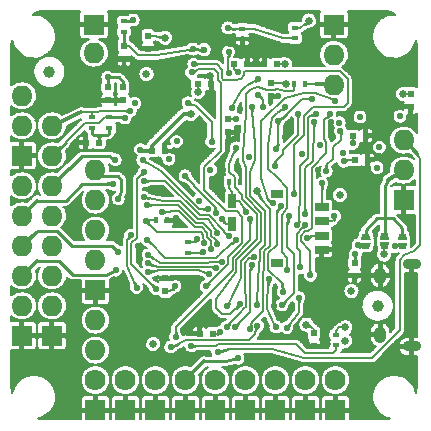
<source format=gbl>
G04 #@! TF.FileFunction,Copper,L4,Bot,Signal*
%FSLAX46Y46*%
G04 Gerber Fmt 4.6, Leading zero omitted, Abs format (unit mm)*
G04 Created by KiCad (PCBNEW 4.0.4+dfsg1-stable) date Tue Jan  3 20:31:21 2017*
%MOMM*%
%LPD*%
G01*
G04 APERTURE LIST*
%ADD10C,0.100000*%
%ADD11R,0.750000X1.200000*%
%ADD12C,1.000000*%
%ADD13R,1.800000X1.750000*%
%ADD14O,1.800000X1.750000*%
%ADD15R,0.600000X0.500000*%
%ADD16R,0.500000X0.600000*%
%ADD17R,0.600000X0.400000*%
%ADD18R,0.400000X0.600000*%
%ADD19C,0.600000*%
%ADD20R,1.200000X0.700000*%
%ADD21R,1.000000X0.700000*%
%ADD22R,1.750000X1.800000*%
%ADD23O,1.750000X1.800000*%
%ADD24O,1.550000X0.900000*%
%ADD25O,1.050000X1.400000*%
%ADD26C,0.540000*%
%ADD27C,0.650000*%
%ADD28C,0.191000*%
%ADD29C,0.250000*%
%ADD30C,0.300000*%
%ADD31C,0.165000*%
%ADD32C,0.380000*%
%ADD33C,0.190000*%
G04 APERTURE END LIST*
D10*
D11*
X56800000Y-55850000D03*
X56800000Y-53950000D03*
D12*
X41300000Y-43000000D03*
X69100000Y-62800000D03*
D13*
X45212000Y-61468000D03*
D14*
X45212000Y-58928000D03*
X45212000Y-56388000D03*
X45212000Y-53848000D03*
X45212000Y-51308000D03*
D15*
X49996000Y-49700000D03*
X51096000Y-49700000D03*
X53900000Y-44000000D03*
X55000000Y-44000000D03*
X56970000Y-42350000D03*
X58070000Y-42350000D03*
X60600000Y-42350000D03*
X59500000Y-42350000D03*
D16*
X60050000Y-43950000D03*
X60050000Y-45050000D03*
X47630000Y-40800000D03*
X47630000Y-41900000D03*
D15*
X67150000Y-50450000D03*
X68250000Y-50450000D03*
X55150000Y-65150000D03*
X54050000Y-65150000D03*
D16*
X56450000Y-47000000D03*
X56450000Y-48100000D03*
X63700000Y-65130000D03*
X63700000Y-66230000D03*
D15*
X67000000Y-48400000D03*
X68100000Y-48400000D03*
D16*
X51100000Y-61550000D03*
X51100000Y-60450000D03*
X47564040Y-44301320D03*
X47564040Y-45401320D03*
X67150000Y-59150000D03*
X67150000Y-60250000D03*
X46250000Y-44300000D03*
X46250000Y-45400000D03*
X71900000Y-44840000D03*
X71900000Y-45940000D03*
D17*
X53050000Y-58300000D03*
X53050000Y-57400000D03*
D18*
X57450000Y-52300000D03*
X56550000Y-52300000D03*
D17*
X65600000Y-65250000D03*
X65600000Y-66150000D03*
X44958000Y-47752000D03*
X44958000Y-46852000D03*
D19*
X54390000Y-41110000D03*
D18*
X62950000Y-44025000D03*
X62050000Y-44025000D03*
D17*
X47630000Y-38700000D03*
X47630000Y-39600000D03*
X57650000Y-39325000D03*
X57650000Y-40225000D03*
X62100000Y-39250000D03*
X62100000Y-40150000D03*
D20*
X64375000Y-58050000D03*
X64375000Y-56850000D03*
X64375000Y-55650000D03*
X64375000Y-54450000D03*
D21*
X60600000Y-53300000D03*
X60600000Y-59200000D03*
D16*
X49650000Y-39950000D03*
X49650000Y-41050000D03*
D15*
X45490000Y-49000000D03*
X44390000Y-49000000D03*
D17*
X46400000Y-46850000D03*
X46400000Y-47750000D03*
D22*
X45212000Y-71628000D03*
X47752000Y-71628000D03*
X50292000Y-71628000D03*
X52832000Y-71628000D03*
X55372000Y-71628000D03*
X57912000Y-71628000D03*
X60452000Y-71628000D03*
X62992000Y-71628000D03*
X65532000Y-71628000D03*
D23*
X45212000Y-69088000D03*
X47752000Y-69088000D03*
X50292000Y-69088000D03*
X52832000Y-69088000D03*
X55372000Y-69088000D03*
X57912000Y-69088000D03*
X60452000Y-69088000D03*
X62992000Y-69088000D03*
X65532000Y-69088000D03*
D13*
X45085000Y-38989000D03*
D14*
X45085000Y-41402000D03*
X45212000Y-66548000D03*
X45212000Y-64008000D03*
X41529000Y-50101500D03*
X41529000Y-47561500D03*
D13*
X71310500Y-53848000D03*
D14*
X71310500Y-51308000D03*
X71310500Y-48768000D03*
D13*
X38989000Y-50101500D03*
D14*
X38989000Y-47561500D03*
X38989000Y-45021500D03*
D13*
X65405000Y-38989000D03*
D14*
X65405000Y-41529000D03*
X65405000Y-44069000D03*
D13*
X38989000Y-65341500D03*
D14*
X38989000Y-62801500D03*
X38989000Y-60261500D03*
X38989000Y-57721500D03*
X38989000Y-55181500D03*
X38989000Y-52641500D03*
D13*
X41529000Y-65341500D03*
D14*
X41529000Y-62801500D03*
X41529000Y-60261500D03*
X41529000Y-57721500D03*
X41529000Y-55181500D03*
X41529000Y-52641500D03*
D10*
G36*
X68400000Y-58000000D02*
X67800000Y-58000000D01*
X67700000Y-57460000D01*
X68500000Y-57460000D01*
X68400000Y-58000000D01*
X68400000Y-58000000D01*
G37*
G36*
X68500000Y-57240000D02*
X67700000Y-57240000D01*
X67800000Y-56700000D01*
X68400000Y-56700000D01*
X68500000Y-57240000D01*
X68500000Y-57240000D01*
G37*
G36*
X70000000Y-58025000D02*
X69400000Y-58025000D01*
X69300000Y-57435000D01*
X70100000Y-57435000D01*
X70000000Y-58025000D01*
X70000000Y-58025000D01*
G37*
G36*
X70100000Y-57265000D02*
X69300000Y-57265000D01*
X69400000Y-56675000D01*
X70000000Y-56675000D01*
X70100000Y-57265000D01*
X70100000Y-57265000D01*
G37*
G36*
X71500000Y-58000000D02*
X70900000Y-58000000D01*
X70800000Y-57460000D01*
X71600000Y-57460000D01*
X71500000Y-58000000D01*
X71500000Y-58000000D01*
G37*
G36*
X71600000Y-57240000D02*
X70800000Y-57240000D01*
X70900000Y-56700000D01*
X71500000Y-56700000D01*
X71600000Y-57240000D01*
X71600000Y-57240000D01*
G37*
D18*
X51275000Y-55575000D03*
X50375000Y-55575000D03*
D24*
X72009000Y-59238000D03*
X72009000Y-66238000D03*
D25*
X69309000Y-60238000D03*
X69309000Y-65238000D03*
D26*
X52069328Y-55386397D03*
X60650000Y-45040000D03*
X61267670Y-48519898D03*
X64057224Y-51334581D03*
X65153610Y-47250331D03*
D27*
X54928481Y-43355511D03*
D26*
X56613920Y-40597950D03*
X46391227Y-48949989D03*
X60294625Y-62774601D03*
X71110000Y-45770000D03*
X67132086Y-46017793D03*
D27*
X63010000Y-65970011D03*
D26*
X57434977Y-46112105D03*
X56970000Y-48680000D03*
X51669490Y-60464944D03*
D27*
X58790491Y-42143362D03*
X64796015Y-66057272D03*
D26*
X49904617Y-48311485D03*
X53500000Y-38575000D03*
X57175000Y-51200000D03*
X48774893Y-57774000D03*
X69200000Y-50149996D03*
D27*
X53149996Y-64750000D03*
X51000000Y-44650000D03*
D26*
X50800000Y-53150000D03*
X55985011Y-51302708D03*
X69090000Y-48390000D03*
X51925000Y-49700000D03*
X53700000Y-51850000D03*
X49500000Y-61450000D03*
X49400000Y-64550000D03*
D27*
X67550000Y-52350000D03*
X66800000Y-55950000D03*
D26*
X46950000Y-45400000D03*
X43450000Y-45438640D03*
D27*
X47630000Y-42641998D03*
D26*
X56414978Y-39272490D03*
X48400000Y-38600000D03*
X70540000Y-57770000D03*
X49023101Y-49572669D03*
D27*
X53300000Y-46550000D03*
D26*
X57250516Y-43040239D03*
D27*
X53900000Y-44700000D03*
X61250000Y-42350000D03*
X63275000Y-38650000D03*
X49530000Y-43180000D03*
X61359998Y-44034858D03*
D26*
X55538717Y-57544457D03*
X49551368Y-54253375D03*
X54989679Y-58001555D03*
X50810006Y-54820000D03*
X54433235Y-57510450D03*
X49450000Y-55600000D03*
X56373349Y-62833531D03*
X66235471Y-50553665D03*
D27*
X63070000Y-64390000D03*
D26*
X54316975Y-58212529D03*
X55939251Y-55437380D03*
X53988511Y-53885472D03*
X48550000Y-45644987D03*
X55754053Y-65056605D03*
X51431972Y-50383837D03*
X51940000Y-61140000D03*
X67450000Y-57625000D03*
D27*
X66882631Y-61558030D03*
D26*
X54950000Y-51300000D03*
D27*
X65900000Y-53400000D03*
D26*
X64210000Y-49190000D03*
X62712490Y-49967496D03*
X65856606Y-47303614D03*
X66153442Y-49853442D03*
X58230000Y-50230000D03*
X57075000Y-46975000D03*
X67000000Y-49050000D03*
X52075000Y-48875000D03*
D27*
X50110000Y-66040000D03*
X66358812Y-65777945D03*
D26*
X69250000Y-49394987D03*
X69050000Y-51100000D03*
X67200000Y-58450000D03*
D27*
X69650000Y-58450000D03*
D26*
X46250000Y-43450000D03*
X67610000Y-46810000D03*
X71000000Y-46750000D03*
D27*
X71250000Y-44875000D03*
X66370000Y-64630000D03*
D26*
X57964295Y-54831109D03*
X55570000Y-66720000D03*
X57281194Y-67226832D03*
X47150000Y-53750000D03*
X46880000Y-50430000D03*
X46910000Y-59790000D03*
X47140000Y-58220000D03*
X46695000Y-52510000D03*
X47700000Y-46900000D03*
X48150000Y-46275000D03*
X58930000Y-64490000D03*
X51580000Y-66280000D03*
X63749314Y-47224318D03*
X62983264Y-55011358D03*
X63407428Y-60217610D03*
X65045583Y-46553644D03*
X58336304Y-55429984D03*
X53320000Y-66197510D03*
X51992998Y-65440000D03*
X49350000Y-51450000D03*
X50300128Y-61349872D03*
X61630000Y-55200000D03*
X61000000Y-62719998D03*
X58648967Y-58629591D03*
X56307633Y-64601107D03*
X58431856Y-59304918D03*
X57012557Y-64613574D03*
X58260000Y-64720000D03*
D27*
X58905928Y-53118195D03*
D26*
X60490000Y-64590000D03*
X59934200Y-60561572D03*
X61390000Y-64650000D03*
X62440788Y-62102490D03*
X55543672Y-56656406D03*
X49286521Y-53600000D03*
X49675811Y-58497176D03*
X55919495Y-59088621D03*
X49685765Y-59959601D03*
X54846620Y-60076542D03*
X54737398Y-54634358D03*
X49220000Y-50489998D03*
X49664988Y-59202105D03*
X62516367Y-59544050D03*
X55385804Y-59622315D03*
X62983989Y-55926352D03*
X56485664Y-56909334D03*
X49327343Y-52233678D03*
X57123243Y-57210223D03*
X48182036Y-56834779D03*
X49612382Y-57242605D03*
X48700128Y-61249872D03*
X63854648Y-46527222D03*
X62241869Y-55931717D03*
X55440732Y-54938861D03*
X52800000Y-51800000D03*
X53530000Y-42350000D03*
X61988037Y-53290000D03*
X57411406Y-62649993D03*
X57119331Y-49414374D03*
X58855022Y-62715088D03*
X58469989Y-45964988D03*
X54580000Y-61159989D03*
X53350000Y-43040000D03*
X61100000Y-61590000D03*
X60922373Y-54320953D03*
X61270000Y-45950000D03*
X61455355Y-59800898D03*
X59426485Y-45964988D03*
X59002490Y-44929976D03*
X64760000Y-51390687D03*
X65954994Y-48001727D03*
X60520000Y-49540000D03*
X60672410Y-47137845D03*
X63582145Y-45305984D03*
X62381934Y-46521834D03*
X60402479Y-51000000D03*
X53050000Y-45600000D03*
X55050000Y-48900000D03*
X65530000Y-45422490D03*
X60243174Y-54131926D03*
X56518473Y-43118218D03*
X56484734Y-41291025D03*
X56732339Y-46054306D03*
X58950000Y-43599998D03*
X53450000Y-41060000D03*
X53838934Y-57116857D03*
X63143109Y-57069352D03*
X65450000Y-55200000D03*
X64375997Y-52435179D03*
D27*
X51100001Y-40100001D03*
D28*
X51275000Y-55575000D02*
X51750000Y-55575000D01*
D29*
X52069328Y-55386397D02*
X51750000Y-55575000D01*
X67150000Y-60250000D02*
X68710000Y-60250000D01*
D30*
X69309000Y-60238000D02*
X68710000Y-60250000D01*
D28*
X51100000Y-60450000D02*
X51390000Y-60450000D01*
D29*
X51669490Y-60464944D02*
X51390000Y-60450000D01*
D28*
X66800000Y-56750000D02*
X66800000Y-56320000D01*
D29*
X66800000Y-55950000D02*
X66800000Y-56320000D01*
D28*
X68930001Y-50419995D02*
X69009996Y-50340000D01*
D29*
X69200000Y-50149996D02*
X69009996Y-50340000D01*
X51925000Y-49700000D02*
X51650000Y-49700000D01*
X63010000Y-65970011D02*
X63259000Y-66230000D01*
D28*
X55000000Y-44000000D02*
X55000000Y-43427030D01*
X55000000Y-43427030D02*
X54928481Y-43355511D01*
X63700000Y-66230000D02*
X63259000Y-66230000D01*
X59500000Y-42350000D02*
X58997129Y-42350000D01*
X58997129Y-42350000D02*
X58790491Y-42143362D01*
D31*
X57450000Y-51475000D02*
X57175000Y-51200000D01*
X57450000Y-52300000D02*
X57450000Y-51475000D01*
X57450000Y-52300000D02*
X57450000Y-51787792D01*
X57450000Y-51787792D02*
X57475000Y-51762792D01*
D28*
X68899996Y-50450000D02*
X68930001Y-50419995D01*
X68250000Y-50450000D02*
X68899996Y-50450000D01*
X69090000Y-48390000D02*
X68110000Y-48390000D01*
X68110000Y-48390000D02*
X68100000Y-48400000D01*
D31*
X51096000Y-49700000D02*
X51925000Y-49700000D01*
D28*
X51096000Y-49700000D02*
X51046000Y-49700000D01*
X71300000Y-45819000D02*
X71779000Y-45819000D01*
X71779000Y-45819000D02*
X71900000Y-45940000D01*
X64375000Y-58050000D02*
X65500000Y-58050000D01*
X65500000Y-58050000D02*
X66800000Y-56750000D01*
D29*
X47564040Y-45401320D02*
X46951320Y-45401320D01*
X46951320Y-45401320D02*
X46950000Y-45400000D01*
X46250000Y-45400000D02*
X46950000Y-45400000D01*
X47630000Y-41900000D02*
X47630000Y-42641998D01*
X47630000Y-42794000D02*
X47630000Y-42641998D01*
X56414978Y-39272490D02*
X57000000Y-39325000D01*
D28*
X57650000Y-39325000D02*
X57000000Y-39325000D01*
X62100000Y-40150000D02*
X61050000Y-40150000D01*
X58600000Y-39325000D02*
X61050000Y-40150000D01*
X57650000Y-39325000D02*
X58600000Y-39325000D01*
D29*
X47630000Y-38700000D02*
X48150000Y-38700000D01*
X48400000Y-38600000D02*
X48150000Y-38700000D01*
D31*
X71200000Y-57800000D02*
X71170000Y-57770000D01*
X70921837Y-57770000D02*
X70540000Y-57770000D01*
X71170000Y-57770000D02*
X70921837Y-57770000D01*
D32*
X49996000Y-49254000D02*
X52700000Y-46550000D01*
X52700000Y-46550000D02*
X53300000Y-46550000D01*
X50750000Y-48500000D02*
X49996000Y-49254000D01*
X49996000Y-49254000D02*
X49996000Y-49700000D01*
X49996000Y-49700000D02*
X49150432Y-49700000D01*
X49150432Y-49700000D02*
X49023101Y-49572669D01*
D28*
X62100000Y-39250000D02*
X62540000Y-39250000D01*
X62540000Y-39250000D02*
X62980000Y-38945000D01*
X53900000Y-44000000D02*
X53900000Y-44375000D01*
D29*
X53900000Y-44700000D02*
X53900000Y-44375000D01*
D28*
X56970000Y-42791000D02*
X57050000Y-42871000D01*
D29*
X57250516Y-43040239D02*
X57050000Y-42871000D01*
X63275000Y-38650000D02*
X62980000Y-38945000D01*
D28*
X56970000Y-42350000D02*
X56970000Y-42791000D01*
X60600000Y-42350000D02*
X61250000Y-42350000D01*
X60050000Y-43950000D02*
X60980000Y-43950000D01*
D29*
X61359998Y-44034858D02*
X60980000Y-43950000D01*
D31*
X49900000Y-54290000D02*
X52227168Y-54290000D01*
X54335295Y-55811883D02*
X55016466Y-56493054D01*
X55016466Y-56861071D02*
X55319690Y-57164295D01*
X55319690Y-57164295D02*
X55400000Y-57244605D01*
X52227168Y-54290000D02*
X53749051Y-55811883D01*
X53749051Y-55811883D02*
X54335295Y-55811883D01*
X55016466Y-56493054D02*
X55016466Y-56861071D01*
D29*
X55538717Y-57544457D02*
X55400000Y-57244605D01*
X49551368Y-54253375D02*
X49900000Y-54290000D01*
D28*
X51110000Y-54818357D02*
X52050000Y-54813207D01*
D29*
X50810006Y-54820000D02*
X51110000Y-54818357D01*
D31*
X52050000Y-54813207D02*
X52283669Y-54813207D01*
X53612355Y-56141893D02*
X54198599Y-56141893D01*
X54686455Y-56997766D02*
X54989679Y-57300990D01*
X54989679Y-57619718D02*
X54989679Y-57710000D01*
X54989679Y-57300990D02*
X54989679Y-57619718D01*
X54198599Y-56141893D02*
X54686455Y-56629749D01*
X52283669Y-54813207D02*
X53612355Y-56141893D01*
X54686455Y-56629749D02*
X54686455Y-56997766D01*
D29*
X54989679Y-58001555D02*
X54989679Y-57710000D01*
D28*
X50375000Y-55575000D02*
X49750000Y-55575000D01*
D29*
X49450000Y-55600000D02*
X49750000Y-55575000D01*
D31*
X50390000Y-56540000D02*
X54130000Y-56540000D01*
X49750000Y-55900000D02*
X50390000Y-56540000D01*
D29*
X49450000Y-55600000D02*
X49750000Y-55900000D01*
D31*
X54383841Y-57240000D02*
X54356444Y-57090000D01*
D28*
X54433235Y-57510450D02*
X54383841Y-57240000D01*
D31*
X54356444Y-56766444D02*
X54356444Y-57090000D01*
X54130000Y-56540000D02*
X54356444Y-56766444D01*
D28*
X56497791Y-62570000D02*
X57498868Y-60450000D01*
D29*
X56373349Y-62833531D02*
X56497791Y-62570000D01*
D31*
X60580000Y-44457498D02*
X60350000Y-44497501D01*
X61300000Y-44607368D02*
X61932632Y-44607368D01*
X61300000Y-44607368D02*
X60580000Y-44457498D01*
X59725000Y-44497501D02*
X60350000Y-44497501D01*
X57688315Y-49975000D02*
X57952487Y-46450000D01*
X58394102Y-44425000D02*
X58975000Y-44254978D01*
X57957415Y-51100000D02*
X57688315Y-50424146D01*
X62050000Y-44490000D02*
X62050000Y-44025000D01*
X59263011Y-54916045D02*
X57957415Y-53610449D01*
X57952487Y-44866615D02*
X58394102Y-44425000D01*
X57957415Y-53610449D02*
X57957415Y-51100000D01*
X57500000Y-59036441D02*
X59263011Y-57273430D01*
X57500000Y-59218868D02*
X57500000Y-59036441D01*
X61932632Y-44607368D02*
X62050000Y-44490000D01*
X57688315Y-50424146D02*
X57688315Y-49975000D01*
X57952487Y-46450000D02*
X57952487Y-44866615D01*
X59263011Y-57273430D02*
X59263011Y-54916045D01*
X57498868Y-59220000D02*
X57500000Y-59218868D01*
X58975000Y-44254978D02*
X59725000Y-44497501D01*
D28*
X57498868Y-59220000D02*
X57498868Y-60450000D01*
D29*
X66235471Y-50553665D02*
X66500000Y-50450000D01*
D28*
X67150000Y-50450000D02*
X66500000Y-50450000D01*
X63580000Y-64640000D02*
X63380000Y-64541961D01*
D29*
X63070000Y-64390000D02*
X63380000Y-64541961D01*
D28*
X63700000Y-64760000D02*
X63580000Y-64640000D01*
X63700000Y-65130000D02*
X63700000Y-64760000D01*
X55150000Y-65150000D02*
X55500000Y-65150000D01*
D29*
X55754053Y-65056605D02*
X55500000Y-65150000D01*
D31*
X53050000Y-58300000D02*
X54050000Y-58300000D01*
D29*
X54316975Y-58212529D02*
X54050000Y-58300000D01*
X55939251Y-55437380D02*
X56120000Y-55710000D01*
D31*
X56260000Y-55850000D02*
X56120000Y-55710000D01*
X56800000Y-55850000D02*
X56260000Y-55850000D01*
D28*
X51541000Y-61550000D02*
X51741000Y-61350000D01*
D29*
X51940000Y-61140000D02*
X51741000Y-61350000D01*
X67450000Y-57625000D02*
X67609000Y-57800000D01*
D28*
X51100000Y-61550000D02*
X51541000Y-61550000D01*
X68100000Y-57800000D02*
X67609000Y-57800000D01*
X67475000Y-57625000D02*
X67450000Y-57625000D01*
X67550000Y-57700000D02*
X67475000Y-57625000D01*
X67000000Y-48775000D02*
X67000000Y-48400000D01*
D29*
X67000000Y-49050000D02*
X67000000Y-48775000D01*
D28*
X57075000Y-46975000D02*
X56475000Y-46975000D01*
X56475000Y-46975000D02*
X56450000Y-47000000D01*
X69650000Y-57800000D02*
X69650000Y-58125000D01*
D29*
X69650000Y-58450000D02*
X69650000Y-58125000D01*
X67200000Y-58550000D02*
X67200000Y-58450000D01*
X67150000Y-59150000D02*
X67150000Y-58600000D01*
X67150000Y-58600000D02*
X67200000Y-58550000D01*
X47564040Y-43814040D02*
X47200000Y-43450000D01*
X47200000Y-43450000D02*
X46250000Y-43450000D01*
X47564040Y-44301320D02*
X47564040Y-43814040D01*
X46250000Y-44300000D02*
X46250000Y-43450000D01*
X45340000Y-48350000D02*
X45640000Y-48350000D01*
X45490000Y-48500000D02*
X45340000Y-48350000D01*
X45340000Y-48350000D02*
X45050000Y-48350000D01*
X45050000Y-48350000D02*
X44958000Y-48258000D01*
X44958000Y-48258000D02*
X44958000Y-47752000D01*
X45490000Y-48500000D02*
X45640000Y-48350000D01*
X45640000Y-48350000D02*
X46250000Y-48350000D01*
X46250000Y-48350000D02*
X46400000Y-48200000D01*
X46400000Y-48200000D02*
X46400000Y-47750000D01*
X45490000Y-49000000D02*
X45490000Y-48500000D01*
D28*
X71250000Y-44875000D02*
X71865000Y-44875000D01*
X71865000Y-44875000D02*
X71900000Y-44840000D01*
X65870000Y-64630000D02*
X66050000Y-64630000D01*
D29*
X66370000Y-64630000D02*
X66050000Y-64630000D01*
D28*
X65600000Y-65250000D02*
X65600000Y-64900000D01*
X65600000Y-64900000D02*
X65870000Y-64630000D01*
X57750000Y-54500000D02*
X57340000Y-53950000D01*
D29*
X57964295Y-54831109D02*
X57750000Y-54500000D01*
D31*
X56800000Y-53950000D02*
X57340000Y-53950000D01*
X56550000Y-52790000D02*
X56550000Y-52300000D01*
X56800000Y-53185000D02*
X56550000Y-52790000D01*
X56800000Y-53950000D02*
X56800000Y-53185000D01*
D29*
X69700000Y-52680000D02*
X69700000Y-55400000D01*
X69990000Y-52140000D02*
X69700000Y-52680000D01*
D32*
X71310500Y-51308000D02*
X69990000Y-52140000D01*
D29*
X68100000Y-56800000D02*
X68100000Y-56350000D01*
X69050000Y-55400000D02*
X69700000Y-55400000D01*
X68100000Y-56350000D02*
X69050000Y-55400000D01*
X69700000Y-55400000D02*
X69700000Y-56800000D01*
X71200000Y-56200000D02*
X70400000Y-55400000D01*
X70400000Y-55400000D02*
X69700000Y-55400000D01*
X71200000Y-56800000D02*
X71200000Y-56200000D01*
D31*
X70973490Y-58886510D02*
X71330000Y-58530000D01*
X72210000Y-58150000D02*
X72670000Y-57690000D01*
X71330000Y-58530000D02*
X72210000Y-58150000D01*
X72670000Y-57690000D02*
X72670000Y-57298902D01*
X70973490Y-58995412D02*
X70973490Y-58886510D01*
X72670000Y-50410000D02*
X72670000Y-57298902D01*
D28*
X72471010Y-49903510D02*
X72670000Y-50410000D01*
X60170000Y-66450001D02*
X56430000Y-66450001D01*
D29*
X55570000Y-66720000D02*
X56430000Y-66450001D01*
D28*
X62903606Y-67203634D02*
X60170000Y-66450001D01*
D30*
X72117500Y-49550000D02*
X72471010Y-49903510D01*
D32*
X71310500Y-48768000D02*
X72117500Y-49550000D01*
D28*
X70973490Y-58995412D02*
X70973490Y-64859388D01*
X70973490Y-64859388D02*
X68629244Y-67203634D01*
X68629244Y-67203634D02*
X62903606Y-67203634D01*
D29*
X54398169Y-67496831D02*
X56170000Y-67496831D01*
X57281194Y-67226832D02*
X56170000Y-67496831D01*
D30*
X53620000Y-68275000D02*
X54398169Y-67496831D01*
D32*
X52832000Y-69088000D02*
X53620000Y-68275000D01*
D29*
X45212000Y-51308000D02*
X45744000Y-51840000D01*
X45744000Y-51840000D02*
X47090000Y-51840000D01*
X47090000Y-51840000D02*
X47414489Y-52164489D01*
X47414489Y-52164489D02*
X47414489Y-53103674D01*
X47414489Y-53103674D02*
X47150000Y-53750000D01*
X46880000Y-50430000D02*
X46382990Y-50142990D01*
X44052510Y-50142990D02*
X44015499Y-50180001D01*
X46382990Y-50142990D02*
X44052510Y-50142990D01*
X43005500Y-51190000D02*
X44015499Y-50180001D01*
D32*
X41529000Y-52641500D02*
X41554000Y-52641500D01*
X41554000Y-52641500D02*
X43005500Y-51190000D01*
D29*
X43270000Y-60160000D02*
X46110000Y-60160000D01*
X46110000Y-60160000D02*
X46910000Y-59790000D01*
X40265500Y-59010000D02*
X42120000Y-59010000D01*
X42120000Y-59010000D02*
X43270000Y-60160000D01*
D30*
X39014000Y-60261500D02*
X40265500Y-59010000D01*
D31*
X40136510Y-59138990D02*
X39014000Y-60261500D01*
X39014000Y-60261500D02*
X38989000Y-60261500D01*
D29*
X47140000Y-58220000D02*
X46620000Y-57700000D01*
X46620000Y-57700000D02*
X43189490Y-57700000D01*
X43189490Y-57700000D02*
X42088480Y-56598990D01*
X42088480Y-56598990D02*
X42088480Y-56598480D01*
X42088480Y-56598480D02*
X41990000Y-56500000D01*
X41990000Y-56500000D02*
X40235500Y-56500000D01*
X40235500Y-56500000D02*
X40136510Y-56598990D01*
D30*
X38989000Y-57721500D02*
X39014000Y-57721500D01*
X39014000Y-57721500D02*
X40136510Y-56598990D01*
D29*
X44100000Y-52510000D02*
X42700000Y-53910000D01*
X42700000Y-53910000D02*
X40300000Y-53910000D01*
X46313163Y-52510000D02*
X44100000Y-52510000D01*
D30*
X46313163Y-52510000D02*
X46695000Y-52510000D01*
D32*
X39028500Y-55181500D02*
X40300000Y-53910000D01*
X38989000Y-55181500D02*
X39028500Y-55181500D01*
D31*
X39014000Y-55181500D02*
X38989000Y-55181500D01*
D29*
X42225000Y-49430500D02*
X42679000Y-48976500D01*
D32*
X41529000Y-50101500D02*
X42225000Y-49430500D01*
D29*
X46400000Y-46850000D02*
X47300000Y-46850000D01*
X47700000Y-46900000D02*
X47300000Y-46850000D01*
D28*
X42679000Y-48976500D02*
X42679000Y-48945858D01*
X42679000Y-48945858D02*
X44320359Y-47304499D01*
X44320359Y-47304499D02*
X44351001Y-47304499D01*
D31*
X46400000Y-46850000D02*
X46000000Y-46850000D01*
X46000000Y-46850000D02*
X45545501Y-47304499D01*
X45545501Y-47304499D02*
X44351001Y-47304499D01*
D28*
X46125000Y-46275000D02*
X47800000Y-46275000D01*
D29*
X48150000Y-46275000D02*
X47800000Y-46275000D01*
D28*
X44950000Y-46400000D02*
X46125000Y-46275000D01*
X44950000Y-46400000D02*
X44958000Y-46852000D01*
X44025000Y-46400000D02*
X44950000Y-46400000D01*
D30*
X41529000Y-47561500D02*
X44025000Y-46400000D01*
D28*
X58720000Y-65166119D02*
X58843033Y-64770000D01*
D29*
X58930000Y-64490000D02*
X58843033Y-64770000D01*
D31*
X58206119Y-65680000D02*
X58720000Y-65166119D01*
D29*
X58930000Y-64490000D02*
X58906119Y-64513881D01*
X51580000Y-66280000D02*
X52225000Y-66036525D01*
D31*
X52850000Y-65664988D02*
X52865012Y-65680000D01*
X52865012Y-65680000D02*
X58206119Y-65680000D01*
D28*
X52225000Y-66036525D02*
X52850000Y-65664988D01*
D31*
X63600011Y-50517267D02*
X63733188Y-47580000D01*
D29*
X63749314Y-47224318D02*
X63733188Y-47580000D01*
D31*
X62970213Y-51147065D02*
X63600011Y-50517267D01*
X62970213Y-54410000D02*
X62970213Y-51147065D01*
D28*
X62975205Y-54640000D02*
X62970213Y-54410000D01*
D29*
X62983264Y-55011358D02*
X62975205Y-54640000D01*
D28*
X64540000Y-47059227D02*
X64775584Y-46823643D01*
X64540000Y-48707100D02*
X64540000Y-47059227D01*
X63514499Y-51138408D02*
X63514499Y-51092164D01*
X63514499Y-51092164D02*
X64750925Y-49855738D01*
X64750925Y-48918025D02*
X64540000Y-48707100D01*
X64750925Y-49855738D02*
X64750925Y-48918025D01*
D29*
X65045583Y-46553644D02*
X64775584Y-46823643D01*
X63407428Y-60217610D02*
X63407428Y-59835773D01*
D28*
X62602353Y-57313740D02*
X63407428Y-58118815D01*
X63407428Y-58118815D02*
X63407428Y-59835773D01*
X63514499Y-56208401D02*
X63228911Y-56493989D01*
X63228911Y-56493989D02*
X62968216Y-56493989D01*
X62602353Y-56859852D02*
X62602353Y-57313740D01*
X62968216Y-56493989D02*
X62602353Y-56859852D01*
D31*
X63514499Y-51138408D02*
X63514499Y-56208401D01*
X51992998Y-65050000D02*
X51992998Y-64592990D01*
D29*
X51992998Y-65440000D02*
X51992998Y-65050000D01*
D31*
X55402490Y-66197510D02*
X53600000Y-66197510D01*
D29*
X53320000Y-66197510D02*
X53600000Y-66197510D01*
X58336304Y-55429984D02*
X58336304Y-55811821D01*
D31*
X51992998Y-64592990D02*
X56821732Y-59764256D01*
X56821732Y-59764256D02*
X56821732Y-58781297D01*
X56821732Y-58781297D02*
X58336304Y-57266725D01*
X58336304Y-57266725D02*
X58336304Y-55811821D01*
X65600000Y-66150000D02*
X65600000Y-66515000D01*
X65600000Y-66515000D02*
X65337499Y-66777501D01*
X62970188Y-66777501D02*
X62202698Y-66010011D01*
X65337499Y-66777501D02*
X62970188Y-66777501D01*
X62202698Y-66010011D02*
X55589989Y-66010011D01*
X55589989Y-66010011D02*
X55402490Y-66197510D01*
D28*
X49980000Y-61029744D02*
X48244392Y-59294136D01*
D29*
X50300128Y-61349872D02*
X49980000Y-61029744D01*
D28*
X49080001Y-51719999D02*
X49120000Y-51680000D01*
D29*
X49350000Y-51450000D02*
X49120000Y-51680000D01*
D28*
X48244392Y-57519359D02*
X48750654Y-57089204D01*
X48244392Y-59294136D02*
X48244392Y-57519359D01*
X48750654Y-52049346D02*
X49080001Y-51719999D01*
X48750654Y-57089204D02*
X48750654Y-52049346D01*
D29*
X61000000Y-62719998D02*
X61269999Y-62449999D01*
D28*
X61399107Y-57819107D02*
X61399107Y-55850000D01*
D29*
X61630000Y-55200000D02*
X61399107Y-55850000D01*
D28*
X61985865Y-61365752D02*
X61985865Y-58405865D01*
X61985865Y-58405865D02*
X61399107Y-57819107D01*
D31*
X61985865Y-61734133D02*
X61269999Y-62449999D01*
X61985865Y-61365752D02*
X61985865Y-61734133D01*
X57860000Y-61190000D02*
X57860000Y-59143147D01*
X57930000Y-62334098D02*
X57860000Y-61190000D01*
X58380000Y-58728588D02*
X58213147Y-58790000D01*
D29*
X58648967Y-58629591D02*
X58380000Y-58728588D01*
D31*
X57860000Y-59143147D02*
X58213147Y-58790000D01*
X57789494Y-63022161D02*
X57930000Y-62881655D01*
X57930000Y-62881655D02*
X57930000Y-62334098D01*
D28*
X57789494Y-63022161D02*
X57419360Y-63392295D01*
X57419360Y-63392295D02*
X56486655Y-64325000D01*
D29*
X56307633Y-64601107D02*
X56486655Y-64325000D01*
X58431856Y-59304918D02*
X58337512Y-59781099D01*
D31*
X58337512Y-63288619D02*
X58337512Y-59781099D01*
X58309537Y-63316594D02*
X58337512Y-63288619D01*
D28*
X58309537Y-63316594D02*
X57282556Y-64343575D01*
D29*
X57012557Y-64613574D02*
X57282556Y-64343575D01*
D28*
X58355524Y-64460000D02*
X58470000Y-64148419D01*
D29*
X58260000Y-64720000D02*
X58355524Y-64460000D01*
D28*
X58470000Y-64148419D02*
X59386990Y-63231429D01*
X59386990Y-63231429D02*
X59386990Y-60230000D01*
X59509488Y-59485422D02*
X59386990Y-60230000D01*
X59949031Y-54603942D02*
X59230927Y-53790000D01*
D29*
X58905928Y-53118195D02*
X59230927Y-53790000D01*
D28*
X59509488Y-59485422D02*
X59509488Y-58192308D01*
X59509488Y-58192308D02*
X59949032Y-57752764D01*
X59949032Y-57752764D02*
X59949031Y-54603942D01*
D29*
X60490000Y-64590000D02*
X60335733Y-64350000D01*
D28*
X59760000Y-62530000D02*
X59817609Y-61060000D01*
X59761890Y-63050000D02*
X59760000Y-62530000D01*
D29*
X59934200Y-60561572D02*
X59817609Y-61060000D01*
D28*
X60335733Y-64350000D02*
X59761890Y-63050000D01*
D31*
X61590833Y-64400000D02*
X62353994Y-63450000D01*
D29*
X61390000Y-64650000D02*
X61590833Y-64400000D01*
D31*
X62353994Y-63450000D02*
X62440788Y-63363206D01*
D29*
X62440788Y-62102490D02*
X62440788Y-62484327D01*
D31*
X62440788Y-63363206D02*
X62440788Y-62484327D01*
X52337087Y-53923364D02*
X53895594Y-55481871D01*
X53895594Y-55481871D02*
X54705165Y-55481871D01*
X50970000Y-53923364D02*
X52337087Y-53923364D01*
X55030000Y-55806706D02*
X55261714Y-56190000D01*
X54705165Y-55481871D02*
X55030000Y-55806706D01*
D28*
X49778358Y-53710000D02*
X50970000Y-53923364D01*
D29*
X49286521Y-53600000D02*
X49778358Y-53710000D01*
D28*
X55388667Y-56400000D02*
X55261714Y-56190000D01*
D29*
X55543672Y-56656406D02*
X55388667Y-56400000D01*
X49675811Y-58497176D02*
X50100000Y-58763288D01*
D31*
X50700451Y-59139979D02*
X50100000Y-58763288D01*
X50700451Y-59139979D02*
X53710000Y-59139979D01*
X55919495Y-59088621D02*
X53710000Y-59139979D01*
D29*
X55919495Y-59088621D02*
X55650000Y-59088621D01*
X49685765Y-59959601D02*
X50137203Y-59890000D01*
D31*
X50137203Y-59890000D02*
X50800000Y-59806543D01*
X54530000Y-59988102D02*
X53880000Y-59806543D01*
D29*
X54846620Y-60076542D02*
X54530000Y-59988102D01*
D31*
X50800000Y-59806543D02*
X53880000Y-59806543D01*
D28*
X49490000Y-50649650D02*
X50730000Y-51382865D01*
D29*
X49220000Y-50489998D02*
X49490000Y-50649650D01*
D31*
X50730000Y-51382865D02*
X53981493Y-54634358D01*
X53981493Y-54634358D02*
X54355561Y-54634358D01*
D29*
X54737398Y-54634358D02*
X54355561Y-54634358D01*
X49664988Y-59202105D02*
X50010000Y-59308563D01*
D31*
X50010000Y-59308563D02*
X50540000Y-59472104D01*
X50540000Y-59472104D02*
X54850000Y-59472104D01*
D28*
X62510000Y-58140000D02*
X62510000Y-59250000D01*
D29*
X62516367Y-59544050D02*
X62510000Y-59250000D01*
D31*
X54850000Y-59472104D02*
X55060000Y-59530977D01*
D29*
X55385804Y-59622315D02*
X55060000Y-59530977D01*
D28*
X62810000Y-56131524D02*
X62713990Y-56244740D01*
X62713990Y-56244740D02*
X62246342Y-56712388D01*
X62246342Y-56712388D02*
X62246342Y-57876342D01*
X62246342Y-57876342D02*
X62510000Y-58140000D01*
D29*
X62983989Y-55926352D02*
X62810000Y-56131524D01*
D31*
X54032290Y-55151861D02*
X54841861Y-55151861D01*
X49630000Y-52233678D02*
X51114107Y-52233678D01*
X54841861Y-55151861D02*
X56136330Y-56446330D01*
X56136330Y-56446330D02*
X56136330Y-56560000D01*
X51114107Y-52233678D02*
X54032290Y-55151861D01*
D29*
X49327343Y-52233678D02*
X49630000Y-52233678D01*
D28*
X56290000Y-56713670D02*
X56136330Y-56560000D01*
D29*
X56485664Y-56909334D02*
X56290000Y-56713670D01*
D31*
X51124722Y-58754945D02*
X55456866Y-58754945D01*
X55456866Y-58754945D02*
X55700000Y-58511811D01*
X49879777Y-57510000D02*
X51124722Y-58754945D01*
D29*
X49612382Y-57242605D02*
X49879777Y-57510000D01*
D28*
X56800000Y-57505837D02*
X55700000Y-58511811D01*
D29*
X57123243Y-57210223D02*
X56800000Y-57505837D01*
D28*
X48008610Y-57080000D02*
X47888381Y-57250000D01*
D29*
X48182036Y-56834779D02*
X48008610Y-57080000D01*
D28*
X48507106Y-60810000D02*
X47888381Y-59400000D01*
D29*
X48700128Y-61249872D02*
X48507106Y-60810000D01*
D28*
X47888381Y-59400000D02*
X47888381Y-57250000D01*
D31*
X63496706Y-46630000D02*
X63231804Y-46894902D01*
X63231804Y-46894902D02*
X63231804Y-49228196D01*
X63231804Y-49228196D02*
X63230000Y-49230000D01*
X63230000Y-49230000D02*
X63230000Y-50290000D01*
X63230000Y-50290000D02*
X62531564Y-50988436D01*
X62531564Y-50988436D02*
X62531564Y-53800000D01*
D28*
X62445564Y-54890000D02*
X62531564Y-53800000D01*
X62445564Y-54890000D02*
X62445564Y-55640000D01*
D29*
X63854648Y-46527222D02*
X63496706Y-46630000D01*
X62241869Y-55931717D02*
X62445564Y-55640000D01*
D31*
X53020000Y-52020000D02*
X53580000Y-52580000D01*
D29*
X52800000Y-51800000D02*
X53020000Y-52020000D01*
D31*
X53580000Y-52696292D02*
X55350000Y-54466292D01*
D29*
X55440732Y-54938861D02*
X55350000Y-54466292D01*
D31*
X53580000Y-52580000D02*
X53580000Y-52696292D01*
X55450000Y-42350000D02*
X53810000Y-42350000D01*
D29*
X53530000Y-42350000D02*
X53810000Y-42350000D01*
D31*
X61988037Y-52960000D02*
X61988037Y-49211963D01*
D29*
X61988037Y-53290000D02*
X61988037Y-52960000D01*
D31*
X62860000Y-46720000D02*
X63640000Y-45940000D01*
X62860000Y-48340000D02*
X62860000Y-46720000D01*
X61988037Y-49211963D02*
X62860000Y-48340000D01*
X63640000Y-45940000D02*
X66230000Y-45940000D01*
X66230000Y-45940000D02*
X66552510Y-45617490D01*
X66552510Y-45617490D02*
X66552510Y-43604042D01*
X66552510Y-43604042D02*
X65894958Y-42946490D01*
X65894958Y-42946490D02*
X60290000Y-42946490D01*
D28*
X55916512Y-43536512D02*
X55916512Y-42800000D01*
X55450000Y-42350000D02*
X55466512Y-42350000D01*
X55466512Y-42350000D02*
X55916512Y-42800000D01*
X56029210Y-43649211D02*
X55916512Y-43536512D01*
X56772631Y-43649211D02*
X56029210Y-43649211D01*
D31*
X60290000Y-42946490D02*
X60200988Y-42946490D01*
D28*
X57505157Y-43570740D02*
X57243647Y-43570740D01*
X56781842Y-43640000D02*
X56772631Y-43649211D01*
X60290000Y-42946490D02*
X57867897Y-42946490D01*
X57174387Y-43640000D02*
X56781842Y-43640000D01*
X57867897Y-42946490D02*
X57781017Y-43033370D01*
X57781017Y-43033370D02*
X57781017Y-43294880D01*
X57781017Y-43294880D02*
X57505157Y-43570740D01*
X57243647Y-43570740D02*
X57174387Y-43640000D01*
D31*
X55420000Y-62250000D02*
X55420000Y-62990000D01*
X57151743Y-59900951D02*
X55420000Y-62250000D01*
X56591399Y-63470000D02*
X57070000Y-62991399D01*
D29*
X57411406Y-62649993D02*
X57070000Y-62991399D01*
D31*
X56557498Y-50790000D02*
X56557498Y-51448402D01*
X56557498Y-51448402D02*
X56997501Y-51888405D01*
X56997501Y-51888405D02*
X56997501Y-52767501D01*
X56997501Y-52767501D02*
X57627404Y-53397404D01*
X57627404Y-53397404D02*
X57627404Y-53747144D01*
X57627404Y-53747144D02*
X58920000Y-55039740D01*
X58920000Y-55039740D02*
X58920000Y-57149735D01*
X58920000Y-57149735D02*
X57151743Y-58917992D01*
X57151743Y-58917992D02*
X57151743Y-59900951D01*
X55420000Y-62990000D02*
X55900000Y-63470000D01*
X55900000Y-63470000D02*
X56591399Y-63470000D01*
D28*
X56957749Y-49810000D02*
X56557498Y-50790000D01*
D29*
X57119331Y-49414374D02*
X56957749Y-49810000D01*
D31*
X59166477Y-58860000D02*
X59166477Y-58050229D01*
X59166477Y-58860000D02*
X59017774Y-59230000D01*
D29*
X58855022Y-62715088D02*
X58855022Y-62370347D01*
D31*
X58855022Y-62370347D02*
X59017774Y-59230000D01*
X59606021Y-54746021D02*
X58333427Y-53473427D01*
X58333427Y-51500000D02*
X58757501Y-50468401D01*
X59166477Y-58050229D02*
X59606021Y-57610685D01*
X59606021Y-57610685D02*
X59606021Y-54746021D01*
X58333427Y-53473427D02*
X58333427Y-51500000D01*
X58757501Y-50468401D02*
X58757501Y-49850000D01*
D28*
X58757501Y-49100000D02*
X58757501Y-49850000D01*
X58502548Y-46320000D02*
X58757501Y-49100000D01*
D29*
X58469989Y-45964988D02*
X58502548Y-46320000D01*
D28*
X54001836Y-42770001D02*
X53610000Y-42932305D01*
D29*
X53350000Y-43040000D02*
X53610000Y-42932305D01*
D31*
X54849999Y-60889990D02*
X54789989Y-60950000D01*
D29*
X54580000Y-61159989D02*
X54789989Y-60950000D01*
D31*
X56470958Y-59269031D02*
X54849999Y-60889990D01*
X57653745Y-57461190D02*
X57653745Y-57466255D01*
X57653745Y-57466255D02*
X56470958Y-58649042D01*
X56470958Y-58649042D02*
X56470958Y-59269031D01*
D28*
X54001836Y-42770001D02*
X55211457Y-42770001D01*
X55211457Y-42770001D02*
X55553991Y-43112535D01*
X55553991Y-43112535D02*
X55553991Y-43677465D01*
X56260501Y-54810501D02*
X57153489Y-54810501D01*
X57153489Y-54810501D02*
X57653745Y-55310757D01*
X55553991Y-43677465D02*
X55800000Y-43923475D01*
X55800000Y-43923475D02*
X55800000Y-49664858D01*
X55800000Y-49664858D02*
X54419499Y-51045359D01*
X54419499Y-51045359D02*
X54419499Y-52969499D01*
X54419499Y-52969499D02*
X56260501Y-54810501D01*
X57653745Y-55310757D02*
X57653745Y-57461190D01*
D31*
X59852499Y-59748001D02*
X60990000Y-60885502D01*
D29*
X61100000Y-61590000D02*
X60990000Y-60885502D01*
D31*
X60560001Y-54810000D02*
X60560001Y-57626885D01*
D29*
X60922373Y-54320953D02*
X60560001Y-54810000D01*
D31*
X59852499Y-58334387D02*
X59852499Y-59748001D01*
X60560001Y-57626885D02*
X59852499Y-58334387D01*
D28*
X59850000Y-49220000D02*
X59850000Y-51230000D01*
X60617119Y-46442881D02*
X60140000Y-46920000D01*
X59850000Y-49220000D02*
X60140000Y-46920000D01*
X60617119Y-46442881D02*
X61050000Y-46116086D01*
D29*
X61270000Y-45950000D02*
X61050000Y-46116086D01*
D28*
X61455355Y-59490000D02*
X61455355Y-58745355D01*
D29*
X61455355Y-59800898D02*
X61455355Y-59490000D01*
D28*
X60981090Y-55070000D02*
X60981090Y-57714635D01*
D31*
X61457537Y-54517910D02*
X60981090Y-55070000D01*
D28*
X61455355Y-58745355D02*
X60981090Y-58271090D01*
X60981090Y-58271090D02*
X60981090Y-57714635D01*
X60547537Y-51927537D02*
X60547537Y-51930000D01*
X59850000Y-51230000D02*
X60547537Y-51927537D01*
X60547537Y-51930000D02*
X61457537Y-52840000D01*
D31*
X61457537Y-52840000D02*
X61457537Y-54517910D01*
X59202514Y-45130000D02*
X59426485Y-45353971D01*
D29*
X59002490Y-44929976D02*
X59202514Y-45130000D01*
D31*
X59426485Y-45583151D02*
X59426485Y-45670000D01*
D29*
X59426485Y-45964988D02*
X59426485Y-45670000D01*
D31*
X59426485Y-45353971D02*
X59426485Y-45583151D01*
D29*
X64760000Y-51390687D02*
X64760000Y-50900000D01*
D31*
X65330000Y-50330000D02*
X65330000Y-49381942D01*
X65330000Y-49381942D02*
X65961942Y-48750000D01*
X64760000Y-50900000D02*
X65330000Y-50330000D01*
D29*
X65961942Y-48275000D02*
X65961942Y-48008675D01*
X65961942Y-48008675D02*
X65954994Y-48001727D01*
D31*
X65961942Y-48750000D02*
X65961942Y-48275000D01*
X62709918Y-45305984D02*
X61335902Y-46680000D01*
D29*
X60672410Y-47137845D02*
X61335902Y-46680000D01*
D31*
X63310000Y-45305984D02*
X62709918Y-45305984D01*
D29*
X60520000Y-49540000D02*
X60693224Y-49060000D01*
D28*
X60693224Y-48201825D02*
X60693224Y-49060000D01*
D29*
X63582145Y-45305984D02*
X63310000Y-45305984D01*
X60695049Y-47440000D02*
X60695049Y-47160484D01*
X60695049Y-47160484D02*
X60672410Y-47137845D01*
D28*
X60695049Y-48200000D02*
X60693224Y-48201825D01*
X60695049Y-48200000D02*
X60695049Y-47440000D01*
D31*
X62381934Y-46903671D02*
X62381934Y-46810000D01*
X62381934Y-48342098D02*
X62381934Y-46903671D01*
X61117502Y-49914977D02*
X61117502Y-49606530D01*
X60402479Y-50630000D02*
X61117502Y-49914977D01*
X61117502Y-49606530D02*
X62381934Y-48342098D01*
D29*
X60402479Y-51000000D02*
X60402479Y-50630000D01*
X62381934Y-46521834D02*
X62381934Y-46810000D01*
D28*
X53290000Y-45696812D02*
X53690000Y-45858163D01*
D29*
X53050000Y-45600000D02*
X53290000Y-45696812D01*
D28*
X55050000Y-47218163D02*
X53690000Y-45858163D01*
X55050000Y-48570000D02*
X55050000Y-47218163D01*
D29*
X55050000Y-48900000D02*
X55050000Y-48570000D01*
D28*
X63836787Y-44775482D02*
X65210000Y-45300213D01*
D29*
X65530000Y-45422490D02*
X65210000Y-45300213D01*
D28*
X63836787Y-44775482D02*
X62860000Y-44775482D01*
X61240000Y-45184098D02*
X62860000Y-44775482D01*
D31*
X59494098Y-46930000D02*
X61240000Y-45184098D01*
D28*
X59839499Y-53858401D02*
X59250000Y-51950000D01*
D31*
X59403638Y-47020460D02*
X59494098Y-46930000D01*
X59250000Y-47254205D02*
X59250000Y-47174098D01*
X59250000Y-47174098D02*
X59494098Y-46930000D01*
D28*
X59250000Y-47254205D02*
X59250000Y-51950000D01*
D29*
X60243174Y-54131926D02*
X59839499Y-53858401D01*
X56422499Y-43022244D02*
X56518473Y-43118218D01*
X56422499Y-42850000D02*
X56422499Y-43022244D01*
X56484734Y-41663015D02*
X56484734Y-41291025D01*
X56484533Y-41663216D02*
X56484734Y-41663015D01*
X56422499Y-41663216D02*
X56484533Y-41663216D01*
D31*
X56422499Y-41663216D02*
X56422499Y-42850000D01*
X56865257Y-45820000D02*
X57543161Y-44625000D01*
D29*
X56732339Y-46054306D02*
X56865257Y-45820000D01*
D31*
X58680000Y-43767603D02*
X57943161Y-44225000D01*
D29*
X58950000Y-43599998D02*
X58680000Y-43767603D01*
D31*
X57943161Y-44225000D02*
X57543161Y-44625000D01*
D29*
X53450000Y-41060000D02*
X54390000Y-41110000D01*
D28*
X50400000Y-41597501D02*
X53110000Y-41119919D01*
D29*
X53450000Y-41060000D02*
X53110000Y-41119919D01*
D28*
X47630000Y-40800000D02*
X48045000Y-40800000D01*
X48842501Y-41597501D02*
X48045000Y-40800000D01*
D31*
X50400000Y-41597501D02*
X48842501Y-41597501D01*
D29*
X47630000Y-40800000D02*
X47630000Y-39600000D01*
D28*
X62950000Y-44025000D02*
X63910000Y-44025000D01*
D30*
X65405000Y-44069000D02*
X63910000Y-44025000D01*
D31*
X53568935Y-57386856D02*
X53635791Y-57320000D01*
D29*
X53838934Y-57116857D02*
X53635791Y-57320000D01*
D31*
X53555791Y-57400000D02*
X53568935Y-57386856D01*
X53050000Y-57400000D02*
X53555791Y-57400000D01*
D28*
X64375000Y-56850000D02*
X63500000Y-56850000D01*
D29*
X63143109Y-57069352D02*
X63500000Y-56850000D01*
D28*
X65250000Y-55650000D02*
X65377777Y-55525000D01*
X65250000Y-55650000D02*
X64375000Y-55650000D01*
D29*
X65450000Y-55200000D02*
X65377777Y-55525000D01*
X64375997Y-52874003D02*
X64375997Y-52817016D01*
X64375000Y-52875000D02*
X64375997Y-52874003D01*
X64375997Y-52817016D02*
X64375997Y-52435179D01*
D28*
X64375000Y-54450000D02*
X64375000Y-52875000D01*
X50630000Y-40022527D02*
X50190000Y-39950000D01*
D29*
X51100001Y-40100001D02*
X50630000Y-40022527D01*
D28*
X50190000Y-39950000D02*
X49650000Y-39950000D01*
D33*
X71879000Y-59088000D02*
X72139000Y-59088000D01*
X71859000Y-59227200D02*
X72159000Y-59227200D01*
X71859000Y-59366400D02*
X72159000Y-59366400D01*
X40491149Y-59505600D02*
X40528060Y-59505600D01*
X71879000Y-59505600D02*
X72139000Y-59505600D01*
X40351949Y-59644800D02*
X40434083Y-59644800D01*
X71879000Y-59644800D02*
X72139000Y-59644800D01*
X40212749Y-59784000D02*
X40359068Y-59784000D01*
X47539247Y-59784000D02*
X47559459Y-59784000D01*
X71879000Y-59784000D02*
X72139000Y-59784000D01*
X40201765Y-59923200D02*
X40315978Y-59923200D01*
X47525819Y-59923200D02*
X47620542Y-59923200D01*
X71879000Y-59923200D02*
X72139000Y-59923200D01*
X40236163Y-60062400D02*
X40282954Y-60062400D01*
X47478369Y-60062400D02*
X47681624Y-60062400D01*
X71428990Y-60062400D02*
X72405000Y-60062400D01*
X40248832Y-60201600D02*
X40268323Y-60201600D01*
X47390657Y-60201600D02*
X47742707Y-60201600D01*
X71428990Y-60201600D02*
X72405000Y-60201600D01*
X40247638Y-60340800D02*
X40270934Y-60340800D01*
X47217881Y-60340800D02*
X47803790Y-60340800D01*
X50313365Y-60340800D02*
X54147859Y-60340800D01*
X71428990Y-60340800D02*
X72405000Y-60340800D01*
X40233007Y-60480000D02*
X40283602Y-60480000D01*
X42773007Y-60480000D02*
X42904106Y-60480000D01*
X46573481Y-60480000D02*
X47864872Y-60480000D01*
X50074430Y-60480000D02*
X54360394Y-60480000D01*
X71428990Y-60480000D02*
X72405000Y-60480000D01*
X40196016Y-60619200D02*
X40321945Y-60619200D01*
X42736016Y-60619200D02*
X43121043Y-60619200D01*
X46477000Y-60619200D02*
X47925955Y-60619200D01*
X50235786Y-60619200D02*
X50537050Y-60619200D01*
X52294555Y-60619200D02*
X54255812Y-60619200D01*
X71428990Y-60619200D02*
X72405000Y-60619200D01*
X40148693Y-60758400D02*
X40370742Y-60758400D01*
X42688693Y-60758400D02*
X43947000Y-60758400D01*
X46477000Y-60758400D02*
X47987038Y-60758400D01*
X52442872Y-60758400D02*
X54091411Y-60758400D01*
X71428990Y-60758400D02*
X72405000Y-60758400D01*
X40073427Y-60897600D02*
X40443513Y-60897600D01*
X42613427Y-60897600D02*
X43947000Y-60897600D01*
X46477000Y-60897600D02*
X48031029Y-60897600D01*
X52521535Y-60897600D02*
X54007005Y-60897600D01*
X71428990Y-60897600D02*
X72405000Y-60897600D01*
X39973890Y-61036800D02*
X40544144Y-61036800D01*
X42513890Y-61036800D02*
X43947000Y-61036800D01*
X46477000Y-61036800D02*
X48076987Y-61036800D01*
X49293751Y-61036800D02*
X49342882Y-61036800D01*
X52561825Y-61036800D02*
X53962083Y-61036800D01*
X71428990Y-61036800D02*
X72405000Y-61036800D01*
X38095000Y-61176000D02*
X38135612Y-61176000D01*
X39843506Y-61176000D02*
X40675612Y-61176000D01*
X42383506Y-61176000D02*
X43947000Y-61176000D01*
X46477000Y-61176000D02*
X48071728Y-61176000D01*
X49327760Y-61176000D02*
X49482082Y-61176000D01*
X52568661Y-61176000D02*
X53949689Y-61176000D01*
X71428990Y-61176000D02*
X72405000Y-61176000D01*
X38095000Y-61315200D02*
X38323260Y-61315200D01*
X39656438Y-61315200D02*
X40863260Y-61315200D01*
X42196438Y-61315200D02*
X44015450Y-61315200D01*
X46408550Y-61315200D02*
X48071567Y-61315200D01*
X49328379Y-61315200D02*
X49590253Y-61315200D01*
X52546277Y-61315200D02*
X53967936Y-61315200D01*
X71428990Y-61315200D02*
X72405000Y-61315200D01*
X38095000Y-61454400D02*
X38653492Y-61454400D01*
X39321515Y-61454400D02*
X41193492Y-61454400D01*
X41861515Y-61454400D02*
X48103495Y-61454400D01*
X49298716Y-61454400D02*
X49678762Y-61454400D01*
X52489225Y-61454400D02*
X54020208Y-61454400D01*
X71428990Y-61454400D02*
X72405000Y-61454400D01*
X38095000Y-61593600D02*
X38706167Y-61593600D01*
X39277222Y-61593600D02*
X41246167Y-61593600D01*
X41817222Y-61593600D02*
X48172119Y-61593600D01*
X49228664Y-61593600D02*
X49719015Y-61593600D01*
X52377259Y-61593600D02*
X54122893Y-61593600D01*
X71428990Y-61593600D02*
X72405000Y-61593600D01*
X38095000Y-61732800D02*
X38349773Y-61732800D01*
X39627455Y-61732800D02*
X40889773Y-61732800D01*
X42167455Y-61732800D02*
X43947000Y-61732800D01*
X45082000Y-61732800D02*
X45342000Y-61732800D01*
X46477000Y-61732800D02*
X48291042Y-61732800D01*
X49106589Y-61732800D02*
X49797381Y-61732800D01*
X52153882Y-61732800D02*
X54227398Y-61732800D01*
X71428990Y-61732800D02*
X72405000Y-61732800D01*
X38095000Y-61872000D02*
X38152885Y-61872000D01*
X39824512Y-61872000D02*
X40692885Y-61872000D01*
X42364512Y-61872000D02*
X43947000Y-61872000D01*
X45082000Y-61872000D02*
X45342000Y-61872000D01*
X46477000Y-61872000D02*
X48595759Y-61872000D01*
X48800042Y-61872000D02*
X49947443Y-61872000D01*
X51863174Y-61872000D02*
X54088198Y-61872000D01*
X71428990Y-61872000D02*
X72405000Y-61872000D01*
X39961795Y-62011200D02*
X40556519Y-62011200D01*
X42501795Y-62011200D02*
X43947000Y-62011200D01*
X45082000Y-62011200D02*
X45342000Y-62011200D01*
X46477000Y-62011200D02*
X50527315Y-62011200D01*
X51670182Y-62011200D02*
X53948998Y-62011200D01*
X71428990Y-62011200D02*
X72405000Y-62011200D01*
X40066645Y-62150400D02*
X40452683Y-62150400D01*
X42606645Y-62150400D02*
X43947000Y-62150400D01*
X45082000Y-62150400D02*
X45342000Y-62150400D01*
X46477000Y-62150400D02*
X50650335Y-62150400D01*
X51545017Y-62150400D02*
X53809798Y-62150400D01*
X71428990Y-62150400D02*
X72405000Y-62150400D01*
X40139417Y-62289600D02*
X40377418Y-62289600D01*
X42679417Y-62289600D02*
X43947000Y-62289600D01*
X45082000Y-62289600D02*
X45342000Y-62289600D01*
X46477000Y-62289600D02*
X53670598Y-62289600D01*
X71428990Y-62289600D02*
X72405000Y-62289600D01*
X40191640Y-62428800D02*
X40326627Y-62428800D01*
X42731640Y-62428800D02*
X43956915Y-62428800D01*
X45082000Y-62428800D02*
X45342000Y-62428800D01*
X46467084Y-62428800D02*
X53531398Y-62428800D01*
X71428990Y-62428800D02*
X72405000Y-62428800D01*
X40232609Y-62568000D02*
X40286570Y-62568000D01*
X42772609Y-62568000D02*
X44023358Y-62568000D01*
X45082000Y-62568000D02*
X45342000Y-62568000D01*
X46400641Y-62568000D02*
X53392198Y-62568000D01*
X71428990Y-62568000D02*
X72405000Y-62568000D01*
X40245701Y-62707200D02*
X40271939Y-62707200D01*
X42785701Y-62707200D02*
X44272029Y-62707200D01*
X44991550Y-62707200D02*
X45432450Y-62707200D01*
X46151970Y-62707200D02*
X53252998Y-62707200D01*
X71428990Y-62707200D02*
X72405000Y-62707200D01*
X40251253Y-62846400D02*
X40267803Y-62846400D01*
X42791253Y-62846400D02*
X44775815Y-62846400D01*
X45646178Y-62846400D02*
X53113798Y-62846400D01*
X71428990Y-62846400D02*
X72405000Y-62846400D01*
X40236623Y-62985600D02*
X40280471Y-62985600D01*
X42776623Y-62985600D02*
X44489791Y-62985600D01*
X45934674Y-62985600D02*
X52974598Y-62985600D01*
X71428990Y-62985600D02*
X72405000Y-62985600D01*
X40206665Y-63124800D02*
X40311821Y-63124800D01*
X42746665Y-63124800D02*
X44319116Y-63124800D01*
X46102690Y-63124800D02*
X52835398Y-63124800D01*
X71428990Y-63124800D02*
X72405000Y-63124800D01*
X40163576Y-63264000D02*
X40352790Y-63264000D01*
X42703576Y-63264000D02*
X44201216Y-63264000D01*
X46222022Y-63264000D02*
X52696198Y-63264000D01*
X71428990Y-63264000D02*
X72405000Y-63264000D01*
X40092027Y-63403200D02*
X40425530Y-63403200D01*
X42632027Y-63403200D02*
X44110649Y-63403200D01*
X46313850Y-63403200D02*
X52556998Y-63403200D01*
X71428990Y-63403200D02*
X72405000Y-63403200D01*
X40002348Y-63542400D02*
X40516486Y-63542400D01*
X42542348Y-63542400D02*
X44038384Y-63542400D01*
X46386622Y-63542400D02*
X52417798Y-63542400D01*
X71428990Y-63542400D02*
X72405000Y-63542400D01*
X39885685Y-63681600D02*
X40634616Y-63681600D01*
X42425685Y-63681600D02*
X43995295Y-63681600D01*
X46428267Y-63681600D02*
X52278598Y-63681600D01*
X71428990Y-63681600D02*
X72405000Y-63681600D01*
X38095000Y-63820800D02*
X38260687Y-63820800D01*
X39715009Y-63820800D02*
X40800687Y-63820800D01*
X42255009Y-63820800D02*
X43964703Y-63820800D01*
X46460246Y-63820800D02*
X52139398Y-63820800D01*
X71428990Y-63820800D02*
X72405000Y-63820800D01*
X38095000Y-63960000D02*
X38545050Y-63960000D01*
X39435452Y-63960000D02*
X41085050Y-63960000D01*
X41975452Y-63960000D02*
X43950072Y-63960000D01*
X46472915Y-63960000D02*
X52000198Y-63960000D01*
X71428990Y-63960000D02*
X72405000Y-63960000D01*
X38095000Y-64099200D02*
X43955017Y-64099200D01*
X46469387Y-64099200D02*
X51860998Y-64099200D01*
X71428990Y-64099200D02*
X72405000Y-64099200D01*
X38859000Y-64238400D02*
X39119000Y-64238400D01*
X40175571Y-64238400D02*
X40342430Y-64238400D01*
X41399000Y-64238400D02*
X41659000Y-64238400D01*
X42715571Y-64238400D02*
X43967685Y-64238400D01*
X46454756Y-64238400D02*
X51721798Y-64238400D01*
X71428990Y-64238400D02*
X72405000Y-64238400D01*
X38859000Y-64377600D02*
X39119000Y-64377600D01*
X40243468Y-64377600D02*
X40274533Y-64377600D01*
X41399000Y-64377600D02*
X41659000Y-64377600D01*
X42783468Y-64377600D02*
X44008447Y-64377600D01*
X46415333Y-64377600D02*
X51608788Y-64377600D01*
X71428990Y-64377600D02*
X72405000Y-64377600D01*
X38859000Y-64516800D02*
X39119000Y-64516800D01*
X40254000Y-64516800D02*
X40264000Y-64516800D01*
X41399000Y-64516800D02*
X41659000Y-64516800D01*
X42794000Y-64516800D02*
X44059963Y-64516800D01*
X46365259Y-64516800D02*
X51558083Y-64516800D01*
X71428990Y-64516800D02*
X72405000Y-64516800D01*
X38859000Y-64656000D02*
X39119000Y-64656000D01*
X40254000Y-64656000D02*
X40264000Y-64656000D01*
X41399000Y-64656000D02*
X41659000Y-64656000D01*
X42794000Y-64656000D02*
X44132735Y-64656000D01*
X46289993Y-64656000D02*
X51550498Y-64656000D01*
X71428990Y-64656000D02*
X72405000Y-64656000D01*
X38859000Y-64795200D02*
X39119000Y-64795200D01*
X40254000Y-64795200D02*
X40264000Y-64795200D01*
X41399000Y-64795200D02*
X41659000Y-64795200D01*
X42794000Y-64795200D02*
X44236712Y-64795200D01*
X46187046Y-64795200D02*
X51550498Y-64795200D01*
X71428990Y-64795200D02*
X72405000Y-64795200D01*
X38859000Y-64934400D02*
X39119000Y-64934400D01*
X40254000Y-64934400D02*
X40264000Y-64934400D01*
X41399000Y-64934400D02*
X41659000Y-64934400D01*
X42794000Y-64934400D02*
X44372794Y-64934400D01*
X46051916Y-64934400D02*
X51523280Y-64934400D01*
X71421529Y-64934400D02*
X72405000Y-64934400D01*
X38859000Y-65073600D02*
X39119000Y-65073600D01*
X40254000Y-65073600D02*
X40264000Y-65073600D01*
X41399000Y-65073600D02*
X41659000Y-65073600D01*
X42794000Y-65073600D02*
X44567906Y-65073600D01*
X45857057Y-65073600D02*
X51480314Y-65073600D01*
X71373039Y-65073600D02*
X72405000Y-65073600D01*
X38839000Y-65212800D02*
X44914006Y-65212800D01*
X45505101Y-65212800D02*
X51404921Y-65212800D01*
X71264252Y-65212800D02*
X72405000Y-65212800D01*
X38839000Y-65352000D02*
X44889753Y-65352000D01*
X45537735Y-65352000D02*
X51367602Y-65352000D01*
X71125052Y-65352000D02*
X72405000Y-65352000D01*
X38859000Y-65491200D02*
X39119000Y-65491200D01*
X40182450Y-65491200D02*
X40335550Y-65491200D01*
X41399000Y-65491200D02*
X41659000Y-65491200D01*
X42722450Y-65491200D02*
X44550392Y-65491200D01*
X45872101Y-65491200D02*
X49697605Y-65491200D01*
X50521403Y-65491200D02*
X51362195Y-65491200D01*
X70985852Y-65491200D02*
X71341622Y-65491200D01*
X71879000Y-65491200D02*
X72139000Y-65491200D01*
X38859000Y-65630400D02*
X39119000Y-65630400D01*
X40254000Y-65630400D02*
X40264000Y-65630400D01*
X41399000Y-65630400D02*
X41659000Y-65630400D01*
X42794000Y-65630400D02*
X44361295Y-65630400D01*
X46061693Y-65630400D02*
X49560236Y-65630400D01*
X50660304Y-65630400D02*
X51390771Y-65630400D01*
X70846652Y-65630400D02*
X71125988Y-65630400D01*
X71879000Y-65630400D02*
X72139000Y-65630400D01*
X38859000Y-65769600D02*
X39119000Y-65769600D01*
X40254000Y-65769600D02*
X40264000Y-65769600D01*
X41399000Y-65769600D02*
X41659000Y-65769600D01*
X42794000Y-65769600D02*
X44229674Y-65769600D01*
X46194363Y-65769600D02*
X49480597Y-65769600D01*
X50739485Y-65769600D02*
X51209373Y-65769600D01*
X70707452Y-65769600D02*
X71006449Y-65769600D01*
X71879000Y-65769600D02*
X72139000Y-65769600D01*
X38859000Y-65908800D02*
X39119000Y-65908800D01*
X40254000Y-65908800D02*
X40264000Y-65908800D01*
X41399000Y-65908800D02*
X41659000Y-65908800D01*
X42794000Y-65908800D02*
X44129249Y-65908800D01*
X46295866Y-65908800D02*
X49437555Y-65908800D01*
X50782351Y-65908800D02*
X51070603Y-65908800D01*
X70568252Y-65908800D02*
X70929938Y-65908800D01*
X71879000Y-65908800D02*
X72139000Y-65908800D01*
X38859000Y-66048000D02*
X39119000Y-66048000D01*
X40254000Y-66048000D02*
X40264000Y-66048000D01*
X41399000Y-66048000D02*
X41659000Y-66048000D01*
X42794000Y-66048000D02*
X44053983Y-66048000D01*
X46368638Y-66048000D02*
X49424793Y-66048000D01*
X50793979Y-66048000D02*
X50993980Y-66048000D01*
X70429052Y-66048000D02*
X70941917Y-66048000D01*
X71879000Y-66048000D02*
X72139000Y-66048000D01*
X38859000Y-66187200D02*
X39119000Y-66187200D01*
X40254000Y-66187200D02*
X40264000Y-66187200D01*
X41399000Y-66187200D02*
X41659000Y-66187200D01*
X42794000Y-66187200D02*
X44005943Y-66187200D01*
X46418143Y-66187200D02*
X49440545Y-66187200D01*
X50779043Y-66187200D02*
X50955624Y-66187200D01*
X70289852Y-66187200D02*
X72159000Y-66187200D01*
X38859000Y-66326400D02*
X39119000Y-66326400D01*
X40238551Y-66326400D02*
X40279448Y-66326400D01*
X41399000Y-66326400D02*
X41659000Y-66326400D01*
X42778551Y-66326400D02*
X43968319Y-66326400D01*
X46457116Y-66326400D02*
X49486626Y-66326400D01*
X50732344Y-66326400D02*
X50949264Y-66326400D01*
X52628780Y-66326400D02*
X52703105Y-66326400D01*
X70150652Y-66326400D02*
X72159000Y-66326400D01*
X38859000Y-66465600D02*
X39119000Y-66465600D01*
X40156088Y-66465600D02*
X40361912Y-66465600D01*
X41399000Y-66465600D02*
X41659000Y-66465600D01*
X42696088Y-66465600D02*
X43953688Y-66465600D01*
X46469784Y-66465600D02*
X49569319Y-66465600D01*
X50648092Y-66465600D02*
X50975873Y-66465600D01*
X52446246Y-66465600D02*
X52748533Y-66465600D01*
X70011452Y-66465600D02*
X70923054Y-66465600D01*
X71879000Y-66465600D02*
X72139000Y-66465600D01*
X38095000Y-66604800D02*
X43951886Y-66604800D01*
X46473003Y-66604800D02*
X49722338Y-66604800D01*
X50498469Y-66604800D02*
X51039793Y-66604800D01*
X52121888Y-66604800D02*
X52837475Y-66604800D01*
X69872252Y-66604800D02*
X70947049Y-66604800D01*
X71879000Y-66604800D02*
X72139000Y-66604800D01*
X38095000Y-66744000D02*
X43964554Y-66744000D01*
X46458372Y-66744000D02*
X51152239Y-66744000D01*
X52006338Y-66744000D02*
X53002367Y-66744000D01*
X53634672Y-66744000D02*
X54939577Y-66744000D01*
X69733052Y-66744000D02*
X71034964Y-66744000D01*
X71879000Y-66744000D02*
X72139000Y-66744000D01*
X38095000Y-66883200D02*
X43998323Y-66883200D01*
X46425981Y-66883200D02*
X51389543Y-66883200D01*
X51767069Y-66883200D02*
X54959402Y-66883200D01*
X69593852Y-66883200D02*
X71175545Y-66883200D01*
X71879000Y-66883200D02*
X72139000Y-66883200D01*
X38095000Y-67022400D02*
X44041979Y-67022400D01*
X46382892Y-67022400D02*
X54211883Y-67022400D01*
X57878378Y-67022400D02*
X60532380Y-67022400D01*
X69454652Y-67022400D02*
X71437259Y-67022400D01*
X71879000Y-67022400D02*
X72139000Y-67022400D01*
X38095000Y-67161600D02*
X44114751Y-67161600D01*
X46308593Y-67161600D02*
X54012152Y-67161600D01*
X57910537Y-67161600D02*
X61037292Y-67161600D01*
X69315452Y-67161600D02*
X72405000Y-67161600D01*
X38095000Y-67300800D02*
X44209054Y-67300800D01*
X46215504Y-67300800D02*
X53872952Y-67300800D01*
X57909325Y-67300800D02*
X61542203Y-67300800D01*
X69176252Y-67300800D02*
X72405000Y-67300800D01*
X38095000Y-67440000D02*
X44331798Y-67440000D01*
X46094094Y-67440000D02*
X53733752Y-67440000D01*
X57875935Y-67440000D02*
X62047115Y-67440000D01*
X69037052Y-67440000D02*
X72405000Y-67440000D01*
X38095000Y-67579200D02*
X44505333Y-67579200D01*
X45921755Y-67579200D02*
X53594552Y-67579200D01*
X57803635Y-67579200D02*
X62552026Y-67579200D01*
X68886010Y-67579200D02*
X72405000Y-67579200D01*
X38095000Y-67718400D02*
X44805563Y-67718400D01*
X45619038Y-67718400D02*
X53455352Y-67718400D01*
X57678582Y-67718400D02*
X72405000Y-67718400D01*
X38095000Y-67857600D02*
X44933622Y-67857600D01*
X45494161Y-67857600D02*
X47473622Y-67857600D01*
X48034161Y-67857600D02*
X50013622Y-67857600D01*
X50574161Y-67857600D02*
X52553622Y-67857600D01*
X53114162Y-67857600D02*
X53265800Y-67857600D01*
X56739355Y-67857600D02*
X57309993Y-67857600D01*
X57332108Y-67857600D02*
X57633622Y-67857600D01*
X58194161Y-67857600D02*
X60173622Y-67857600D01*
X60734161Y-67857600D02*
X62713622Y-67857600D01*
X63274161Y-67857600D02*
X65253622Y-67857600D01*
X65814161Y-67857600D02*
X72405000Y-67857600D01*
X38095000Y-67996800D02*
X44586830Y-67996800D01*
X45835576Y-67996800D02*
X47126830Y-67996800D01*
X48375576Y-67996800D02*
X49666830Y-67996800D01*
X50915576Y-67996800D02*
X52206830Y-67996800D01*
X54619448Y-67996800D02*
X54746830Y-67996800D01*
X55995576Y-67996800D02*
X57286830Y-67996800D01*
X58535576Y-67996800D02*
X59826830Y-67996800D01*
X61075576Y-67996800D02*
X62366830Y-67996800D01*
X63615576Y-67996800D02*
X64906830Y-67996800D01*
X66155576Y-67996800D02*
X72405000Y-67996800D01*
X38095000Y-68136000D02*
X44395837Y-68136000D01*
X46027059Y-68136000D02*
X46935837Y-68136000D01*
X48567059Y-68136000D02*
X49475837Y-68136000D01*
X51107059Y-68136000D02*
X52015837Y-68136000D01*
X54480248Y-68136000D02*
X54555837Y-68136000D01*
X56187059Y-68136000D02*
X57095837Y-68136000D01*
X58727059Y-68136000D02*
X59635837Y-68136000D01*
X61267059Y-68136000D02*
X62175837Y-68136000D01*
X63807059Y-68136000D02*
X64715837Y-68136000D01*
X66347059Y-68136000D02*
X72405000Y-68136000D01*
X38095000Y-68275200D02*
X44263444Y-68275200D01*
X46160516Y-68275200D02*
X46803444Y-68275200D01*
X48700516Y-68275200D02*
X49343444Y-68275200D01*
X51240516Y-68275200D02*
X51883444Y-68275200D01*
X54341048Y-68275200D02*
X54423444Y-68275200D01*
X56320516Y-68275200D02*
X56963444Y-68275200D01*
X58860516Y-68275200D02*
X59503444Y-68275200D01*
X61400516Y-68275200D02*
X62043444Y-68275200D01*
X63940516Y-68275200D02*
X64583444Y-68275200D01*
X66480516Y-68275200D02*
X72405000Y-68275200D01*
X38095000Y-68414400D02*
X44162622Y-68414400D01*
X46262424Y-68414400D02*
X46702622Y-68414400D01*
X48802424Y-68414400D02*
X49242622Y-68414400D01*
X51342424Y-68414400D02*
X51782622Y-68414400D01*
X54201848Y-68414400D02*
X54322622Y-68414400D01*
X56422424Y-68414400D02*
X56862622Y-68414400D01*
X58962424Y-68414400D02*
X59402622Y-68414400D01*
X61502424Y-68414400D02*
X61942622Y-68414400D01*
X64042424Y-68414400D02*
X64482622Y-68414400D01*
X66582424Y-68414400D02*
X72405000Y-68414400D01*
X38095000Y-68553600D02*
X44086096Y-68553600D01*
X46336438Y-68553600D02*
X46626096Y-68553600D01*
X48876438Y-68553600D02*
X49166096Y-68553600D01*
X51416438Y-68553600D02*
X51706096Y-68553600D01*
X54092185Y-68553600D02*
X54246096Y-68553600D01*
X56496438Y-68553600D02*
X56786096Y-68553600D01*
X59036438Y-68553600D02*
X59326096Y-68553600D01*
X61576438Y-68553600D02*
X61866096Y-68553600D01*
X64116438Y-68553600D02*
X64406096Y-68553600D01*
X66656438Y-68553600D02*
X72405000Y-68553600D01*
X38095000Y-68692800D02*
X39546964Y-68692800D01*
X40446550Y-68692800D02*
X44038036Y-68692800D01*
X46385975Y-68692800D02*
X46578036Y-68692800D01*
X48925975Y-68692800D02*
X49118036Y-68692800D01*
X51465975Y-68692800D02*
X51658036Y-68692800D01*
X54005974Y-68692800D02*
X54198036Y-68692800D01*
X56545975Y-68692800D02*
X56738036Y-68692800D01*
X59085975Y-68692800D02*
X59278036Y-68692800D01*
X61625975Y-68692800D02*
X61818036Y-68692800D01*
X64165975Y-68692800D02*
X64358036Y-68692800D01*
X66705975Y-68692800D02*
X70046964Y-68692800D01*
X70946550Y-68692800D02*
X72405000Y-68692800D01*
X38095000Y-68832000D02*
X39163024Y-68832000D01*
X40831998Y-68832000D02*
X44000414Y-68832000D01*
X46424949Y-68832000D02*
X46540414Y-68832000D01*
X48964949Y-68832000D02*
X49080414Y-68832000D01*
X51504949Y-68832000D02*
X51620414Y-68832000D01*
X54044949Y-68832000D02*
X54160414Y-68832000D01*
X56584949Y-68832000D02*
X56700414Y-68832000D01*
X59124949Y-68832000D02*
X59240414Y-68832000D01*
X61664949Y-68832000D02*
X61780414Y-68832000D01*
X64204949Y-68832000D02*
X64320414Y-68832000D01*
X66744949Y-68832000D02*
X69663024Y-68832000D01*
X71331998Y-68832000D02*
X72405000Y-68832000D01*
X38095000Y-68971200D02*
X38939237Y-68971200D01*
X41059827Y-68971200D02*
X43984800Y-68971200D01*
X46438597Y-68971200D02*
X46524800Y-68971200D01*
X48978597Y-68971200D02*
X49064800Y-68971200D01*
X51518597Y-68971200D02*
X51604800Y-68971200D01*
X54058597Y-68971200D02*
X54144800Y-68971200D01*
X56598597Y-68971200D02*
X56684800Y-68971200D01*
X59138597Y-68971200D02*
X59224800Y-68971200D01*
X61678597Y-68971200D02*
X61764800Y-68971200D01*
X64218597Y-68971200D02*
X64304800Y-68971200D01*
X66758597Y-68971200D02*
X69439237Y-68971200D01*
X71559826Y-68971200D02*
X72405000Y-68971200D01*
X38095000Y-69110400D02*
X38760477Y-69110400D01*
X41241483Y-69110400D02*
X43977000Y-69110400D01*
X46447000Y-69110400D02*
X46517000Y-69110400D01*
X48987000Y-69110400D02*
X49057000Y-69110400D01*
X51527000Y-69110400D02*
X51597000Y-69110400D01*
X54067000Y-69110400D02*
X54137000Y-69110400D01*
X56607000Y-69110400D02*
X56677000Y-69110400D01*
X59147000Y-69110400D02*
X59217000Y-69110400D01*
X61687000Y-69110400D02*
X61757000Y-69110400D01*
X64227000Y-69110400D02*
X64297000Y-69110400D01*
X66767000Y-69110400D02*
X69260477Y-69110400D01*
X71741483Y-69110400D02*
X72405000Y-69110400D01*
X38095000Y-69249600D02*
X38618331Y-69249600D01*
X41379715Y-69249600D02*
X43989795Y-69249600D01*
X46434175Y-69249600D02*
X46529795Y-69249600D01*
X48974175Y-69249600D02*
X49069795Y-69249600D01*
X51514175Y-69249600D02*
X51609795Y-69249600D01*
X54054175Y-69249600D02*
X54149795Y-69249600D01*
X56594175Y-69249600D02*
X56689795Y-69249600D01*
X59134175Y-69249600D02*
X59229795Y-69249600D01*
X61674175Y-69249600D02*
X61769795Y-69249600D01*
X64214175Y-69249600D02*
X64309795Y-69249600D01*
X66754175Y-69249600D02*
X69118331Y-69249600D01*
X71879715Y-69249600D02*
X72405000Y-69249600D01*
X38095000Y-69388800D02*
X38506523Y-69388800D01*
X41494921Y-69388800D02*
X44009524Y-69388800D01*
X46415909Y-69388800D02*
X46549524Y-69388800D01*
X48955909Y-69388800D02*
X49089524Y-69388800D01*
X51495909Y-69388800D02*
X51629524Y-69388800D01*
X54035909Y-69388800D02*
X54169524Y-69388800D01*
X56575909Y-69388800D02*
X56709524Y-69388800D01*
X59115909Y-69388800D02*
X59249524Y-69388800D01*
X61655909Y-69388800D02*
X61789524Y-69388800D01*
X64195909Y-69388800D02*
X64329524Y-69388800D01*
X66735909Y-69388800D02*
X69006523Y-69388800D01*
X71994921Y-69388800D02*
X72405000Y-69388800D01*
X38095000Y-69528000D02*
X38411210Y-69528000D01*
X41587405Y-69528000D02*
X44051551Y-69528000D01*
X46371752Y-69528000D02*
X46591551Y-69528000D01*
X48911752Y-69528000D02*
X49131551Y-69528000D01*
X51451752Y-69528000D02*
X51671551Y-69528000D01*
X53991752Y-69528000D02*
X54211551Y-69528000D01*
X56531752Y-69528000D02*
X56751551Y-69528000D01*
X59071752Y-69528000D02*
X59291551Y-69528000D01*
X61611752Y-69528000D02*
X61831551Y-69528000D01*
X64151752Y-69528000D02*
X64371551Y-69528000D01*
X66691752Y-69528000D02*
X68911210Y-69528000D01*
X72087405Y-69528000D02*
X72405000Y-69528000D01*
X38095000Y-69667200D02*
X38333211Y-69667200D01*
X41668630Y-69667200D02*
X44111383Y-69667200D01*
X46313275Y-69667200D02*
X46651383Y-69667200D01*
X48853275Y-69667200D02*
X49191383Y-69667200D01*
X51393275Y-69667200D02*
X51731383Y-69667200D01*
X53933275Y-69667200D02*
X54271383Y-69667200D01*
X56473275Y-69667200D02*
X56811383Y-69667200D01*
X59013275Y-69667200D02*
X59351383Y-69667200D01*
X61553275Y-69667200D02*
X61891383Y-69667200D01*
X64093275Y-69667200D02*
X64431383Y-69667200D01*
X66633275Y-69667200D02*
X68833211Y-69667200D01*
X72168630Y-69667200D02*
X72404971Y-69667200D01*
X38105905Y-69806400D02*
X38273550Y-69806400D01*
X41726004Y-69806400D02*
X44186493Y-69806400D01*
X46236749Y-69806400D02*
X46726493Y-69806400D01*
X48776749Y-69806400D02*
X49266493Y-69806400D01*
X51316749Y-69806400D02*
X51806493Y-69806400D01*
X53856749Y-69806400D02*
X54346493Y-69806400D01*
X56396749Y-69806400D02*
X56886493Y-69806400D01*
X58936749Y-69806400D02*
X59426493Y-69806400D01*
X61476749Y-69806400D02*
X61966493Y-69806400D01*
X64016749Y-69806400D02*
X64506493Y-69806400D01*
X66556749Y-69806400D02*
X68773550Y-69806400D01*
X72226004Y-69806400D02*
X72391261Y-69806400D01*
X38116860Y-69945600D02*
X38216207Y-69945600D01*
X41783378Y-69945600D02*
X44300022Y-69945600D01*
X46122965Y-69945600D02*
X46840022Y-69945600D01*
X48662965Y-69945600D02*
X49380022Y-69945600D01*
X51202965Y-69945600D02*
X51920022Y-69945600D01*
X53742965Y-69945600D02*
X54460022Y-69945600D01*
X56282965Y-69945600D02*
X57000022Y-69945600D01*
X58822965Y-69945600D02*
X59540022Y-69945600D01*
X61362965Y-69945600D02*
X62080022Y-69945600D01*
X63902965Y-69945600D02*
X64620022Y-69945600D01*
X66442965Y-69945600D02*
X68716207Y-69945600D01*
X72283378Y-69945600D02*
X72377552Y-69945600D01*
X38146417Y-70084800D02*
X38186619Y-70084800D01*
X41813981Y-70084800D02*
X44451095Y-70084800D01*
X45972443Y-70084800D02*
X46991095Y-70084800D01*
X48512443Y-70084800D02*
X49531095Y-70084800D01*
X51052443Y-70084800D02*
X52071095Y-70084800D01*
X53592443Y-70084800D02*
X54611095Y-70084800D01*
X56132443Y-70084800D02*
X57151095Y-70084800D01*
X58672443Y-70084800D02*
X59691095Y-70084800D01*
X61212443Y-70084800D02*
X62231095Y-70084800D01*
X63752443Y-70084800D02*
X64771095Y-70084800D01*
X66292443Y-70084800D02*
X68686619Y-70084800D01*
X72313981Y-70084800D02*
X72355307Y-70084800D01*
X41841544Y-70224000D02*
X44671280Y-70224000D01*
X45751475Y-70224000D02*
X47211280Y-70224000D01*
X48291475Y-70224000D02*
X49751280Y-70224000D01*
X50831475Y-70224000D02*
X52291280Y-70224000D01*
X53371475Y-70224000D02*
X54831280Y-70224000D01*
X55911475Y-70224000D02*
X57371280Y-70224000D01*
X58451475Y-70224000D02*
X59911280Y-70224000D01*
X60991475Y-70224000D02*
X62451280Y-70224000D01*
X63531475Y-70224000D02*
X64991280Y-70224000D01*
X66071475Y-70224000D02*
X68657031Y-70224000D01*
X41859443Y-70363200D02*
X44300045Y-70363200D01*
X44990950Y-70363200D02*
X45433050Y-70363200D01*
X46123956Y-70363200D02*
X46840045Y-70363200D01*
X47530950Y-70363200D02*
X47973050Y-70363200D01*
X48663956Y-70363200D02*
X49380045Y-70363200D01*
X50070950Y-70363200D02*
X50513050Y-70363200D01*
X51203956Y-70363200D02*
X51920045Y-70363200D01*
X52610950Y-70363200D02*
X53053050Y-70363200D01*
X53743956Y-70363200D02*
X54460045Y-70363200D01*
X55150950Y-70363200D02*
X55593050Y-70363200D01*
X56283956Y-70363200D02*
X57000045Y-70363200D01*
X57690950Y-70363200D02*
X58133050Y-70363200D01*
X58823956Y-70363200D02*
X59540045Y-70363200D01*
X60230950Y-70363200D02*
X60673050Y-70363200D01*
X61363956Y-70363200D02*
X62080045Y-70363200D01*
X62770950Y-70363200D02*
X63213050Y-70363200D01*
X63903956Y-70363200D02*
X64620045Y-70363200D01*
X65310950Y-70363200D02*
X65753050Y-70363200D01*
X66443956Y-70363200D02*
X68641650Y-70363200D01*
X41857499Y-70502400D02*
X44048760Y-70502400D01*
X45082000Y-70502400D02*
X45342000Y-70502400D01*
X46375241Y-70502400D02*
X46588760Y-70502400D01*
X47622000Y-70502400D02*
X47882000Y-70502400D01*
X48915241Y-70502400D02*
X49128760Y-70502400D01*
X50162000Y-70502400D02*
X50422000Y-70502400D01*
X51455241Y-70502400D02*
X51668760Y-70502400D01*
X52702000Y-70502400D02*
X52962000Y-70502400D01*
X53995241Y-70502400D02*
X54208760Y-70502400D01*
X55242000Y-70502400D02*
X55502000Y-70502400D01*
X56535241Y-70502400D02*
X56748760Y-70502400D01*
X57782000Y-70502400D02*
X58042000Y-70502400D01*
X59075241Y-70502400D02*
X59288760Y-70502400D01*
X60322000Y-70502400D02*
X60582000Y-70502400D01*
X61615241Y-70502400D02*
X61828760Y-70502400D01*
X62862000Y-70502400D02*
X63122000Y-70502400D01*
X64155241Y-70502400D02*
X64368760Y-70502400D01*
X65402000Y-70502400D02*
X65662000Y-70502400D01*
X66695241Y-70502400D02*
X68639706Y-70502400D01*
X41855555Y-70641600D02*
X43982036Y-70641600D01*
X45082000Y-70641600D02*
X45342000Y-70641600D01*
X46441965Y-70641600D02*
X46522036Y-70641600D01*
X47622000Y-70641600D02*
X47882000Y-70641600D01*
X48981965Y-70641600D02*
X49062036Y-70641600D01*
X50162000Y-70641600D02*
X50422000Y-70641600D01*
X51521965Y-70641600D02*
X51602036Y-70641600D01*
X52702000Y-70641600D02*
X52962000Y-70641600D01*
X54061965Y-70641600D02*
X54142036Y-70641600D01*
X55242000Y-70641600D02*
X55502000Y-70641600D01*
X56601965Y-70641600D02*
X56682036Y-70641600D01*
X57782000Y-70641600D02*
X58042000Y-70641600D01*
X59141965Y-70641600D02*
X59222036Y-70641600D01*
X60322000Y-70641600D02*
X60582000Y-70641600D01*
X61681965Y-70641600D02*
X61762036Y-70641600D01*
X62862000Y-70641600D02*
X63122000Y-70641600D01*
X64221965Y-70641600D02*
X64302036Y-70641600D01*
X65402000Y-70641600D02*
X65662000Y-70641600D01*
X66761965Y-70641600D02*
X68637762Y-70641600D01*
X41843685Y-70780800D02*
X43972000Y-70780800D01*
X45082000Y-70780800D02*
X45342000Y-70780800D01*
X46452000Y-70780800D02*
X46512000Y-70780800D01*
X47622000Y-70780800D02*
X47882000Y-70780800D01*
X48992000Y-70780800D02*
X49052000Y-70780800D01*
X50162000Y-70780800D02*
X50422000Y-70780800D01*
X51532000Y-70780800D02*
X51592000Y-70780800D01*
X52702000Y-70780800D02*
X52962000Y-70780800D01*
X54072000Y-70780800D02*
X54132000Y-70780800D01*
X55242000Y-70780800D02*
X55502000Y-70780800D01*
X56612000Y-70780800D02*
X56672000Y-70780800D01*
X57782000Y-70780800D02*
X58042000Y-70780800D01*
X59152000Y-70780800D02*
X59212000Y-70780800D01*
X60322000Y-70780800D02*
X60582000Y-70780800D01*
X61692000Y-70780800D02*
X61752000Y-70780800D01*
X62862000Y-70780800D02*
X63122000Y-70780800D01*
X64232000Y-70780800D02*
X64292000Y-70780800D01*
X65402000Y-70780800D02*
X65662000Y-70780800D01*
X66772000Y-70780800D02*
X68660387Y-70780800D01*
X41812060Y-70920000D02*
X43972000Y-70920000D01*
X45082000Y-70920000D02*
X45342000Y-70920000D01*
X46452000Y-70920000D02*
X46512000Y-70920000D01*
X47622000Y-70920000D02*
X47882000Y-70920000D01*
X48992000Y-70920000D02*
X49052000Y-70920000D01*
X50162000Y-70920000D02*
X50422000Y-70920000D01*
X51532000Y-70920000D02*
X51592000Y-70920000D01*
X52702000Y-70920000D02*
X52962000Y-70920000D01*
X54072000Y-70920000D02*
X54132000Y-70920000D01*
X55242000Y-70920000D02*
X55502000Y-70920000D01*
X56612000Y-70920000D02*
X56672000Y-70920000D01*
X57782000Y-70920000D02*
X58042000Y-70920000D01*
X59152000Y-70920000D02*
X59212000Y-70920000D01*
X60322000Y-70920000D02*
X60582000Y-70920000D01*
X61692000Y-70920000D02*
X61752000Y-70920000D01*
X62862000Y-70920000D02*
X63122000Y-70920000D01*
X64232000Y-70920000D02*
X64292000Y-70920000D01*
X65402000Y-70920000D02*
X65662000Y-70920000D01*
X66772000Y-70920000D02*
X68685935Y-70920000D01*
X41780434Y-71059200D02*
X43972000Y-71059200D01*
X45082000Y-71059200D02*
X45342000Y-71059200D01*
X46452000Y-71059200D02*
X46512000Y-71059200D01*
X47622000Y-71059200D02*
X47882000Y-71059200D01*
X48992000Y-71059200D02*
X49052000Y-71059200D01*
X50162000Y-71059200D02*
X50422000Y-71059200D01*
X51532000Y-71059200D02*
X51592000Y-71059200D01*
X52702000Y-71059200D02*
X52962000Y-71059200D01*
X54072000Y-71059200D02*
X54132000Y-71059200D01*
X55242000Y-71059200D02*
X55502000Y-71059200D01*
X56612000Y-71059200D02*
X56672000Y-71059200D01*
X57782000Y-71059200D02*
X58042000Y-71059200D01*
X59152000Y-71059200D02*
X59212000Y-71059200D01*
X60322000Y-71059200D02*
X60582000Y-71059200D01*
X61692000Y-71059200D02*
X61752000Y-71059200D01*
X62862000Y-71059200D02*
X63122000Y-71059200D01*
X64232000Y-71059200D02*
X64292000Y-71059200D01*
X65402000Y-71059200D02*
X65662000Y-71059200D01*
X66772000Y-71059200D02*
X68720836Y-71059200D01*
X41725163Y-71198400D02*
X43972000Y-71198400D01*
X45082000Y-71198400D02*
X45342000Y-71198400D01*
X46452000Y-71198400D02*
X46512000Y-71198400D01*
X47622000Y-71198400D02*
X47882000Y-71198400D01*
X48992000Y-71198400D02*
X49052000Y-71198400D01*
X50162000Y-71198400D02*
X50422000Y-71198400D01*
X51532000Y-71198400D02*
X51592000Y-71198400D01*
X52702000Y-71198400D02*
X52962000Y-71198400D01*
X54072000Y-71198400D02*
X54132000Y-71198400D01*
X55242000Y-71198400D02*
X55502000Y-71198400D01*
X56612000Y-71198400D02*
X56672000Y-71198400D01*
X57782000Y-71198400D02*
X58042000Y-71198400D01*
X59152000Y-71198400D02*
X59212000Y-71198400D01*
X60322000Y-71198400D02*
X60582000Y-71198400D01*
X61692000Y-71198400D02*
X61752000Y-71198400D01*
X62862000Y-71198400D02*
X63122000Y-71198400D01*
X64232000Y-71198400D02*
X64292000Y-71198400D01*
X65402000Y-71198400D02*
X65662000Y-71198400D01*
X66772000Y-71198400D02*
X68775949Y-71198400D01*
X41663187Y-71337600D02*
X43972000Y-71337600D01*
X45082000Y-71337600D02*
X45342000Y-71337600D01*
X46452000Y-71337600D02*
X46512000Y-71337600D01*
X47622000Y-71337600D02*
X47882000Y-71337600D01*
X48992000Y-71337600D02*
X49052000Y-71337600D01*
X50162000Y-71337600D02*
X50422000Y-71337600D01*
X51532000Y-71337600D02*
X51592000Y-71337600D01*
X52702000Y-71337600D02*
X52962000Y-71337600D01*
X54072000Y-71337600D02*
X54132000Y-71337600D01*
X55242000Y-71337600D02*
X55502000Y-71337600D01*
X56612000Y-71337600D02*
X56672000Y-71337600D01*
X57782000Y-71337600D02*
X58042000Y-71337600D01*
X59152000Y-71337600D02*
X59212000Y-71337600D01*
X60322000Y-71337600D02*
X60582000Y-71337600D01*
X61692000Y-71337600D02*
X61752000Y-71337600D01*
X62862000Y-71337600D02*
X63122000Y-71337600D01*
X64232000Y-71337600D02*
X64292000Y-71337600D01*
X65402000Y-71337600D02*
X65662000Y-71337600D01*
X66772000Y-71337600D02*
X68831062Y-71337600D01*
X41587259Y-71476800D02*
X44042050Y-71476800D01*
X45082000Y-71476800D02*
X45342000Y-71476800D01*
X46381950Y-71476800D02*
X46582050Y-71476800D01*
X47622000Y-71476800D02*
X47882000Y-71476800D01*
X48921950Y-71476800D02*
X49122050Y-71476800D01*
X50162000Y-71476800D02*
X50422000Y-71476800D01*
X51461950Y-71476800D02*
X51662050Y-71476800D01*
X52702000Y-71476800D02*
X52962000Y-71476800D01*
X54001950Y-71476800D02*
X54202050Y-71476800D01*
X55242000Y-71476800D02*
X55502000Y-71476800D01*
X56541950Y-71476800D02*
X56742050Y-71476800D01*
X57782000Y-71476800D02*
X58042000Y-71476800D01*
X59081950Y-71476800D02*
X59282050Y-71476800D01*
X60322000Y-71476800D02*
X60582000Y-71476800D01*
X61621950Y-71476800D02*
X61822050Y-71476800D01*
X62862000Y-71476800D02*
X63122000Y-71476800D01*
X64161950Y-71476800D02*
X64362050Y-71476800D01*
X65402000Y-71476800D02*
X65662000Y-71476800D01*
X66701950Y-71476800D02*
X68916616Y-71476800D01*
X41489064Y-71616000D02*
X69006324Y-71616000D01*
X41379165Y-71755200D02*
X69126317Y-71755200D01*
X41232990Y-71894400D02*
X43972000Y-71894400D01*
X46452000Y-71894400D02*
X46512000Y-71894400D01*
X48992000Y-71894400D02*
X49052000Y-71894400D01*
X51532000Y-71894400D02*
X51592000Y-71894400D01*
X54072000Y-71894400D02*
X54132000Y-71894400D01*
X56612000Y-71894400D02*
X56672000Y-71894400D01*
X59152000Y-71894400D02*
X59212000Y-71894400D01*
X61692000Y-71894400D02*
X61752000Y-71894400D01*
X64232000Y-71894400D02*
X64292000Y-71894400D01*
X66772000Y-71894400D02*
X69260741Y-71894400D01*
X41054853Y-72033600D02*
X43972000Y-72033600D01*
X46452000Y-72033600D02*
X46512000Y-72033600D01*
X48992000Y-72033600D02*
X49052000Y-72033600D01*
X51532000Y-72033600D02*
X51592000Y-72033600D01*
X54072000Y-72033600D02*
X54132000Y-72033600D01*
X56612000Y-72033600D02*
X56672000Y-72033600D01*
X59152000Y-72033600D02*
X59212000Y-72033600D01*
X61692000Y-72033600D02*
X61752000Y-72033600D01*
X64232000Y-72033600D02*
X64292000Y-72033600D01*
X66772000Y-72033600D02*
X69447343Y-72033600D01*
X40830941Y-72172800D02*
X43972000Y-72172800D01*
X46452000Y-72172800D02*
X46512000Y-72172800D01*
X48992000Y-72172800D02*
X49052000Y-72172800D01*
X51532000Y-72172800D02*
X51592000Y-72172800D01*
X54072000Y-72172800D02*
X54132000Y-72172800D01*
X56612000Y-72172800D02*
X56672000Y-72172800D01*
X59152000Y-72172800D02*
X59212000Y-72172800D01*
X61692000Y-72172800D02*
X61752000Y-72172800D01*
X64232000Y-72172800D02*
X64292000Y-72172800D01*
X66772000Y-72172800D02*
X69682742Y-72172800D01*
X40435412Y-72312000D02*
X43972000Y-72312000D01*
X46452000Y-72312000D02*
X46512000Y-72312000D01*
X48992000Y-72312000D02*
X49052000Y-72312000D01*
X51532000Y-72312000D02*
X51592000Y-72312000D01*
X54072000Y-72312000D02*
X54132000Y-72312000D01*
X56612000Y-72312000D02*
X56672000Y-72312000D01*
X59152000Y-72312000D02*
X59212000Y-72312000D01*
X61692000Y-72312000D02*
X61752000Y-72312000D01*
X64232000Y-72312000D02*
X64292000Y-72312000D01*
X66772000Y-72312000D02*
X70079247Y-72312000D01*
X40902147Y-37845000D02*
X43937812Y-37845000D01*
X46232188Y-37845000D02*
X64257812Y-37845000D01*
X66552188Y-37845000D02*
X69597853Y-37845000D01*
X40197435Y-37984200D02*
X43843692Y-37984200D01*
X46326309Y-37984200D02*
X48265865Y-37984200D01*
X48533303Y-37984200D02*
X63109445Y-37984200D01*
X63438257Y-37984200D02*
X64163692Y-37984200D01*
X66646309Y-37984200D02*
X70302564Y-37984200D01*
X39916122Y-38123400D02*
X43820000Y-38123400D01*
X46350000Y-38123400D02*
X47986218Y-38123400D01*
X48814615Y-38123400D02*
X62833663Y-38123400D01*
X63717477Y-38123400D02*
X64140000Y-38123400D01*
X66670000Y-38123400D02*
X70583877Y-38123400D01*
X40666902Y-38262600D02*
X43820000Y-38262600D01*
X46350000Y-38262600D02*
X47061762Y-38262600D01*
X48932238Y-38262600D02*
X62710035Y-38262600D01*
X63840054Y-38262600D02*
X64140000Y-38262600D01*
X66670000Y-38262600D02*
X69834794Y-38262600D01*
X40956937Y-38401800D02*
X43820000Y-38401800D01*
X46350000Y-38401800D02*
X46982215Y-38401800D01*
X48999753Y-38401800D02*
X62636082Y-38401800D01*
X63913635Y-38401800D02*
X64140000Y-38401800D01*
X66670000Y-38401800D02*
X69545292Y-38401800D01*
X41163309Y-38541000D02*
X43820000Y-38541000D01*
X46350000Y-38541000D02*
X46968259Y-38541000D01*
X49029988Y-38541000D02*
X62597837Y-38541000D01*
X63951746Y-38541000D02*
X64140000Y-38541000D01*
X66670000Y-38541000D02*
X69332571Y-38541000D01*
X41310798Y-38680200D02*
X43820000Y-38680200D01*
X46350000Y-38680200D02*
X46968259Y-38680200D01*
X49027861Y-38680200D02*
X56199112Y-38680200D01*
X56631786Y-38680200D02*
X62562457Y-38680200D01*
X63958669Y-38680200D02*
X64140000Y-38680200D01*
X66670000Y-38680200D02*
X69189200Y-38680200D01*
X41448812Y-38819400D02*
X43871650Y-38819400D01*
X46298350Y-38819400D02*
X46968259Y-38819400D01*
X48991966Y-38819400D02*
X55977188Y-38819400D01*
X56852939Y-38819400D02*
X57162874Y-38819400D01*
X58143551Y-38819400D02*
X61525966Y-38819400D01*
X63938999Y-38819400D02*
X64191650Y-38819400D01*
X66618350Y-38819400D02*
X69054042Y-38819400D01*
X41541296Y-38958600D02*
X46973224Y-38958600D01*
X48918045Y-38958600D02*
X55866340Y-38958600D01*
X58939234Y-38958600D02*
X61451249Y-38958600D01*
X63887460Y-38958600D02*
X68958730Y-38958600D01*
X41633780Y-39097800D02*
X47031433Y-39097800D01*
X48790844Y-39097800D02*
X55808008Y-39097800D01*
X59352616Y-39097800D02*
X61438259Y-39097800D01*
X63797431Y-39097800D02*
X68863417Y-39097800D01*
X41697399Y-39237000D02*
X43820000Y-39237000D01*
X46350000Y-39237000D02*
X47010629Y-39237000D01*
X48251498Y-39237000D02*
X55785386Y-39237000D01*
X59765998Y-39237000D02*
X61438259Y-39237000D01*
X63628487Y-39237000D02*
X64140000Y-39237000D01*
X65275000Y-39237000D02*
X65535000Y-39237000D01*
X66670000Y-39237000D02*
X68803295Y-39237000D01*
X41754773Y-39376200D02*
X43820000Y-39376200D01*
X46350000Y-39376200D02*
X46971642Y-39376200D01*
X48289843Y-39376200D02*
X49164616Y-39376200D01*
X50130875Y-39376200D02*
X55793462Y-39376200D01*
X60179379Y-39376200D02*
X61438259Y-39376200D01*
X63196991Y-39376200D02*
X64140000Y-39376200D01*
X65275000Y-39376200D02*
X65535000Y-39376200D01*
X66670000Y-39376200D02*
X68743634Y-39376200D01*
X41800240Y-39515400D02*
X43820000Y-39515400D01*
X46350000Y-39515400D02*
X46968259Y-39515400D01*
X48291741Y-39515400D02*
X49067827Y-39515400D01*
X50354082Y-39515400D02*
X50742316Y-39515400D01*
X51458326Y-39515400D02*
X55833541Y-39515400D01*
X60592761Y-39515400D02*
X61445330Y-39515400D01*
X62956677Y-39515400D02*
X64140000Y-39515400D01*
X65275000Y-39515400D02*
X65535000Y-39515400D01*
X66670000Y-39515400D02*
X68701371Y-39515400D01*
X41827802Y-39654600D02*
X43820000Y-39654600D01*
X46350000Y-39654600D02*
X46968259Y-39654600D01*
X48291741Y-39654600D02*
X49038259Y-39654600D01*
X51623113Y-39654600D02*
X55911704Y-39654600D01*
X61006143Y-39654600D02*
X61505914Y-39654600D01*
X62744795Y-39654600D02*
X64140000Y-39654600D01*
X65275000Y-39654600D02*
X65535000Y-39654600D01*
X66670000Y-39654600D02*
X68671783Y-39654600D01*
X41855364Y-39793800D02*
X43820000Y-39793800D01*
X46350000Y-39793800D02*
X46968259Y-39793800D01*
X48291741Y-39793800D02*
X49038259Y-39793800D01*
X51714730Y-39793800D02*
X56061116Y-39793800D01*
X56769328Y-39793800D02*
X56797789Y-39793800D01*
X58234499Y-39793800D02*
X58564862Y-39793800D01*
X62725979Y-39793800D02*
X64140000Y-39793800D01*
X65275000Y-39793800D02*
X65535000Y-39793800D01*
X66670000Y-39793800D02*
X68642619Y-39793800D01*
X41858468Y-39933000D02*
X43826574Y-39933000D01*
X46343425Y-39933000D02*
X46996265Y-39933000D01*
X48262894Y-39933000D02*
X49038259Y-39933000D01*
X51765263Y-39933000D02*
X56996150Y-39933000D01*
X58303851Y-39933000D02*
X58978244Y-39933000D01*
X62760386Y-39933000D02*
X64146574Y-39933000D01*
X65275000Y-39933000D02*
X65535000Y-39933000D01*
X66663425Y-39933000D02*
X68640675Y-39933000D01*
X41856524Y-40072200D02*
X43885132Y-40072200D01*
X46284867Y-40072200D02*
X47097248Y-40072200D01*
X48167812Y-40072200D02*
X49038259Y-40072200D01*
X51784480Y-40072200D02*
X57023450Y-40072200D01*
X58276550Y-40072200D02*
X59391626Y-40072200D01*
X62761741Y-40072200D02*
X64205132Y-40072200D01*
X65275000Y-40072200D02*
X65535000Y-40072200D01*
X66604867Y-40072200D02*
X68638731Y-40072200D01*
X41854581Y-40211400D02*
X44069907Y-40211400D01*
X46100092Y-40211400D02*
X47145000Y-40211400D01*
X48115000Y-40211400D02*
X49038259Y-40211400D01*
X51777177Y-40211400D02*
X59805008Y-40211400D01*
X62761741Y-40211400D02*
X64389907Y-40211400D01*
X65201350Y-40211400D02*
X65608650Y-40211400D01*
X66420092Y-40211400D02*
X68647650Y-40211400D01*
X38145095Y-40350600D02*
X38173198Y-40350600D01*
X41827827Y-40350600D02*
X44413236Y-40350600D01*
X45754923Y-40350600D02*
X47054499Y-40350600D01*
X48208657Y-40350600D02*
X49056231Y-40350600D01*
X51738284Y-40350600D02*
X57050650Y-40350600D01*
X57520000Y-40350600D02*
X57780000Y-40350600D01*
X58249350Y-40350600D02*
X60218390Y-40350600D01*
X62761655Y-40350600D02*
X65024459Y-40350600D01*
X65786217Y-40350600D02*
X68673198Y-40350600D01*
X72327827Y-40350600D02*
X72354904Y-40350600D01*
X38120039Y-40489800D02*
X38198746Y-40489800D01*
X41796202Y-40489800D02*
X44227674Y-40489800D01*
X45941129Y-40489800D02*
X47019709Y-40489800D01*
X48378974Y-40489800D02*
X49129232Y-40489800D01*
X50166192Y-40489800D02*
X50508581Y-40489800D01*
X51663348Y-40489800D02*
X53179460Y-40489800D01*
X53719359Y-40489800D02*
X54163127Y-40489800D01*
X54617833Y-40489800D02*
X56990738Y-40489800D01*
X57520000Y-40489800D02*
X57780000Y-40489800D01*
X58309261Y-40489800D02*
X60631772Y-40489800D01*
X62729829Y-40489800D02*
X64710291Y-40489800D01*
X66097115Y-40489800D02*
X68698746Y-40489800D01*
X72296202Y-40489800D02*
X72379960Y-40489800D01*
X38107360Y-40629000D02*
X38248472Y-40629000D01*
X41756061Y-40629000D02*
X44098207Y-40629000D01*
X46071705Y-40629000D02*
X47018259Y-40629000D01*
X48518174Y-40629000D02*
X49055048Y-40629000D01*
X50244953Y-40629000D02*
X50660828Y-40629000D01*
X51537840Y-40629000D02*
X52989652Y-40629000D01*
X54842526Y-40629000D02*
X57047326Y-40629000D01*
X57520000Y-40629000D02*
X57780000Y-40629000D01*
X58252673Y-40629000D02*
X61575226Y-40629000D01*
X62627493Y-40629000D02*
X64532715Y-40629000D01*
X66275668Y-40629000D02*
X68748472Y-40629000D01*
X72256061Y-40629000D02*
X72392639Y-40629000D01*
X38095000Y-40768200D02*
X38303585Y-40768200D01*
X41694086Y-40768200D02*
X43999329Y-40768200D01*
X46171689Y-40768200D02*
X47018259Y-40768200D01*
X48657374Y-40768200D02*
X49035000Y-40768200D01*
X50265000Y-40768200D02*
X50949034Y-40768200D01*
X51255378Y-40768200D02*
X52481277Y-40768200D01*
X54955335Y-40768200D02*
X56133095Y-40768200D01*
X56836286Y-40768200D02*
X57224766Y-40768200D01*
X57450550Y-40768200D02*
X57849450Y-40768200D01*
X58075233Y-40768200D02*
X64408114Y-40768200D01*
X66401514Y-40768200D02*
X68803585Y-40768200D01*
X72194086Y-40768200D02*
X72405000Y-40768200D01*
X38095000Y-40907400D02*
X38371891Y-40907400D01*
X41632110Y-40907400D02*
X43924063Y-40907400D01*
X46244461Y-40907400D02*
X47018259Y-40907400D01*
X48796574Y-40907400D02*
X49113650Y-40907400D01*
X49525000Y-40907400D02*
X49775000Y-40907400D01*
X50186350Y-40907400D02*
X51691398Y-40907400D01*
X55020389Y-40907400D02*
X55983845Y-40907400D01*
X56986261Y-40907400D02*
X64312732Y-40907400D01*
X66498067Y-40907400D02*
X68871891Y-40907400D01*
X72132110Y-40907400D02*
X72405000Y-40907400D01*
X38095000Y-41046600D02*
X38461599Y-41046600D01*
X41538020Y-41046600D02*
X43877272Y-41046600D01*
X46292732Y-41046600D02*
X47018259Y-41046600D01*
X48935774Y-41046600D02*
X50901519Y-41046600D01*
X55050009Y-41046600D02*
X55904040Y-41046600D01*
X57065434Y-41046600D02*
X64237467Y-41046600D01*
X66570839Y-41046600D02*
X68961599Y-41046600D01*
X72038020Y-41046600D02*
X72405000Y-41046600D01*
X38095000Y-41185800D02*
X38559298Y-41185800D01*
X41439826Y-41185800D02*
X43840751Y-41185800D01*
X46330607Y-41185800D02*
X47031647Y-41185800D01*
X55048066Y-41185800D02*
X55862999Y-41185800D01*
X57106158Y-41185800D02*
X64193495Y-41185800D01*
X66616323Y-41185800D02*
X69059298Y-41185800D01*
X71939826Y-41185800D02*
X72405000Y-41185800D01*
X38095000Y-41325000D02*
X38693722Y-41325000D01*
X41305868Y-41325000D02*
X43826120Y-41325000D01*
X46343275Y-41325000D02*
X47099356Y-41325000D01*
X55016766Y-41325000D02*
X55854172Y-41325000D01*
X57113423Y-41325000D02*
X64159469Y-41325000D01*
X66651718Y-41325000D02*
X69193722Y-41325000D01*
X71805868Y-41325000D02*
X72405000Y-41325000D01*
X38095000Y-41464200D02*
X38847489Y-41464200D01*
X41159693Y-41464200D02*
X43825378Y-41464200D01*
X46345435Y-41464200D02*
X47041178Y-41464200D01*
X54947863Y-41464200D02*
X55875967Y-41464200D01*
X57091471Y-41464200D02*
X64144838Y-41464200D01*
X66664386Y-41464200D02*
X69347489Y-41464200D01*
X71659693Y-41464200D02*
X72405000Y-41464200D01*
X38095000Y-41603400D02*
X39047772Y-41603400D01*
X40944866Y-41603400D02*
X43838046Y-41603400D01*
X46330804Y-41603400D02*
X47015000Y-41603400D01*
X52991053Y-41603400D02*
X53083876Y-41603400D01*
X53112486Y-41603400D02*
X53127921Y-41603400D01*
X53769541Y-41603400D02*
X53948923Y-41603400D01*
X54828968Y-41603400D02*
X55936519Y-41603400D01*
X57035305Y-41603400D02*
X64146488Y-41603400D01*
X66664153Y-41603400D02*
X69547772Y-41603400D01*
X71444866Y-41603400D02*
X72405000Y-41603400D01*
X38095000Y-41742600D02*
X39342507Y-41742600D01*
X40650986Y-41742600D02*
X40768195Y-41742600D01*
X41831355Y-41742600D02*
X43872912Y-41742600D01*
X46297310Y-41742600D02*
X47078850Y-41742600D01*
X48181150Y-41742600D02*
X48343426Y-41742600D01*
X52201173Y-41742600D02*
X53351831Y-41742600D01*
X53704224Y-41742600D02*
X54193548Y-41742600D01*
X54584235Y-41742600D02*
X55945043Y-41742600D01*
X57300547Y-41742600D02*
X57695845Y-41742600D01*
X57856350Y-41742600D02*
X58283650Y-41742600D01*
X58444156Y-41742600D02*
X59125845Y-41742600D01*
X59286350Y-41742600D02*
X59713650Y-41742600D01*
X59874156Y-41742600D02*
X60245568Y-41742600D01*
X61572798Y-41742600D02*
X64159156Y-41742600D01*
X66649522Y-41742600D02*
X69842507Y-41742600D01*
X71150986Y-41742600D02*
X72405000Y-41742600D01*
X38095000Y-41881800D02*
X40515819Y-41881800D01*
X42083324Y-41881800D02*
X43917802Y-41881800D01*
X46253939Y-41881800D02*
X48482626Y-41881800D01*
X51411293Y-41881800D02*
X53107640Y-41881800D01*
X53952956Y-41881800D02*
X55979999Y-41881800D01*
X57940000Y-41881800D02*
X58200000Y-41881800D01*
X58663186Y-41881800D02*
X58906815Y-41881800D01*
X59370000Y-41881800D02*
X59630000Y-41881800D01*
X61750471Y-41881800D02*
X64196503Y-41881800D01*
X66613533Y-41881800D02*
X72405000Y-41881800D01*
X38095000Y-42021000D02*
X40348700Y-42021000D01*
X42251593Y-42021000D02*
X43990574Y-42021000D01*
X46178673Y-42021000D02*
X48677189Y-42021000D01*
X50621413Y-42021000D02*
X52991708Y-42021000D01*
X55780184Y-42021000D02*
X55979999Y-42021000D01*
X57940000Y-42021000D02*
X58200000Y-42021000D01*
X58726437Y-42021000D02*
X58843564Y-42021000D01*
X59370000Y-42021000D02*
X59630000Y-42021000D01*
X61853855Y-42021000D02*
X64244180Y-42021000D01*
X66567342Y-42021000D02*
X72405000Y-42021000D01*
X38095000Y-42160200D02*
X40220634Y-42160200D01*
X42380920Y-42160200D02*
X44086395Y-42160200D01*
X46084036Y-42160200D02*
X47015000Y-42160200D01*
X47505000Y-42160200D02*
X47755000Y-42160200D01*
X48245000Y-42160200D02*
X52926242Y-42160200D01*
X55920886Y-42160200D02*
X55979999Y-42160200D01*
X57940000Y-42160200D02*
X58200000Y-42160200D01*
X58708550Y-42160200D02*
X58861450Y-42160200D01*
X59370000Y-42160200D02*
X59630000Y-42160200D01*
X61910747Y-42160200D02*
X64316952Y-42160200D01*
X66492077Y-42160200D02*
X72405000Y-42160200D01*
X38095000Y-42299400D02*
X40125322Y-42299400D01*
X42473404Y-42299400D02*
X44211233Y-42299400D01*
X45960473Y-42299400D02*
X47027621Y-42299400D01*
X47505000Y-42299400D02*
X47755000Y-42299400D01*
X48232378Y-42299400D02*
X52900619Y-42299400D01*
X57920000Y-42299400D02*
X59650000Y-42299400D01*
X61934797Y-42299400D02*
X64416204Y-42299400D01*
X66393944Y-42299400D02*
X72405000Y-42299400D01*
X38095000Y-42438600D02*
X40055461Y-42438600D01*
X42545072Y-42438600D02*
X44388155Y-42438600D01*
X45784599Y-42438600D02*
X47102412Y-42438600D01*
X47505000Y-42438600D02*
X47755000Y-42438600D01*
X48157588Y-42438600D02*
X52905710Y-42438600D01*
X57920000Y-42438600D02*
X59650000Y-42438600D01*
X61932356Y-42438600D02*
X64545773Y-42438600D01*
X66265514Y-42438600D02*
X72405000Y-42438600D01*
X38095000Y-42577800D02*
X39995800Y-42577800D01*
X42602446Y-42577800D02*
X44695586Y-42577800D01*
X45474152Y-42577800D02*
X49199209Y-42577800D01*
X49862233Y-42577800D02*
X52921513Y-42577800D01*
X66139294Y-42577800D02*
X72405000Y-42577800D01*
X38095000Y-42717000D02*
X39964599Y-42717000D01*
X42635526Y-42717000D02*
X49023717Y-42717000D01*
X50035635Y-42717000D02*
X52807600Y-42717000D01*
X66291258Y-42717000D02*
X72405000Y-42717000D01*
X38095000Y-42856200D02*
X39936817Y-42856200D01*
X42663088Y-42856200D02*
X46037871Y-42856200D01*
X46463216Y-42856200D02*
X48923484Y-42856200D01*
X50137310Y-42856200D02*
X52744967Y-42856200D01*
X66430458Y-42856200D02*
X72405000Y-42856200D01*
X38095000Y-42995400D02*
X39934873Y-42995400D01*
X42663254Y-42995400D02*
X45813752Y-42995400D01*
X47364002Y-42995400D02*
X48868906Y-42995400D01*
X50191777Y-42995400D02*
X52720535Y-42995400D01*
X66569658Y-42995400D02*
X72405000Y-42995400D01*
X38095000Y-43134600D02*
X39936843Y-43134600D01*
X42661310Y-43134600D02*
X45702396Y-43134600D01*
X47570494Y-43134600D02*
X48845539Y-43134600D01*
X50214724Y-43134600D02*
X52726812Y-43134600D01*
X66708858Y-43134600D02*
X72405000Y-43134600D01*
X38095000Y-43273800D02*
X39962392Y-43273800D01*
X42637639Y-43273800D02*
X45643351Y-43273800D01*
X47709694Y-43273800D02*
X48850744Y-43273800D01*
X50211175Y-43273800D02*
X52764956Y-43273800D01*
X66848058Y-43273800D02*
X72405000Y-43273800D01*
X38095000Y-43413000D02*
X39995360Y-43413000D01*
X42606014Y-43413000D02*
X45620429Y-43413000D01*
X47848894Y-43413000D02*
X48885483Y-43413000D01*
X50176119Y-43413000D02*
X52840855Y-43413000D01*
X66949703Y-43413000D02*
X72405000Y-43413000D01*
X38095000Y-43552200D02*
X40050473Y-43552200D01*
X42548387Y-43552200D02*
X45628206Y-43552200D01*
X47971993Y-43552200D02*
X48954905Y-43552200D01*
X50105762Y-43552200D02*
X52983030Y-43552200D01*
X66990046Y-43552200D02*
X72405000Y-43552200D01*
X38095000Y-43691400D02*
X40121602Y-43691400D01*
X42482793Y-43691400D02*
X45667966Y-43691400D01*
X48031219Y-43691400D02*
X49071551Y-43691400D01*
X49986320Y-43691400D02*
X53246588Y-43691400D01*
X66995010Y-43691400D02*
X72405000Y-43691400D01*
X38095000Y-43830600D02*
X38649861Y-43830600D01*
X39330812Y-43830600D02*
X40211310Y-43830600D01*
X42384598Y-43830600D02*
X45683514Y-43830600D01*
X48130451Y-43830600D02*
X49308084Y-43830600D01*
X49746961Y-43830600D02*
X53238259Y-43830600D01*
X66995010Y-43830600D02*
X72405000Y-43830600D01*
X38095000Y-43969800D02*
X38317801Y-43969800D01*
X39658378Y-43969800D02*
X40338870Y-43969800D01*
X42261046Y-43969800D02*
X45642551Y-43969800D01*
X46859333Y-43969800D02*
X46956779Y-43969800D01*
X48173268Y-43969800D02*
X53238259Y-43969800D01*
X66995010Y-43969800D02*
X72405000Y-43969800D01*
X38095000Y-44109000D02*
X38132041Y-44109000D01*
X39844771Y-44109000D02*
X40503796Y-44109000D01*
X42100069Y-44109000D02*
X45638259Y-44109000D01*
X46861741Y-44109000D02*
X46952299Y-44109000D01*
X48175781Y-44109000D02*
X53238259Y-44109000D01*
X66995010Y-44109000D02*
X72405000Y-44109000D01*
X39975464Y-44248200D02*
X40747345Y-44248200D01*
X41856744Y-44248200D02*
X45638259Y-44248200D01*
X46861741Y-44248200D02*
X46952299Y-44248200D01*
X48175781Y-44248200D02*
X53238259Y-44248200D01*
X66995010Y-44248200D02*
X70972723Y-44248200D01*
X72359755Y-44248200D02*
X72405000Y-44248200D01*
X40075532Y-44387400D02*
X45638259Y-44387400D01*
X46861741Y-44387400D02*
X46952299Y-44387400D01*
X48175781Y-44387400D02*
X53267627Y-44387400D01*
X66995010Y-44387400D02*
X70768838Y-44387400D01*
X40148304Y-44526600D02*
X45638259Y-44526600D01*
X46861741Y-44526600D02*
X46952299Y-44526600D01*
X48175781Y-44526600D02*
X53236525Y-44526600D01*
X66995010Y-44526600D02*
X70658331Y-44526600D01*
X40196644Y-44665800D02*
X45645454Y-44665800D01*
X46852389Y-44665800D02*
X46959085Y-44665800D01*
X48166617Y-44665800D02*
X53215383Y-44665800D01*
X66995010Y-44665800D02*
X70594367Y-44665800D01*
X40234580Y-44805000D02*
X45706177Y-44805000D01*
X46795852Y-44805000D02*
X47019348Y-44805000D01*
X48111017Y-44805000D02*
X53222800Y-44805000D01*
X66995010Y-44805000D02*
X70565883Y-44805000D01*
X40247248Y-44944200D02*
X45669462Y-44944200D01*
X46830539Y-44944200D02*
X46984049Y-44944200D01*
X48144032Y-44944200D02*
X53259918Y-44944200D01*
X66995010Y-44944200D02*
X70566229Y-44944200D01*
X40249467Y-45083400D02*
X45635000Y-45083400D01*
X46865000Y-45083400D02*
X46949040Y-45083400D01*
X48179040Y-45083400D02*
X48258142Y-45083400D01*
X48839848Y-45083400D02*
X52688848Y-45083400D01*
X66995010Y-45083400D02*
X70595743Y-45083400D01*
X40234836Y-45222600D02*
X45678850Y-45222600D01*
X46821150Y-45222600D02*
X46991570Y-45222600D01*
X49018451Y-45222600D02*
X52544848Y-45222600D01*
X66995010Y-45222600D02*
X70659051Y-45222600D01*
X40201403Y-45361800D02*
X47714040Y-45361800D01*
X49114723Y-45361800D02*
X52466638Y-45361800D01*
X66995010Y-45361800D02*
X70767795Y-45361800D01*
X40158101Y-45501000D02*
X47714040Y-45501000D01*
X49163749Y-45501000D02*
X52426942Y-45501000D01*
X66995010Y-45501000D02*
X70971777Y-45501000D01*
X40082836Y-45640200D02*
X45635000Y-45640200D01*
X46865000Y-45640200D02*
X46949040Y-45640200D01*
X49179231Y-45640200D02*
X52419351Y-45640200D01*
X66993112Y-45640200D02*
X71285000Y-45640200D01*
X39988285Y-45779400D02*
X45643643Y-45779400D01*
X46856356Y-45779400D02*
X46957420Y-45779400D01*
X49165544Y-45779400D02*
X52443418Y-45779400D01*
X66963519Y-45779400D02*
X71345650Y-45779400D01*
X38095000Y-45918600D02*
X38114876Y-45918600D01*
X39864841Y-45918600D02*
X43864136Y-45918600D01*
X44189371Y-45918600D02*
X45169302Y-45918600D01*
X49117829Y-45918600D02*
X52505797Y-45918600D01*
X66875085Y-45918600D02*
X72050000Y-45918600D01*
X38095000Y-46057800D02*
X38291610Y-46057800D01*
X39689163Y-46057800D02*
X43551555Y-46057800D01*
X49029802Y-46057800D02*
X52459755Y-46057800D01*
X66737990Y-46057800D02*
X72050000Y-46057800D01*
X38095000Y-46197000D02*
X38598641Y-46197000D01*
X39379146Y-46197000D02*
X43252422Y-46197000D01*
X48855970Y-46197000D02*
X52275183Y-46197000D01*
X66598790Y-46197000D02*
X67461187Y-46197000D01*
X67756944Y-46197000D02*
X70694473Y-46197000D01*
X71775000Y-46197000D02*
X72025000Y-46197000D01*
X38095000Y-46336200D02*
X38858974Y-46336200D01*
X39122746Y-46336200D02*
X41398974Y-46336200D01*
X41662746Y-46336200D02*
X42953289Y-46336200D01*
X48778309Y-46336200D02*
X52135983Y-46336200D01*
X66422908Y-46336200D02*
X67193358Y-46336200D01*
X68027395Y-46336200D02*
X70522088Y-46336200D01*
X71775000Y-46336200D02*
X72025000Y-46336200D01*
X38095000Y-46475400D02*
X38382498Y-46475400D01*
X39595804Y-46475400D02*
X40922498Y-46475400D01*
X42135804Y-46475400D02*
X42654156Y-46475400D01*
X48750426Y-46475400D02*
X51996783Y-46475400D01*
X65672349Y-46475400D02*
X67075542Y-46475400D01*
X68144099Y-46475400D02*
X70432239Y-46475400D01*
X71775000Y-46475400D02*
X72025000Y-46475400D01*
X38095000Y-46614600D02*
X38174220Y-46614600D01*
X39803775Y-46614600D02*
X40714220Y-46614600D01*
X42343775Y-46614600D02*
X42355023Y-46614600D01*
X48681448Y-46614600D02*
X51857583Y-46614600D01*
X65673895Y-46614600D02*
X67008293Y-46614600D01*
X68210907Y-46614600D02*
X70384679Y-46614600D01*
X71615449Y-46614600D02*
X72405000Y-46614600D01*
X39947806Y-46753800D02*
X40570913Y-46753800D01*
X48560796Y-46753800D02*
X51718383Y-46753800D01*
X66168146Y-46753800D02*
X66980697Y-46753800D01*
X68239949Y-46753800D02*
X70369859Y-46753800D01*
X71629111Y-46753800D02*
X72405000Y-46753800D01*
X40057548Y-46893000D02*
X40462091Y-46893000D01*
X48329261Y-46893000D02*
X51579183Y-46893000D01*
X66336748Y-46893000D02*
X66984683Y-46893000D01*
X68237224Y-46893000D02*
X70385695Y-46893000D01*
X71613593Y-46893000D02*
X72405000Y-46893000D01*
X40130320Y-47032200D02*
X40386826Y-47032200D01*
X43875249Y-47032200D02*
X43948484Y-47032200D01*
X48316047Y-47032200D02*
X51439983Y-47032200D01*
X66426182Y-47032200D02*
X67020364Y-47032200D01*
X68200720Y-47032200D02*
X70434120Y-47032200D01*
X71564006Y-47032200D02*
X72405000Y-47032200D01*
X40186519Y-47171400D02*
X40332013Y-47171400D01*
X43576116Y-47171400D02*
X43809284Y-47171400D01*
X48268815Y-47171400D02*
X51300783Y-47171400D01*
X66472686Y-47171400D02*
X67093380Y-47171400D01*
X68126070Y-47171400D02*
X70531101Y-47171400D01*
X71471072Y-47171400D02*
X72405000Y-47171400D01*
X40227488Y-47310600D02*
X40288924Y-47310600D01*
X43276983Y-47310600D02*
X43670084Y-47310600D01*
X48181363Y-47310600D02*
X51161583Y-47310600D01*
X66485672Y-47310600D02*
X67226341Y-47310600D01*
X67996983Y-47310600D02*
X70709468Y-47310600D01*
X71292439Y-47310600D02*
X72405000Y-47310600D01*
X40244118Y-47449800D02*
X40273768Y-47449800D01*
X42977850Y-47449800D02*
X43530884Y-47449800D01*
X47043893Y-47449800D02*
X47387129Y-47449800D01*
X48009457Y-47449800D02*
X51022383Y-47449800D01*
X66469475Y-47449800D02*
X72405000Y-47449800D01*
X40253082Y-47589000D02*
X40266220Y-47589000D01*
X42793082Y-47589000D02*
X43391684Y-47589000D01*
X47061741Y-47589000D02*
X50883183Y-47589000D01*
X66433037Y-47589000D02*
X70931946Y-47589000D01*
X71689826Y-47589000D02*
X72405000Y-47589000D01*
X40238451Y-47728200D02*
X40278888Y-47728200D01*
X42778451Y-47728200D02*
X43252484Y-47728200D01*
X47061741Y-47728200D02*
X50743983Y-47728200D01*
X66523699Y-47728200D02*
X70616920Y-47728200D01*
X72001524Y-47728200D02*
X72405000Y-47728200D01*
X40212051Y-47867400D02*
X40306699Y-47867400D01*
X42752051Y-47867400D02*
X43113284Y-47867400D01*
X47061741Y-47867400D02*
X50604783Y-47867400D01*
X67520549Y-47867400D02*
X67566412Y-47867400D01*
X67961150Y-47867400D02*
X68238850Y-47867400D01*
X68633588Y-47867400D02*
X70438951Y-47867400D01*
X72180453Y-47867400D02*
X72405000Y-47867400D01*
X40168962Y-48006600D02*
X40347668Y-48006600D01*
X42708962Y-48006600D02*
X42974084Y-48006600D01*
X44262432Y-48006600D02*
X44300613Y-48006600D01*
X47053697Y-48006600D02*
X50465583Y-48006600D01*
X67970000Y-48006600D02*
X68230000Y-48006600D01*
X68735676Y-48006600D02*
X70314111Y-48006600D01*
X72306532Y-48006600D02*
X72405000Y-48006600D01*
X40101436Y-48145800D02*
X40416433Y-48145800D01*
X42641436Y-48145800D02*
X42834884Y-48145800D01*
X44123232Y-48145800D02*
X44356797Y-48145800D01*
X47003693Y-48145800D02*
X50326382Y-48145800D01*
X67970000Y-48145800D02*
X68230000Y-48145800D01*
X68765000Y-48145800D02*
X70218557Y-48145800D01*
X72403253Y-48145800D02*
X72405000Y-48145800D01*
X40016743Y-48285000D02*
X40502496Y-48285000D01*
X42556743Y-48285000D02*
X42695684Y-48285000D01*
X43984032Y-48285000D02*
X44475647Y-48285000D01*
X46876535Y-48285000D02*
X50187182Y-48285000D01*
X67950000Y-48285000D02*
X70143291Y-48285000D01*
X39901587Y-48424200D02*
X40614416Y-48424200D01*
X42441587Y-48424200D02*
X42556484Y-48424200D01*
X43844832Y-48424200D02*
X43922760Y-48424200D01*
X44207950Y-48424200D02*
X44503641Y-48424200D01*
X46827563Y-48424200D02*
X50047982Y-48424200D01*
X67950000Y-48424200D02*
X70099181Y-48424200D01*
X38095000Y-48563400D02*
X38239772Y-48563400D01*
X39736344Y-48563400D02*
X40779772Y-48563400D01*
X42276344Y-48563400D02*
X42417284Y-48563400D01*
X43705632Y-48563400D02*
X43775700Y-48563400D01*
X44260000Y-48563400D02*
X44520000Y-48563400D01*
X46722494Y-48563400D02*
X49908782Y-48563400D01*
X67970000Y-48563400D02*
X68230000Y-48563400D01*
X68712150Y-48563400D02*
X70065032Y-48563400D01*
X38095000Y-48702600D02*
X38490198Y-48702600D01*
X39492061Y-48702600D02*
X41030198Y-48702600D01*
X42032061Y-48702600D02*
X42267006Y-48702600D01*
X43566432Y-48702600D02*
X43727278Y-48702600D01*
X44260000Y-48702600D02*
X44520000Y-48702600D01*
X46581989Y-48702600D02*
X49769582Y-48702600D01*
X67970000Y-48702600D02*
X68230000Y-48702600D01*
X68761688Y-48702600D02*
X70050401Y-48702600D01*
X38095000Y-48841800D02*
X42127806Y-48841800D01*
X43427232Y-48841800D02*
X43783050Y-48841800D01*
X44260000Y-48841800D02*
X44520000Y-48841800D01*
X46151741Y-48841800D02*
X49630382Y-48841800D01*
X67970000Y-48841800D02*
X68230000Y-48841800D01*
X68710825Y-48841800D02*
X68944758Y-48841800D01*
X69556539Y-48841800D02*
X70051933Y-48841800D01*
X38859000Y-48981000D02*
X39119000Y-48981000D01*
X40159688Y-48981000D02*
X40987195Y-48981000D01*
X43288032Y-48981000D02*
X44540000Y-48981000D01*
X46151741Y-48981000D02*
X48805698Y-48981000D01*
X49241386Y-48981000D02*
X49521285Y-48981000D01*
X67628597Y-48981000D02*
X67645313Y-48981000D01*
X67912750Y-48981000D02*
X68287250Y-48981000D01*
X68554686Y-48981000D02*
X68772279Y-48981000D01*
X69726792Y-48981000D02*
X70064602Y-48981000D01*
X38859000Y-49120200D02*
X39119000Y-49120200D01*
X40240007Y-49120200D02*
X40756398Y-49120200D01*
X43148832Y-49120200D02*
X44540000Y-49120200D01*
X46151741Y-49120200D02*
X48584677Y-49120200D01*
X49461679Y-49120200D02*
X49464189Y-49120200D01*
X67628183Y-49120200D02*
X68682319Y-49120200D01*
X69818186Y-49120200D02*
X70101826Y-49120200D01*
X38859000Y-49259400D02*
X39119000Y-49259400D01*
X40254000Y-49259400D02*
X40599371Y-49259400D01*
X43071270Y-49259400D02*
X43725000Y-49259400D01*
X44260000Y-49259400D02*
X44520000Y-49259400D01*
X46150405Y-49259400D02*
X48474038Y-49259400D01*
X67596419Y-49259400D02*
X68634719Y-49259400D01*
X69865412Y-49259400D02*
X70149366Y-49259400D01*
X38859000Y-49398600D02*
X39119000Y-49398600D01*
X40254000Y-49398600D02*
X40484215Y-49398600D01*
X42942794Y-49398600D02*
X43756478Y-49398600D01*
X44260000Y-49398600D02*
X44520000Y-49398600D01*
X46115862Y-49398600D02*
X48415999Y-49398600D01*
X67525099Y-49398600D02*
X68619862Y-49398600D01*
X69879113Y-49398600D02*
X70222138Y-49398600D01*
X38859000Y-49537800D02*
X39119000Y-49537800D01*
X40254000Y-49537800D02*
X40405426Y-49537800D01*
X42803594Y-49537800D02*
X43863740Y-49537800D01*
X44245950Y-49537800D02*
X44534050Y-49537800D01*
X44916259Y-49537800D02*
X44975552Y-49537800D01*
X46004138Y-49537800D02*
X48393500Y-49537800D01*
X67401345Y-49537800D02*
X68635660Y-49537800D01*
X69863635Y-49537800D02*
X70321222Y-49537800D01*
X38859000Y-49677000D02*
X39119000Y-49677000D01*
X40254000Y-49677000D02*
X40342661Y-49677000D01*
X42716394Y-49677000D02*
X43925935Y-49677000D01*
X46510345Y-49677000D02*
X48401699Y-49677000D01*
X66760764Y-49677000D02*
X66917790Y-49677000D01*
X67072284Y-49677000D02*
X68684046Y-49677000D01*
X69814089Y-49677000D02*
X70450557Y-49677000D01*
X38859000Y-49816200D02*
X39119000Y-49816200D01*
X40254000Y-49816200D02*
X40299572Y-49816200D01*
X42757363Y-49816200D02*
X43693407Y-49816200D01*
X47023046Y-49816200D02*
X48441910Y-49816200D01*
X66783126Y-49816200D02*
X68780920Y-49816200D01*
X69721268Y-49816200D02*
X70634756Y-49816200D01*
X38859000Y-49955400D02*
X39119000Y-49955400D01*
X40178850Y-49955400D02*
X40277383Y-49955400D01*
X42780987Y-49955400D02*
X43554206Y-49955400D01*
X47296601Y-49955400D02*
X48520227Y-49955400D01*
X68120000Y-49955400D02*
X68380000Y-49955400D01*
X68821588Y-49955400D02*
X68959039Y-49955400D01*
X69542733Y-49955400D02*
X70957654Y-49955400D01*
X71661232Y-49955400D02*
X71747859Y-49955400D01*
X38839000Y-50094600D02*
X40263089Y-50094600D01*
X42793655Y-50094600D02*
X43415006Y-50094600D01*
X47413567Y-50094600D02*
X48670132Y-50094600D01*
X68120000Y-50094600D02*
X68380000Y-50094600D01*
X68901186Y-50094600D02*
X71059106Y-50094600D01*
X71550335Y-50094600D02*
X71940851Y-50094600D01*
X38859000Y-50233800D02*
X39119000Y-50233800D01*
X40165050Y-50233800D02*
X40275757Y-50233800D01*
X42782067Y-50233800D02*
X43275806Y-50233800D01*
X47480577Y-50233800D02*
X48644352Y-50233800D01*
X68120000Y-50233800D02*
X68380000Y-50233800D01*
X68914950Y-50233800D02*
X70681617Y-50233800D01*
X71938950Y-50233800D02*
X72080051Y-50233800D01*
X38859000Y-50373000D02*
X39119000Y-50373000D01*
X40254000Y-50373000D02*
X40296575Y-50373000D01*
X42762700Y-50373000D02*
X43136606Y-50373000D01*
X47509960Y-50373000D02*
X48600767Y-50373000D01*
X68100000Y-50373000D02*
X70481129Y-50373000D01*
X72139456Y-50373000D02*
X72166069Y-50373000D01*
X38859000Y-50512200D02*
X39119000Y-50512200D01*
X40254000Y-50512200D02*
X40337544Y-50512200D01*
X42719610Y-50512200D02*
X42997406Y-50512200D01*
X47507406Y-50512200D02*
X48589602Y-50512200D01*
X68100000Y-50512200D02*
X68823021Y-50512200D01*
X69277489Y-50512200D02*
X70342569Y-50512200D01*
X38859000Y-50651400D02*
X39119000Y-50651400D01*
X40254000Y-50651400D02*
X40398449Y-50651400D01*
X42660036Y-50651400D02*
X42858206Y-50651400D01*
X47471076Y-50651400D02*
X48609072Y-50651400D01*
X68120000Y-50651400D02*
X68380000Y-50651400D01*
X69492420Y-50651400D02*
X70237157Y-50651400D01*
X38859000Y-50790600D02*
X39119000Y-50790600D01*
X40254000Y-50790600D02*
X40474837Y-50790600D01*
X42584770Y-50790600D02*
X42628448Y-50790600D01*
X46359541Y-50790600D02*
X46362864Y-50790600D01*
X47396634Y-50790600D02*
X48664198Y-50790600D01*
X65495190Y-50790600D02*
X65651669Y-50790600D01*
X68120000Y-50790600D02*
X68380000Y-50790600D01*
X69600842Y-50790600D02*
X70161891Y-50790600D01*
X38859000Y-50929800D02*
X39119000Y-50929800D01*
X40254000Y-50929800D02*
X40586757Y-50929800D01*
X42470045Y-50929800D02*
X42487882Y-50929800D01*
X46413021Y-50929800D02*
X46495189Y-50929800D01*
X47268244Y-50929800D02*
X48768871Y-50929800D01*
X65355990Y-50929800D02*
X65728347Y-50929800D01*
X68120000Y-50929800D02*
X68380000Y-50929800D01*
X69658558Y-50929800D02*
X70109829Y-50929800D01*
X38859000Y-51069000D02*
X39119000Y-51069000D01*
X40242751Y-51069000D02*
X40738775Y-51069000D01*
X42318522Y-51069000D02*
X42348682Y-51069000D01*
X46453990Y-51069000D02*
X48847313Y-51069000D01*
X65302678Y-51069000D02*
X65873012Y-51069000D01*
X66599236Y-51069000D02*
X68420345Y-51069000D01*
X69679597Y-51069000D02*
X70068648Y-51069000D01*
X38859000Y-51208200D02*
X39119000Y-51208200D01*
X40173164Y-51208200D02*
X40959667Y-51208200D01*
X42096759Y-51208200D02*
X42209482Y-51208200D01*
X46468200Y-51208200D02*
X48768181Y-51208200D01*
X65366125Y-51208200D02*
X68429308Y-51208200D01*
X69671499Y-51208200D02*
X70054017Y-51208200D01*
X38095000Y-51347400D02*
X42070282Y-51347400D01*
X46474831Y-51347400D02*
X48727707Y-51347400D01*
X65389768Y-51347400D02*
X68470341Y-51347400D01*
X69629500Y-51347400D02*
X70048803Y-51347400D01*
X38095000Y-51486600D02*
X38530624Y-51486600D01*
X39444299Y-51486600D02*
X41070624Y-51486600D01*
X47420222Y-51486600D02*
X48669226Y-51486600D01*
X65384291Y-51486600D02*
X68549620Y-51486600D01*
X69548293Y-51486600D02*
X69995291Y-51486600D01*
X38095000Y-51625800D02*
X38258577Y-51625800D01*
X39721782Y-51625800D02*
X40798576Y-51625800D01*
X47561694Y-51625800D02*
X48530026Y-51625800D01*
X65344971Y-51625800D02*
X68702598Y-51625800D01*
X69397275Y-51625800D02*
X69774361Y-51625800D01*
X39887675Y-51765000D02*
X40627901Y-51765000D01*
X47700894Y-51765000D02*
X48397474Y-51765000D01*
X65266961Y-51765000D02*
X69590698Y-51765000D01*
X40004409Y-51904200D02*
X40512674Y-51904200D01*
X47823247Y-51904200D02*
X48320991Y-51904200D01*
X65126636Y-51904200D02*
X69494269Y-51904200D01*
X40094352Y-52043400D02*
X40424026Y-52043400D01*
X47882135Y-52043400D02*
X48295196Y-52043400D01*
X64872106Y-52043400D02*
X69450568Y-52043400D01*
X40166270Y-52182600D02*
X40353310Y-52182600D01*
X47899489Y-52182600D02*
X48295154Y-52182600D01*
X64953336Y-52182600D02*
X69416608Y-52182600D01*
X40207239Y-52321800D02*
X40310221Y-52321800D01*
X47899489Y-52321800D02*
X48295154Y-52321800D01*
X64995806Y-52321800D02*
X69341853Y-52321800D01*
X40237856Y-52461000D02*
X40280999Y-52461000D01*
X47899489Y-52461000D02*
X48295154Y-52461000D01*
X65004800Y-52461000D02*
X69268354Y-52461000D01*
X40250524Y-52600200D02*
X40266368Y-52600200D01*
X47899489Y-52600200D02*
X48295154Y-52600200D01*
X64984587Y-52600200D02*
X69223239Y-52600200D01*
X40245683Y-52739400D02*
X40272627Y-52739400D01*
X47899489Y-52739400D02*
X48295154Y-52739400D01*
X64930199Y-52739400D02*
X65707186Y-52739400D01*
X66088590Y-52739400D02*
X69215000Y-52739400D01*
X40231052Y-52878600D02*
X40286450Y-52878600D01*
X47899489Y-52878600D02*
X48295154Y-52878600D01*
X64860965Y-52878600D02*
X65453353Y-52878600D01*
X66347641Y-52878600D02*
X69215000Y-52878600D01*
X40190259Y-53017800D02*
X40327419Y-53017800D01*
X46152715Y-53017800D02*
X46286874Y-53017800D01*
X47899489Y-53017800D02*
X48295154Y-53017800D01*
X64836774Y-53017800D02*
X65331474Y-53017800D01*
X66468509Y-53017800D02*
X69215000Y-53017800D01*
X40138636Y-53157000D02*
X40380465Y-53157000D01*
X44138894Y-53157000D02*
X44157371Y-53157000D01*
X46264635Y-53157000D02*
X46868630Y-53157000D01*
X47894276Y-53157000D02*
X48295154Y-53157000D01*
X64830500Y-53157000D02*
X65258854Y-53157000D01*
X66540778Y-53157000D02*
X69215000Y-53157000D01*
X40063370Y-53296200D02*
X40453237Y-53296200D01*
X43999694Y-53296200D02*
X44081992Y-53296200D01*
X46341557Y-53296200D02*
X46712935Y-53296200D01*
X47859741Y-53296200D02*
X48295154Y-53296200D01*
X64830500Y-53296200D02*
X65221731Y-53296200D01*
X66577776Y-53296200D02*
X69215000Y-53296200D01*
X39958503Y-53435400D02*
X40026168Y-53435400D01*
X43860494Y-53435400D02*
X44021978Y-53435400D01*
X46402897Y-53435400D02*
X46601848Y-53435400D01*
X47802778Y-53435400D02*
X48295154Y-53435400D01*
X64830500Y-53435400D02*
X65214411Y-53435400D01*
X66583596Y-53435400D02*
X69215000Y-53435400D01*
X38095000Y-53574600D02*
X38157779Y-53574600D01*
X39820701Y-53574600D02*
X39857583Y-53574600D01*
X43721294Y-53574600D02*
X43978889Y-53574600D01*
X46443866Y-53574600D02*
X46543181Y-53574600D01*
X47757529Y-53574600D02*
X48295154Y-53574600D01*
X64830500Y-53574600D02*
X65235574Y-53574600D01*
X66562818Y-53574600D02*
X69215000Y-53574600D01*
X38095000Y-53713800D02*
X38357094Y-53713800D01*
X39621456Y-53713800D02*
X39718383Y-53713800D01*
X43582094Y-53713800D02*
X43959133Y-53713800D01*
X46465070Y-53713800D02*
X46520418Y-53713800D01*
X47779669Y-53713800D02*
X48295154Y-53713800D01*
X64830500Y-53713800D02*
X65287474Y-53713800D01*
X66510145Y-53713800D02*
X69215000Y-53713800D01*
X38095000Y-53853000D02*
X38732227Y-53853000D01*
X39259772Y-53853000D02*
X39579183Y-53853000D01*
X43442894Y-53853000D02*
X43947172Y-53853000D01*
X46477738Y-53853000D02*
X46528353Y-53853000D01*
X47772681Y-53853000D02*
X48295154Y-53853000D01*
X65237320Y-53853000D02*
X65385154Y-53853000D01*
X66417646Y-53853000D02*
X69215000Y-53853000D01*
X38095000Y-53992200D02*
X38644561Y-53992200D01*
X39335857Y-53992200D02*
X39439983Y-53992200D01*
X43303694Y-53992200D02*
X43959840Y-53992200D01*
X46463816Y-53992200D02*
X46568282Y-53992200D01*
X47731815Y-53992200D02*
X48295154Y-53992200D01*
X65316540Y-53992200D02*
X65551761Y-53992200D01*
X66245293Y-53992200D02*
X69215000Y-53992200D01*
X38095000Y-54131400D02*
X38314791Y-54131400D01*
X43164494Y-54131400D02*
X43983077Y-54131400D01*
X46442016Y-54131400D02*
X46646269Y-54131400D01*
X47651961Y-54131400D02*
X48295154Y-54131400D01*
X65336741Y-54131400D02*
X69215000Y-54131400D01*
X38095000Y-54270600D02*
X38130080Y-54270600D01*
X43021967Y-54270600D02*
X44024046Y-54270600D01*
X46398927Y-54270600D02*
X46795116Y-54270600D01*
X47505468Y-54270600D02*
X48295154Y-54270600D01*
X65336741Y-54270600D02*
X69215000Y-54270600D01*
X42516750Y-54409800D02*
X44087670Y-54409800D01*
X46336601Y-54409800D02*
X48295154Y-54409800D01*
X65336741Y-54409800D02*
X69215000Y-54409800D01*
X42616369Y-54549000D02*
X44167405Y-54549000D01*
X46258356Y-54549000D02*
X48295154Y-54549000D01*
X65336741Y-54549000D02*
X69215000Y-54549000D01*
X42689140Y-54688200D02*
X44279325Y-54688200D01*
X46143200Y-54688200D02*
X48295154Y-54688200D01*
X65817898Y-54688200D02*
X69215000Y-54688200D01*
X42737114Y-54827400D02*
X44435957Y-54827400D01*
X45986932Y-54827400D02*
X48295154Y-54827400D01*
X65958852Y-54827400D02*
X69215000Y-54827400D01*
X42774726Y-54966600D02*
X44664313Y-54966600D01*
X45757378Y-54966600D02*
X48295154Y-54966600D01*
X66035244Y-54966600D02*
X68836961Y-54966600D01*
X42787394Y-55105800D02*
X48295154Y-55105800D01*
X66073607Y-55105800D02*
X68658306Y-55105800D01*
X42789298Y-55245000D02*
X44714210Y-55245000D01*
X45704812Y-55245000D02*
X48295154Y-55245000D01*
X66078535Y-55245000D02*
X68519106Y-55245000D01*
X42774668Y-55384200D02*
X44466986Y-55384200D01*
X45958964Y-55384200D02*
X48295154Y-55384200D01*
X66054232Y-55384200D02*
X68379906Y-55384200D01*
X42740907Y-55523400D02*
X44300985Y-55523400D01*
X46124857Y-55523400D02*
X48295154Y-55523400D01*
X65992876Y-55523400D02*
X68240706Y-55523400D01*
X42697236Y-55662600D02*
X44185829Y-55662600D01*
X46236977Y-55662600D02*
X48295154Y-55662600D01*
X65877808Y-55662600D02*
X68101506Y-55662600D01*
X42621970Y-55801800D02*
X44100592Y-55801800D01*
X46323574Y-55801800D02*
X48295154Y-55801800D01*
X65775219Y-55801800D02*
X67962306Y-55801800D01*
X42526961Y-55941000D02*
X44032626Y-55941000D01*
X46392772Y-55941000D02*
X48295154Y-55941000D01*
X65625515Y-55941000D02*
X67823106Y-55941000D01*
X69194894Y-55941000D02*
X69215000Y-55941000D01*
X42402879Y-56080200D02*
X43989537Y-56080200D01*
X46433741Y-56080200D02*
X48295154Y-56080200D01*
X65394971Y-56080200D02*
X67696971Y-56080200D01*
X69055694Y-56080200D02*
X69215000Y-56080200D01*
X42395294Y-56219400D02*
X43962748Y-56219400D01*
X46461939Y-56219400D02*
X48045694Y-56219400D01*
X65258579Y-56219400D02*
X67635040Y-56219400D01*
X68916494Y-56219400D02*
X69215000Y-56219400D01*
X42533984Y-56358600D02*
X43948117Y-56358600D01*
X46474607Y-56358600D02*
X47767824Y-56358600D01*
X65306134Y-56358600D02*
X67615000Y-56358600D01*
X68777294Y-56358600D02*
X69215000Y-56358600D01*
X42673184Y-56497800D02*
X43956710Y-56497800D01*
X46467432Y-56497800D02*
X47649207Y-56497800D01*
X65336566Y-56497800D02*
X67504387Y-56497800D01*
X68695668Y-56497800D02*
X69087592Y-56497800D01*
X42812384Y-56637000D02*
X43972953Y-56637000D01*
X46452664Y-56637000D02*
X47581349Y-56637000D01*
X65336741Y-56637000D02*
X67443776Y-56637000D01*
X68756225Y-56637000D02*
X69039541Y-56637000D01*
X42951584Y-56776200D02*
X44013922Y-56776200D01*
X46409575Y-56776200D02*
X47552766Y-56776200D01*
X65336741Y-56776200D02*
X67417999Y-56776200D01*
X68782003Y-56776200D02*
X69015948Y-56776200D01*
X43090784Y-56915400D02*
X44069687Y-56915400D01*
X46355202Y-56915400D02*
X47554690Y-56915400D01*
X65336741Y-56915400D02*
X67392221Y-56915400D01*
X68807780Y-56915400D02*
X68992355Y-56915400D01*
X43229984Y-57054600D02*
X44142458Y-57054600D01*
X46279936Y-57054600D02*
X47477971Y-57054600D01*
X65336741Y-57054600D02*
X67179955Y-57054600D01*
X68833558Y-57054600D02*
X68968762Y-57054600D01*
X43369184Y-57193800D02*
X44251667Y-57193800D01*
X46171659Y-57193800D02*
X47438516Y-57193800D01*
X65336741Y-57193800D02*
X66989857Y-57193800D01*
X68856519Y-57193800D02*
X68945169Y-57193800D01*
X46933665Y-57333000D02*
X47432881Y-57333000D01*
X65307894Y-57333000D02*
X66889696Y-57333000D01*
X68845949Y-57333000D02*
X68946135Y-57333000D01*
X47078094Y-57472200D02*
X47432881Y-57472200D01*
X65261771Y-57472200D02*
X66838377Y-57472200D01*
X68856335Y-57472200D02*
X68942724Y-57472200D01*
X47308379Y-57611400D02*
X47432881Y-57611400D01*
X65329527Y-57611400D02*
X66820102Y-57611400D01*
X68839853Y-57611400D02*
X68962998Y-57611400D01*
X65340000Y-57750600D02*
X66832501Y-57750600D01*
X68814076Y-57750600D02*
X68986591Y-57750600D01*
X65278950Y-57889800D02*
X66877231Y-57889800D01*
X68788298Y-57889800D02*
X69010184Y-57889800D01*
X64225000Y-58029000D02*
X66729441Y-58029000D01*
X68762520Y-58029000D02*
X69033778Y-58029000D01*
X64225000Y-58168200D02*
X66635325Y-58168200D01*
X68719205Y-58168200D02*
X69025483Y-58168200D01*
X64245000Y-58307400D02*
X64505000Y-58307400D01*
X65340000Y-58307400D02*
X66586209Y-58307400D01*
X68589573Y-58307400D02*
X68979979Y-58307400D01*
X64245000Y-58446600D02*
X64505000Y-58446600D01*
X65337881Y-58446600D02*
X66569960Y-58446600D01*
X67829211Y-58446600D02*
X68964952Y-58446600D01*
X70334138Y-58446600D02*
X70787610Y-58446600D01*
X64245000Y-58585800D02*
X64505000Y-58585800D01*
X65289834Y-58585800D02*
X66584373Y-58585800D01*
X67815229Y-58585800D02*
X68978452Y-58585800D01*
X70321633Y-58585800D02*
X70650587Y-58585800D01*
X64193750Y-58725000D02*
X64556250Y-58725000D01*
X65144172Y-58725000D02*
X66563500Y-58725000D01*
X67767212Y-58725000D02*
X69022112Y-58725000D01*
X70277420Y-58725000D02*
X70562358Y-58725000D01*
X63862928Y-58864200D02*
X66538259Y-58864200D01*
X67761741Y-58864200D02*
X69101972Y-58864200D01*
X70196134Y-58864200D02*
X70532843Y-58864200D01*
X63862928Y-59003400D02*
X66538259Y-59003400D01*
X67761741Y-59003400D02*
X69245936Y-59003400D01*
X70056433Y-59003400D02*
X70517990Y-59003400D01*
X63862928Y-59142600D02*
X66538259Y-59142600D01*
X67761741Y-59142600D02*
X70517990Y-59142600D01*
X63862928Y-59281800D02*
X66538259Y-59281800D01*
X67761741Y-59281800D02*
X68877100Y-59281800D01*
X69179000Y-59281800D02*
X69439000Y-59281800D01*
X69740901Y-59281800D02*
X70517990Y-59281800D01*
X63862928Y-59421000D02*
X66538259Y-59421000D01*
X67761741Y-59421000D02*
X68692375Y-59421000D01*
X69179000Y-59421000D02*
X69439000Y-59421000D01*
X69925626Y-59421000D02*
X70517990Y-59421000D01*
X63862928Y-59560200D02*
X66559204Y-59560200D01*
X67743172Y-59560200D02*
X68574505Y-59560200D01*
X69179000Y-59560200D02*
X69439000Y-59560200D01*
X70043496Y-59560200D02*
X70517990Y-59560200D01*
X63870460Y-59699400D02*
X66634412Y-59699400D01*
X67665588Y-59699400D02*
X68496363Y-59699400D01*
X69179000Y-59699400D02*
X69439000Y-59699400D01*
X70121638Y-59699400D02*
X70517990Y-59699400D01*
X63912021Y-59838600D02*
X66551071Y-59838600D01*
X67748930Y-59838600D02*
X68446514Y-59838600D01*
X69179000Y-59838600D02*
X69439000Y-59838600D01*
X70171487Y-59838600D02*
X70517990Y-59838600D01*
X63990030Y-59977800D02*
X66535000Y-59977800D01*
X67765000Y-59977800D02*
X68425959Y-59977800D01*
X69179000Y-59977800D02*
X69439000Y-59977800D01*
X70192040Y-59977800D02*
X70517990Y-59977800D01*
X62781425Y-60117000D02*
X62784712Y-60117000D01*
X64029766Y-60117000D02*
X66623250Y-60117000D01*
X67025000Y-60117000D02*
X67275000Y-60117000D01*
X67676750Y-60117000D02*
X70517990Y-60117000D01*
X62441365Y-60256200D02*
X62776801Y-60256200D01*
X64036053Y-60256200D02*
X70517990Y-60256200D01*
X62441365Y-60395400D02*
X62800208Y-60395400D01*
X64013117Y-60395400D02*
X66610850Y-60395400D01*
X67025000Y-60395400D02*
X67275000Y-60395400D01*
X67689150Y-60395400D02*
X68489924Y-60395400D01*
X69179000Y-60395400D02*
X69439000Y-60395400D01*
X70128077Y-60395400D02*
X70517990Y-60395400D01*
X62441365Y-60534600D02*
X62862187Y-60534600D01*
X63954825Y-60534600D02*
X66535000Y-60534600D01*
X67025000Y-60534600D02*
X67275000Y-60534600D01*
X67765000Y-60534600D02*
X68425147Y-60534600D01*
X69179000Y-60534600D02*
X69439000Y-60534600D01*
X70192852Y-60534600D02*
X70517990Y-60534600D01*
X62441365Y-60673800D02*
X62972125Y-60673800D01*
X63841967Y-60673800D02*
X66556206Y-60673800D01*
X67025000Y-60673800D02*
X67275000Y-60673800D01*
X67743793Y-60673800D02*
X68454078Y-60673800D01*
X69179000Y-60673800D02*
X69439000Y-60673800D01*
X70163921Y-60673800D02*
X70517990Y-60673800D01*
X62441365Y-60813000D02*
X63196528Y-60813000D01*
X63614632Y-60813000D02*
X66646812Y-60813000D01*
X67025000Y-60813000D02*
X67275000Y-60813000D01*
X67653188Y-60813000D02*
X68511806Y-60813000D01*
X69179000Y-60813000D02*
X69439000Y-60813000D01*
X70106193Y-60813000D02*
X70517990Y-60813000D01*
X62441365Y-60952200D02*
X66557387Y-60952200D01*
X67209164Y-60952200D02*
X68599280Y-60952200D01*
X69179000Y-60952200D02*
X69439000Y-60952200D01*
X70018719Y-60952200D02*
X70517990Y-60952200D01*
X62441365Y-61091400D02*
X66380055Y-61091400D01*
X67384661Y-61091400D02*
X68729403Y-61091400D01*
X69179000Y-61091400D02*
X69439000Y-61091400D01*
X69888596Y-61091400D02*
X70517990Y-61091400D01*
X62441365Y-61230600D02*
X66277671Y-61230600D01*
X67487529Y-61230600D02*
X68960063Y-61230600D01*
X69113356Y-61230600D02*
X69504643Y-61230600D01*
X69657936Y-61230600D02*
X70517990Y-61230600D01*
X62441336Y-61369800D02*
X66222309Y-61369800D01*
X67543689Y-61369800D02*
X70517990Y-61369800D01*
X62654741Y-61509000D02*
X66198221Y-61509000D01*
X67567406Y-61509000D02*
X68651358Y-61509000D01*
X69551425Y-61509000D02*
X70517990Y-61509000D01*
X62877558Y-61648200D02*
X66202709Y-61648200D01*
X67564630Y-61648200D02*
X68367165Y-61648200D01*
X69833510Y-61648200D02*
X70517990Y-61648200D01*
X62987849Y-61787400D02*
X66236677Y-61787400D01*
X67530366Y-61787400D02*
X68183011Y-61787400D01*
X70018227Y-61787400D02*
X70517990Y-61787400D01*
X63048220Y-61926600D02*
X66305197Y-61926600D01*
X67460953Y-61926600D02*
X68043641Y-61926600D01*
X70156459Y-61926600D02*
X70517990Y-61926600D01*
X63070464Y-62065800D02*
X66420676Y-62065800D01*
X67342763Y-62065800D02*
X67948328Y-62065800D01*
X70251080Y-62065800D02*
X70517990Y-62065800D01*
X63063580Y-62205000D02*
X66652406Y-62205000D01*
X67108951Y-62205000D02*
X67869862Y-62205000D01*
X70331223Y-62205000D02*
X70517990Y-62205000D01*
X63022821Y-62344200D02*
X67810201Y-62344200D01*
X70388597Y-62344200D02*
X70517990Y-62344200D01*
X62943095Y-62483400D02*
X67771741Y-62483400D01*
X70428873Y-62483400D02*
X70517990Y-62483400D01*
X62903314Y-62622600D02*
X67742153Y-62622600D01*
X70456435Y-62622600D02*
X70517990Y-62622600D01*
X62883288Y-62761800D02*
X67735342Y-62761800D01*
X70463723Y-62761800D02*
X70517990Y-62761800D01*
X62883288Y-62901000D02*
X67733398Y-62901000D01*
X70461779Y-62901000D02*
X70517990Y-62901000D01*
X62883288Y-63040200D02*
X67756225Y-63040200D01*
X70445273Y-63040200D02*
X70517990Y-63040200D01*
X62883288Y-63179400D02*
X67782057Y-63179400D01*
X70413648Y-63179400D02*
X70517990Y-63179400D01*
X62883288Y-63318600D02*
X67837170Y-63318600D01*
X70363347Y-63318600D02*
X70517990Y-63318600D01*
X62872795Y-63457800D02*
X67899948Y-63457800D01*
X70301371Y-63457800D02*
X70517990Y-63457800D01*
X62815130Y-63597000D02*
X67989656Y-63597000D01*
X70208300Y-63597000D02*
X70517990Y-63597000D01*
X59526393Y-63736200D02*
X59566888Y-63736200D01*
X62693584Y-63736200D02*
X62859550Y-63736200D01*
X63282416Y-63736200D02*
X68106422Y-63736200D01*
X70096330Y-63736200D02*
X70517990Y-63736200D01*
X59387193Y-63875400D02*
X59628333Y-63875400D01*
X62579856Y-63875400D02*
X62616409Y-63875400D01*
X63524394Y-63875400D02*
X68255452Y-63875400D01*
X69950155Y-63875400D02*
X70517990Y-63875400D01*
X59345806Y-64014600D02*
X59689778Y-64014600D01*
X62468032Y-64014600D02*
X62496818Y-64014600D01*
X63643027Y-64014600D02*
X66064508Y-64014600D01*
X66673766Y-64014600D02*
X68470437Y-64014600D01*
X69733671Y-64014600D02*
X70517990Y-64014600D01*
X59463036Y-64153800D02*
X59751224Y-64153800D01*
X62356209Y-64153800D02*
X62425939Y-64153800D01*
X63713581Y-64153800D02*
X65877196Y-64153800D01*
X66862527Y-64153800D02*
X68900500Y-64153800D01*
X69283281Y-64153800D02*
X70517990Y-64153800D01*
X59530247Y-64293000D02*
X59812669Y-64293000D01*
X62244386Y-64293000D02*
X62390286Y-64293000D01*
X63873051Y-64293000D02*
X65565528Y-64293000D01*
X66968540Y-64293000D02*
X68860023Y-64293000D01*
X69179000Y-64293000D02*
X69439000Y-64293000D01*
X69757978Y-64293000D02*
X70517990Y-64293000D01*
X59559971Y-64432200D02*
X59857938Y-64432200D01*
X62132562Y-64432200D02*
X62384316Y-64432200D01*
X64016374Y-64432200D02*
X65423626Y-64432200D01*
X67029163Y-64432200D02*
X68680981Y-64432200D01*
X69179000Y-64432200D02*
X69439000Y-64432200D01*
X69937020Y-64432200D02*
X70517990Y-64432200D01*
X59557588Y-64571400D02*
X59860172Y-64571400D01*
X62042170Y-64571400D02*
X62406822Y-64571400D01*
X64198710Y-64571400D02*
X65284426Y-64571400D01*
X67054909Y-64571400D02*
X68566882Y-64571400D01*
X69179000Y-64571400D02*
X69439000Y-64571400D01*
X70051119Y-64571400D02*
X70517990Y-64571400D01*
X59521432Y-64710600D02*
X59871584Y-64710600D01*
X62018317Y-64710600D02*
X62461651Y-64710600D01*
X64287947Y-64710600D02*
X65185293Y-64710600D01*
X67052965Y-64710600D02*
X68491611Y-64710600D01*
X69179000Y-64710600D02*
X69439000Y-64710600D01*
X70126390Y-64710600D02*
X70478104Y-64710600D01*
X59447198Y-64849800D02*
X59915251Y-64849800D01*
X61990688Y-64849800D02*
X62561721Y-64849800D01*
X64311741Y-64849800D02*
X65000057Y-64849800D01*
X67021996Y-64849800D02*
X68444186Y-64849800D01*
X69179000Y-64849800D02*
X69439000Y-64849800D01*
X70173815Y-64849800D02*
X70338904Y-64849800D01*
X59319505Y-64989000D02*
X59999469Y-64989000D01*
X61921871Y-64989000D02*
X62731545Y-64989000D01*
X64311741Y-64989000D02*
X64946928Y-64989000D01*
X66955073Y-64989000D02*
X68432928Y-64989000D01*
X69179000Y-64989000D02*
X69439000Y-64989000D01*
X70185071Y-64989000D02*
X70199704Y-64989000D01*
X59208742Y-65128200D02*
X60160439Y-65128200D01*
X60817735Y-65128200D02*
X60975952Y-65128200D01*
X61801426Y-65128200D02*
X63088259Y-65128200D01*
X64311741Y-65128200D02*
X64938259Y-65128200D01*
X66840181Y-65128200D02*
X69459000Y-65128200D01*
X59165508Y-65267400D02*
X61264128Y-65267400D01*
X61516728Y-65267400D02*
X63088259Y-65267400D01*
X64311741Y-65267400D02*
X64938259Y-65267400D01*
X66817233Y-65267400D02*
X69459000Y-65267400D01*
X59104950Y-65406600D02*
X63088259Y-65406600D01*
X64311741Y-65406600D02*
X64938259Y-65406600D01*
X66934533Y-65406600D02*
X68482955Y-65406600D01*
X58967700Y-65545800D02*
X63110938Y-65545800D01*
X64290647Y-65545800D02*
X64954744Y-65545800D01*
X67004064Y-65545800D02*
X68427475Y-65545800D01*
X62500843Y-65685000D02*
X63178812Y-65685000D01*
X64221188Y-65685000D02*
X65025946Y-65685000D01*
X67038737Y-65685000D02*
X68457497Y-65685000D01*
X62642677Y-65824200D02*
X63098895Y-65824200D01*
X64301106Y-65824200D02*
X64963860Y-65824200D01*
X67042256Y-65824200D02*
X68516558Y-65824200D01*
X62781877Y-65963400D02*
X63085000Y-65963400D01*
X64315000Y-65963400D02*
X64938259Y-65963400D01*
X67019164Y-65963400D02*
X68606903Y-65963400D01*
X62921077Y-66102600D02*
X64938259Y-66102600D01*
X66964124Y-66102600D02*
X68740797Y-66102600D01*
X63060277Y-66241800D02*
X64938259Y-66241800D01*
X66865059Y-66241800D02*
X68946904Y-66241800D01*
X66687000Y-66381000D02*
X68807704Y-66381000D01*
X66216125Y-66520200D02*
X68668504Y-66520200D01*
X66081359Y-66659400D02*
X68529304Y-66659400D01*
X54978277Y-62233501D02*
X54978277Y-62233501D01*
X54839077Y-62372701D02*
X54977500Y-62372701D01*
X54699877Y-62511901D02*
X54977500Y-62511901D01*
X54560677Y-62651101D02*
X54977500Y-62651101D01*
X54421477Y-62790301D02*
X54977500Y-62790301D01*
X54282277Y-62929501D02*
X54977500Y-62929501D01*
X54143077Y-63068701D02*
X54984814Y-63068701D01*
X54003877Y-63207901D02*
X55036913Y-63207901D01*
X53864677Y-63347101D02*
X55151311Y-63347101D01*
X53725477Y-63486301D02*
X55290511Y-63486301D01*
X53586277Y-63625501D02*
X55429711Y-63625501D01*
X53447077Y-63764701D02*
X55568911Y-63764701D01*
X53307877Y-63903901D02*
X55813816Y-63903901D01*
X53168677Y-64043101D02*
X56009755Y-64043101D01*
X53029477Y-64182301D02*
X55834833Y-64182301D01*
X52890277Y-64321501D02*
X55742017Y-64321501D01*
X52751077Y-64460701D02*
X55547132Y-64460701D01*
X52611877Y-64599901D02*
X53542148Y-64599901D01*
X53893651Y-64599901D02*
X54206349Y-64599901D01*
X54557853Y-64599901D02*
X54654526Y-64599901D01*
X52472677Y-64739101D02*
X53421574Y-64739101D01*
X53920000Y-64739101D02*
X54180000Y-64739101D01*
X52445365Y-64878301D02*
X53385000Y-64878301D01*
X53920000Y-64878301D02*
X54180000Y-64878301D01*
X52474812Y-65017501D02*
X53468751Y-65017501D01*
X53920000Y-65017501D02*
X54180000Y-65017501D01*
X52557675Y-65156701D02*
X54200000Y-65156701D01*
X60430172Y-60951464D02*
X60430172Y-60951464D01*
X60308528Y-61090664D02*
X60531157Y-61090664D01*
X60269502Y-61229864D02*
X60552892Y-61229864D01*
X60261346Y-61369064D02*
X60509238Y-61369064D01*
X60255891Y-61508264D02*
X60473272Y-61508264D01*
X60250436Y-61647464D02*
X60469996Y-61647464D01*
X60244980Y-61786664D02*
X60500253Y-61786664D01*
X60239525Y-61925864D02*
X60566923Y-61925864D01*
X60234070Y-62065064D02*
X60682924Y-62065064D01*
X60228615Y-62204264D02*
X60637524Y-62204264D01*
X60223159Y-62343464D02*
X60494255Y-62343464D01*
X60217704Y-62482664D02*
X60416266Y-62482664D01*
X61863123Y-62482664D02*
X61936266Y-62482664D01*
X60215837Y-62621864D02*
X60376758Y-62621864D01*
X61723923Y-62621864D02*
X61978107Y-62621864D01*
X60216343Y-62761064D02*
X60369339Y-62761064D01*
X61639133Y-62761064D02*
X61998288Y-62761064D01*
X60216849Y-62900264D02*
X60393761Y-62900264D01*
X61605126Y-62900264D02*
X61998288Y-62900264D01*
X60255143Y-63039464D02*
X60456355Y-63039464D01*
X61545651Y-63039464D02*
X61998288Y-63039464D01*
X60316588Y-63178664D02*
X60567088Y-63178664D01*
X61431939Y-63178664D02*
X61998288Y-63178664D01*
X60378034Y-63317864D02*
X60794767Y-63317864D01*
X61200821Y-63317864D02*
X61892545Y-63317864D01*
X60439479Y-63457064D02*
X61780722Y-63457064D01*
X60500925Y-63596264D02*
X61668899Y-63596264D01*
X60562370Y-63735464D02*
X61557075Y-63735464D01*
X60623816Y-63874664D02*
X61445252Y-63874664D01*
X60745237Y-64013864D02*
X61299805Y-64013864D01*
X60944003Y-64153064D02*
X60998798Y-64153064D01*
X49020059Y-57458018D02*
X49020059Y-57458018D01*
X48856230Y-57597218D02*
X49091388Y-57597218D01*
X48699892Y-57736418D02*
X49218957Y-57736418D01*
X48699892Y-57875618D02*
X49564429Y-57875618D01*
X48699892Y-58014818D02*
X49267909Y-58014818D01*
X48699892Y-58154018D02*
X49147213Y-58154018D01*
X48699892Y-58293218D02*
X49077772Y-58293218D01*
X48699892Y-58432418D02*
X49046627Y-58432418D01*
X48699892Y-58571618D02*
X49048923Y-58571618D01*
X48699892Y-58710818D02*
X49082786Y-58710818D01*
X48699892Y-58850018D02*
X49142504Y-58850018D01*
X48699892Y-58989218D02*
X49070776Y-58989218D01*
X48722848Y-59128418D02*
X49036549Y-59128418D01*
X48862048Y-59267618D02*
X49036461Y-59267618D01*
X49001248Y-59406818D02*
X49068428Y-59406818D01*
X72227500Y-52165366D02*
X72227500Y-52165366D01*
X72064384Y-52304566D02*
X72227500Y-52304566D01*
X70539627Y-52443766D02*
X70794883Y-52443766D01*
X71823593Y-52443766D02*
X72227500Y-52443766D01*
X70318696Y-52582966D02*
X72227500Y-52582966D01*
X71180500Y-52722166D02*
X71440500Y-52722166D01*
X71180500Y-52861366D02*
X71440500Y-52861366D01*
X71180500Y-53000566D02*
X71440500Y-53000566D01*
X71180500Y-53139766D02*
X71440500Y-53139766D01*
X71180500Y-53278966D02*
X71440500Y-53278966D01*
X71180500Y-53418166D02*
X71440500Y-53418166D01*
X71180500Y-53557366D02*
X71440500Y-53557366D01*
X71180500Y-53696566D02*
X71440500Y-53696566D01*
X71160500Y-53835766D02*
X71460500Y-53835766D01*
X71160500Y-53974966D02*
X71460500Y-53974966D01*
X71180500Y-54114166D02*
X71440500Y-54114166D01*
X71180500Y-54253366D02*
X71440500Y-54253366D01*
X71180500Y-54392566D02*
X71440500Y-54392566D01*
X71180500Y-54531766D02*
X71440500Y-54531766D01*
X71180500Y-54670966D02*
X71440500Y-54670966D01*
X71180500Y-54810166D02*
X71440500Y-54810166D01*
X71180500Y-54949366D02*
X71440500Y-54949366D01*
X70774460Y-55088566D02*
X72227500Y-55088566D01*
X70913660Y-55227766D02*
X72227500Y-55227766D01*
X71052860Y-55366966D02*
X72227500Y-55366966D01*
X71192060Y-55506166D02*
X72227500Y-55506166D01*
X71331260Y-55645366D02*
X72227500Y-55645366D01*
X71470460Y-55784566D02*
X72227500Y-55784566D01*
X71597574Y-55923766D02*
X72227500Y-55923766D01*
X71662832Y-56062966D02*
X72227500Y-56062966D01*
X71685000Y-56202166D02*
X72227500Y-56202166D01*
X71685000Y-56341366D02*
X72227500Y-56341366D01*
X71784311Y-56480566D02*
X72227500Y-56480566D01*
X71851056Y-56619766D02*
X72227500Y-56619766D01*
X71878811Y-56758966D02*
X72227500Y-56758966D01*
X71904589Y-56898166D02*
X72227500Y-56898166D01*
X71930367Y-57037366D02*
X72227500Y-57037366D01*
X71955796Y-57176566D02*
X72227500Y-57176566D01*
X71950173Y-57315766D02*
X72227500Y-57315766D01*
X71956542Y-57454966D02*
X72227500Y-57454966D01*
X71943045Y-57594166D02*
X72140044Y-57594166D01*
X71917267Y-57733366D02*
X72000844Y-57733366D01*
X52107658Y-55262986D02*
X52107658Y-55262986D01*
X51791564Y-55402186D02*
X52246858Y-55402186D01*
X51125000Y-55541386D02*
X52386058Y-55541386D01*
X51125000Y-55680586D02*
X52525258Y-55680586D01*
X51840000Y-55819786D02*
X52664458Y-55819786D01*
X51830444Y-55958986D02*
X52803658Y-55958986D01*
X57430382Y-47495655D02*
X57430382Y-47495655D01*
X57026668Y-47634855D02*
X57419951Y-47634855D01*
X57065000Y-47774055D02*
X57409519Y-47774055D01*
X57030495Y-47913255D02*
X57399087Y-47913255D01*
X56300000Y-48052455D02*
X57388655Y-48052455D01*
X56300000Y-48191655D02*
X57378223Y-48191655D01*
X56325000Y-48330855D02*
X56575000Y-48330855D01*
X57065000Y-48330855D02*
X57367791Y-48330855D01*
X56325000Y-48470055D02*
X56575000Y-48470055D01*
X57058215Y-48470055D02*
X57357359Y-48470055D01*
X56325000Y-48609255D02*
X56575000Y-48609255D01*
X56999162Y-48609255D02*
X57346927Y-48609255D01*
X56255500Y-48748455D02*
X56649705Y-48748455D01*
X56812546Y-48748455D02*
X57336495Y-48748455D01*
X56255500Y-48887655D02*
X56773642Y-48887655D01*
X56255500Y-49026855D02*
X56621108Y-49026855D01*
X56255500Y-49166055D02*
X56540306Y-49166055D01*
X56255500Y-49305255D02*
X56498424Y-49305255D01*
X56255500Y-49444455D02*
X56488823Y-49444455D01*
X56255500Y-49583655D02*
X56509849Y-49583655D01*
X56249767Y-49722855D02*
X56481162Y-49722855D01*
X56208904Y-49862055D02*
X56444464Y-49862055D01*
X56107777Y-50001255D02*
X56387612Y-50001255D01*
X55968577Y-50140455D02*
X56330759Y-50140455D01*
X55829377Y-50279655D02*
X56273907Y-50279655D01*
X55690177Y-50418855D02*
X56217055Y-50418855D01*
X55550977Y-50558055D02*
X56160203Y-50558055D01*
X55411777Y-50697255D02*
X56112094Y-50697255D01*
X55377579Y-50836455D02*
X56106557Y-50836455D01*
X55490912Y-50975655D02*
X56114998Y-50975655D01*
X55555133Y-51114855D02*
X56114998Y-51114855D01*
X55579805Y-51254055D02*
X56114998Y-51254055D01*
X55574895Y-51393255D02*
X56114998Y-51393255D01*
X55536154Y-51532455D02*
X56123239Y-51532455D01*
X55458836Y-51671655D02*
X56177185Y-51671655D01*
X55320824Y-51810855D02*
X56042415Y-51810855D01*
X54874999Y-51950055D02*
X55995357Y-51950055D01*
X54874999Y-52089255D02*
X55988259Y-52089255D01*
X54874999Y-52228455D02*
X55988259Y-52228455D01*
X54874999Y-52367655D02*
X55988259Y-52367655D01*
X54874999Y-52506855D02*
X55988259Y-52506855D01*
X54874999Y-52646055D02*
X55991931Y-52646055D01*
X54879429Y-52785255D02*
X56043166Y-52785255D01*
X55018629Y-52924455D02*
X56129995Y-52924455D01*
X55157829Y-53063655D02*
X56199518Y-53063655D01*
X55297029Y-53202855D02*
X56098482Y-53202855D01*
X55436229Y-53342055D02*
X56064389Y-53342055D01*
X55575429Y-53481255D02*
X56063259Y-53481255D01*
X55714629Y-53620455D02*
X56063259Y-53620455D01*
X55853829Y-53759655D02*
X56063259Y-53759655D01*
X55993029Y-53898855D02*
X56063259Y-53898855D01*
X53953459Y-46765796D02*
X53953459Y-46765796D01*
X53887898Y-46904996D02*
X54092659Y-46904996D01*
X53774386Y-47044196D02*
X54231859Y-47044196D01*
X52844421Y-47183396D02*
X53038706Y-47183396D01*
X53561316Y-47183396D02*
X54371059Y-47183396D01*
X52705221Y-47322596D02*
X54510259Y-47322596D01*
X52566021Y-47461796D02*
X54594500Y-47461796D01*
X52426821Y-47600996D02*
X54594500Y-47600996D01*
X52287621Y-47740196D02*
X54594500Y-47740196D01*
X52148421Y-47879396D02*
X54594500Y-47879396D01*
X52009221Y-48018596D02*
X54594500Y-48018596D01*
X51870021Y-48157796D02*
X54594500Y-48157796D01*
X51730821Y-48296996D02*
X51823775Y-48296996D01*
X52325793Y-48296996D02*
X54594500Y-48296996D01*
X51591621Y-48436196D02*
X51622622Y-48436196D01*
X52527148Y-48436196D02*
X54586056Y-48436196D01*
X51452421Y-48575396D02*
X51517955Y-48575396D01*
X52632350Y-48575396D02*
X54508698Y-48575396D01*
X51313221Y-48714596D02*
X51464994Y-48714596D01*
X52685498Y-48714596D02*
X54445308Y-48714596D01*
X51174021Y-48853796D02*
X51445208Y-48853796D01*
X52704460Y-48853796D02*
X54420557Y-48853796D01*
X51034821Y-48992996D02*
X51456106Y-48992996D01*
X52694274Y-48992996D02*
X54426517Y-48992996D01*
X50921946Y-49132196D02*
X51270054Y-49132196D01*
X52650139Y-49132196D02*
X54464321Y-49132196D01*
X50966000Y-49271396D02*
X51226000Y-49271396D01*
X52566383Y-49271396D02*
X54539822Y-49271396D01*
X50966000Y-49410596D02*
X51226000Y-49410596D01*
X52406839Y-49410596D02*
X54680723Y-49410596D01*
X50966000Y-49549796D02*
X51226000Y-49549796D01*
X51694954Y-49549796D02*
X55270888Y-49549796D01*
X50946000Y-49688996D02*
X55131688Y-49688996D01*
X50966000Y-49828196D02*
X51130480Y-49828196D01*
X51734873Y-49828196D02*
X54992488Y-49828196D01*
X51906327Y-49967396D02*
X54853288Y-49967396D01*
X51999146Y-50106596D02*
X54714088Y-50106596D01*
X50498004Y-50245796D02*
X50581707Y-50245796D01*
X52046898Y-50245796D02*
X54574888Y-50245796D01*
X49937348Y-50384996D02*
X50801868Y-50384996D01*
X52061119Y-50384996D02*
X54435688Y-50384996D01*
X50172761Y-50524196D02*
X50817182Y-50524196D01*
X52046165Y-50524196D02*
X54296488Y-50524196D01*
X50408173Y-50663396D02*
X50865046Y-50663396D01*
X51997154Y-50663396D02*
X54157288Y-50663396D01*
X50643586Y-50802596D02*
X50960522Y-50802596D01*
X51905817Y-50802596D02*
X54035286Y-50802596D01*
X50878999Y-50941796D02*
X51135394Y-50941796D01*
X51728572Y-50941796D02*
X53976764Y-50941796D01*
X51068202Y-51080996D02*
X53963999Y-51080996D01*
X51193121Y-51220196D02*
X52553230Y-51220196D01*
X53046511Y-51220196D02*
X53963999Y-51220196D01*
X51332321Y-51359396D02*
X52349460Y-51359396D01*
X53250360Y-51359396D02*
X53963999Y-51359396D01*
X51471521Y-51498596D02*
X52243727Y-51498596D01*
X53356154Y-51498596D02*
X53963999Y-51498596D01*
X51610721Y-51637796D02*
X52190376Y-51637796D01*
X53410142Y-51637796D02*
X53963999Y-51637796D01*
X51749921Y-51776996D02*
X52170233Y-51776996D01*
X53437716Y-51776996D02*
X53963999Y-51776996D01*
X51889121Y-51916196D02*
X52180775Y-51916196D01*
X53541986Y-51916196D02*
X53963999Y-51916196D01*
X52028321Y-52055396D02*
X52223507Y-52055396D01*
X53681186Y-52055396D02*
X53963999Y-52055396D01*
X52167521Y-52194596D02*
X52305216Y-52194596D01*
X53820386Y-52194596D02*
X53963999Y-52194596D01*
X52306721Y-52333796D02*
X52464103Y-52333796D01*
X53947485Y-52333796D02*
X53963999Y-52333796D01*
X52445921Y-52472996D02*
X52847206Y-52472996D01*
X52585121Y-52612196D02*
X52986406Y-52612196D01*
X52724321Y-52751396D02*
X53125606Y-52751396D01*
X52863521Y-52890596D02*
X53184542Y-52890596D01*
X53002721Y-53029796D02*
X53287714Y-53029796D01*
X53141921Y-53168996D02*
X53426914Y-53168996D01*
X53281121Y-53308196D02*
X53566114Y-53308196D01*
X53420321Y-53447396D02*
X53535389Y-53447396D01*
X49825925Y-52676178D02*
X50930817Y-52676178D01*
X49569843Y-52815378D02*
X51070017Y-52815378D01*
X49206154Y-52954578D02*
X51209217Y-52954578D01*
X49662688Y-53093778D02*
X51348417Y-53093778D01*
X49867603Y-53232978D02*
X51487617Y-53232978D01*
X50476054Y-53372178D02*
X51626817Y-53372178D01*
X57245815Y-50309389D02*
X57245815Y-50309389D01*
X57188963Y-50448589D02*
X57248211Y-50448589D01*
X57132111Y-50587789D02*
X57277186Y-50587789D01*
X57075259Y-50726989D02*
X57332610Y-50726989D01*
X57018407Y-50866189D02*
X57388034Y-50866189D01*
X56999998Y-51005389D02*
X57443458Y-51005389D01*
X56999998Y-51144589D02*
X57498882Y-51144589D01*
X57018675Y-51283789D02*
X57514915Y-51283789D01*
X57157875Y-51422989D02*
X57514915Y-51422989D01*
X57297075Y-51562189D02*
X57514915Y-51562189D01*
X57396834Y-51701389D02*
X57514915Y-51701389D01*
X57435388Y-51840589D02*
X57514915Y-51840589D01*
X57440001Y-51979789D02*
X57514915Y-51979789D01*
X57440001Y-52118989D02*
X57514915Y-52118989D01*
X57440001Y-52258189D02*
X57514915Y-52258189D01*
X57440001Y-52397389D02*
X57514915Y-52397389D01*
X64275000Y-50975837D02*
X64275000Y-50975837D01*
X64135800Y-51115037D02*
X64192689Y-51115037D01*
X63996600Y-51254237D02*
X64144902Y-51254237D01*
X63956999Y-51393437D02*
X64129874Y-51393437D01*
X63956999Y-51532637D02*
X64145502Y-51532637D01*
X63956999Y-51671837D02*
X64193704Y-51671837D01*
X63956999Y-51811037D02*
X64285593Y-51811037D01*
X63956999Y-51950237D02*
X63970733Y-51950237D01*
X61823438Y-46818254D02*
X61823438Y-46818254D01*
X61732031Y-46957454D02*
X61922247Y-46957454D01*
X61586043Y-47096654D02*
X61939434Y-47096654D01*
X61384319Y-47235854D02*
X61939434Y-47235854D01*
X61256447Y-47375054D02*
X61939434Y-47375054D01*
X61177892Y-47514254D02*
X61939434Y-47514254D01*
X61150549Y-47653454D02*
X61939434Y-47653454D01*
X61150549Y-47792654D02*
X61939434Y-47792654D01*
X61150549Y-47931854D02*
X61939434Y-47931854D01*
X61150549Y-48071054D02*
X61939434Y-48071054D01*
X61150068Y-48210254D02*
X61887988Y-48210254D01*
X61148724Y-48349454D02*
X61748788Y-48349454D01*
X61148724Y-48488654D02*
X61609588Y-48488654D01*
X61148724Y-48627854D02*
X61470388Y-48627854D01*
X61148724Y-48767054D02*
X61331188Y-48767054D01*
X61150817Y-48906254D02*
X61191988Y-48906254D01*
X65244694Y-47152173D02*
X65244694Y-47152173D01*
X64995500Y-47291373D02*
X65226689Y-47291373D01*
X64995500Y-47430573D02*
X65239357Y-47430573D01*
X64995500Y-47569773D02*
X65284374Y-47569773D01*
X64995500Y-47708973D02*
X65372216Y-47708973D01*
X64995500Y-47848173D02*
X65343532Y-47848173D01*
X64995500Y-47987373D02*
X65325107Y-47987373D01*
X64995500Y-48126573D02*
X65337357Y-48126573D01*
X64995500Y-48265773D02*
X65381926Y-48265773D01*
X64995500Y-48404973D02*
X65468563Y-48404973D01*
X65021247Y-48544173D02*
X65519442Y-48544173D01*
X65139901Y-48683373D02*
X65402779Y-48683373D01*
X65195644Y-48822573D02*
X65263579Y-48822573D01*
X54092440Y-43225501D02*
X55022783Y-43225501D01*
X53891958Y-43364701D02*
X55098491Y-43364701D01*
X54870000Y-43503901D02*
X55098491Y-43503901D01*
X54870000Y-43643101D02*
X55098491Y-43643101D01*
X54870000Y-43782301D02*
X55112105Y-43782301D01*
X54850000Y-43921501D02*
X55150000Y-43921501D01*
X54850000Y-44060701D02*
X55150000Y-44060701D01*
X54870000Y-44199901D02*
X55130000Y-44199901D01*
X54870000Y-44339101D02*
X55130000Y-44339101D01*
X54870000Y-44478301D02*
X55130000Y-44478301D01*
X54581994Y-44617501D02*
X55344500Y-44617501D01*
X54583298Y-44756701D02*
X55344500Y-44756701D01*
X54557978Y-44895901D02*
X55344500Y-44895901D01*
X54500661Y-45035101D02*
X55344500Y-45035101D01*
X54395278Y-45174301D02*
X55344500Y-45174301D01*
X54211728Y-45313501D02*
X55344500Y-45313501D01*
X53893216Y-45452701D02*
X55344500Y-45452701D01*
X54067912Y-45591901D02*
X55344500Y-45591901D01*
X54207112Y-45731101D02*
X55344500Y-45731101D01*
X54346312Y-45870301D02*
X55344500Y-45870301D01*
X54485512Y-46009501D02*
X55344500Y-46009501D01*
X54624712Y-46148701D02*
X55344500Y-46148701D01*
X54763912Y-46287901D02*
X55344500Y-46287901D01*
X54903112Y-46427101D02*
X55344500Y-46427101D01*
X55042312Y-46566301D02*
X55344500Y-46566301D01*
X55181512Y-46705501D02*
X55344500Y-46705501D01*
X55320712Y-46844701D02*
X55344500Y-46844701D01*
X57509987Y-45580283D02*
X57509987Y-45580283D01*
X57431021Y-45719483D02*
X57509987Y-45719483D01*
X57352055Y-45858683D02*
X57509987Y-45858683D01*
X57362291Y-45997883D02*
X57509987Y-45997883D01*
X57359614Y-46137083D02*
X57509987Y-46137083D01*
X57323158Y-46276283D02*
X57509987Y-46276283D01*
X57369773Y-46415483D02*
X57509987Y-46415483D01*
X60583532Y-44910218D02*
X60583532Y-44910218D01*
X59900000Y-45049418D02*
X60748890Y-45049418D01*
X59925000Y-45188618D02*
X60175000Y-45188618D01*
X60582368Y-45188618D02*
X60609690Y-45188618D01*
X59925000Y-45327818D02*
X60175000Y-45327818D01*
X59925000Y-45467018D02*
X60175000Y-45467018D01*
X59944525Y-45606218D02*
X60175000Y-45606218D01*
X60017429Y-45745418D02*
X60052890Y-45745418D01*
X72139000Y-59108000D02*
X72159000Y-59108000D01*
X72159000Y-59368000D01*
X72139000Y-59368000D01*
X72139000Y-60053000D01*
X72405000Y-60053000D01*
X72405000Y-65423000D01*
X72139000Y-65423000D01*
X72139000Y-66108000D01*
X72159000Y-66108000D01*
X72159000Y-66368000D01*
X72139000Y-66368000D01*
X72139000Y-67053000D01*
X72405000Y-67053000D01*
X72405000Y-69666901D01*
X72367945Y-70043135D01*
X72330302Y-70167227D01*
X72289230Y-69959800D01*
X72150229Y-69622558D01*
X71948371Y-69318737D01*
X71691345Y-69059911D01*
X71388942Y-68855937D01*
X71052678Y-68714585D01*
X70695364Y-68641239D01*
X70330608Y-68638692D01*
X69972304Y-68707042D01*
X69634100Y-68843686D01*
X69328877Y-69043417D01*
X69068263Y-69298630D01*
X68862183Y-69599602D01*
X68718487Y-69934871D01*
X68642648Y-70291665D01*
X68637555Y-70656394D01*
X68703402Y-71015166D01*
X68837681Y-71354316D01*
X69035277Y-71660925D01*
X69288664Y-71923315D01*
X69588190Y-72131491D01*
X69922447Y-72277525D01*
X70165236Y-72330906D01*
X70043135Y-72367945D01*
X69666901Y-72405000D01*
X66772000Y-72405000D01*
X66772000Y-71849250D01*
X66680750Y-71758000D01*
X65662000Y-71758000D01*
X65662000Y-71778000D01*
X65402000Y-71778000D01*
X65402000Y-71758000D01*
X64383250Y-71758000D01*
X64292000Y-71849250D01*
X64292000Y-72405000D01*
X64232000Y-72405000D01*
X64232000Y-71849250D01*
X64140750Y-71758000D01*
X63122000Y-71758000D01*
X63122000Y-71778000D01*
X62862000Y-71778000D01*
X62862000Y-71758000D01*
X61843250Y-71758000D01*
X61752000Y-71849250D01*
X61752000Y-72405000D01*
X61692000Y-72405000D01*
X61692000Y-71849250D01*
X61600750Y-71758000D01*
X60582000Y-71758000D01*
X60582000Y-71778000D01*
X60322000Y-71778000D01*
X60322000Y-71758000D01*
X59303250Y-71758000D01*
X59212000Y-71849250D01*
X59212000Y-72405000D01*
X59152000Y-72405000D01*
X59152000Y-71849250D01*
X59060750Y-71758000D01*
X58042000Y-71758000D01*
X58042000Y-71778000D01*
X57782000Y-71778000D01*
X57782000Y-71758000D01*
X56763250Y-71758000D01*
X56672000Y-71849250D01*
X56672000Y-72405000D01*
X56612000Y-72405000D01*
X56612000Y-71849250D01*
X56520750Y-71758000D01*
X55502000Y-71758000D01*
X55502000Y-71778000D01*
X55242000Y-71778000D01*
X55242000Y-71758000D01*
X54223250Y-71758000D01*
X54132000Y-71849250D01*
X54132000Y-72405000D01*
X54072000Y-72405000D01*
X54072000Y-71849250D01*
X53980750Y-71758000D01*
X52962000Y-71758000D01*
X52962000Y-71778000D01*
X52702000Y-71778000D01*
X52702000Y-71758000D01*
X51683250Y-71758000D01*
X51592000Y-71849250D01*
X51592000Y-72405000D01*
X51532000Y-72405000D01*
X51532000Y-71849250D01*
X51440750Y-71758000D01*
X50422000Y-71758000D01*
X50422000Y-71778000D01*
X50162000Y-71778000D01*
X50162000Y-71758000D01*
X49143250Y-71758000D01*
X49052000Y-71849250D01*
X49052000Y-72405000D01*
X48992000Y-72405000D01*
X48992000Y-71849250D01*
X48900750Y-71758000D01*
X47882000Y-71758000D01*
X47882000Y-71778000D01*
X47622000Y-71778000D01*
X47622000Y-71758000D01*
X46603250Y-71758000D01*
X46512000Y-71849250D01*
X46512000Y-72405000D01*
X46452000Y-72405000D01*
X46452000Y-71849250D01*
X46360750Y-71758000D01*
X45342000Y-71758000D01*
X45342000Y-71778000D01*
X45082000Y-71778000D01*
X45082000Y-71758000D01*
X44063250Y-71758000D01*
X43972000Y-71849250D01*
X43972000Y-72405000D01*
X40833099Y-72405000D01*
X40456865Y-72367945D01*
X40332349Y-72330173D01*
X40502611Y-72300151D01*
X40842690Y-72168243D01*
X41150671Y-71972792D01*
X41414824Y-71721243D01*
X41625086Y-71423177D01*
X41773449Y-71089948D01*
X41854262Y-70734248D01*
X41854851Y-70692051D01*
X43972000Y-70692051D01*
X43972000Y-71406750D01*
X44063250Y-71498000D01*
X45082000Y-71498000D01*
X45082000Y-70454250D01*
X45342000Y-70454250D01*
X45342000Y-71498000D01*
X46360750Y-71498000D01*
X46452000Y-71406750D01*
X46452000Y-70692051D01*
X46512000Y-70692051D01*
X46512000Y-71406750D01*
X46603250Y-71498000D01*
X47622000Y-71498000D01*
X47622000Y-70454250D01*
X47882000Y-70454250D01*
X47882000Y-71498000D01*
X48900750Y-71498000D01*
X48992000Y-71406750D01*
X48992000Y-70692051D01*
X49052000Y-70692051D01*
X49052000Y-71406750D01*
X49143250Y-71498000D01*
X50162000Y-71498000D01*
X50162000Y-70454250D01*
X50422000Y-70454250D01*
X50422000Y-71498000D01*
X51440750Y-71498000D01*
X51532000Y-71406750D01*
X51532000Y-70692051D01*
X51592000Y-70692051D01*
X51592000Y-71406750D01*
X51683250Y-71498000D01*
X52702000Y-71498000D01*
X52702000Y-70454250D01*
X52962000Y-70454250D01*
X52962000Y-71498000D01*
X53980750Y-71498000D01*
X54072000Y-71406750D01*
X54072000Y-70692051D01*
X54132000Y-70692051D01*
X54132000Y-71406750D01*
X54223250Y-71498000D01*
X55242000Y-71498000D01*
X55242000Y-70454250D01*
X55502000Y-70454250D01*
X55502000Y-71498000D01*
X56520750Y-71498000D01*
X56612000Y-71406750D01*
X56612000Y-70692051D01*
X56672000Y-70692051D01*
X56672000Y-71406750D01*
X56763250Y-71498000D01*
X57782000Y-71498000D01*
X57782000Y-70454250D01*
X58042000Y-70454250D01*
X58042000Y-71498000D01*
X59060750Y-71498000D01*
X59152000Y-71406750D01*
X59152000Y-70692051D01*
X59212000Y-70692051D01*
X59212000Y-71406750D01*
X59303250Y-71498000D01*
X60322000Y-71498000D01*
X60322000Y-70454250D01*
X60582000Y-70454250D01*
X60582000Y-71498000D01*
X61600750Y-71498000D01*
X61692000Y-71406750D01*
X61692000Y-70692051D01*
X61752000Y-70692051D01*
X61752000Y-71406750D01*
X61843250Y-71498000D01*
X62862000Y-71498000D01*
X62862000Y-70454250D01*
X63122000Y-70454250D01*
X63122000Y-71498000D01*
X64140750Y-71498000D01*
X64232000Y-71406750D01*
X64232000Y-70692051D01*
X64292000Y-70692051D01*
X64292000Y-71406750D01*
X64383250Y-71498000D01*
X65402000Y-71498000D01*
X65402000Y-70454250D01*
X65662000Y-70454250D01*
X65662000Y-71498000D01*
X66680750Y-71498000D01*
X66772000Y-71406750D01*
X66772000Y-70692051D01*
X66757973Y-70621534D01*
X66730459Y-70555108D01*
X66690514Y-70495326D01*
X66639674Y-70444486D01*
X66579893Y-70404541D01*
X66513467Y-70377027D01*
X66442950Y-70363000D01*
X65753250Y-70363000D01*
X65662000Y-70454250D01*
X65402000Y-70454250D01*
X65310750Y-70363000D01*
X64621050Y-70363000D01*
X64550533Y-70377027D01*
X64484107Y-70404541D01*
X64424326Y-70444486D01*
X64373486Y-70495326D01*
X64333541Y-70555108D01*
X64306027Y-70621534D01*
X64292000Y-70692051D01*
X64232000Y-70692051D01*
X64217973Y-70621534D01*
X64190459Y-70555108D01*
X64150514Y-70495326D01*
X64099674Y-70444486D01*
X64039893Y-70404541D01*
X63973467Y-70377027D01*
X63902950Y-70363000D01*
X63213250Y-70363000D01*
X63122000Y-70454250D01*
X62862000Y-70454250D01*
X62770750Y-70363000D01*
X62081050Y-70363000D01*
X62010533Y-70377027D01*
X61944107Y-70404541D01*
X61884326Y-70444486D01*
X61833486Y-70495326D01*
X61793541Y-70555108D01*
X61766027Y-70621534D01*
X61752000Y-70692051D01*
X61692000Y-70692051D01*
X61677973Y-70621534D01*
X61650459Y-70555108D01*
X61610514Y-70495326D01*
X61559674Y-70444486D01*
X61499893Y-70404541D01*
X61433467Y-70377027D01*
X61362950Y-70363000D01*
X60673250Y-70363000D01*
X60582000Y-70454250D01*
X60322000Y-70454250D01*
X60230750Y-70363000D01*
X59541050Y-70363000D01*
X59470533Y-70377027D01*
X59404107Y-70404541D01*
X59344326Y-70444486D01*
X59293486Y-70495326D01*
X59253541Y-70555108D01*
X59226027Y-70621534D01*
X59212000Y-70692051D01*
X59152000Y-70692051D01*
X59137973Y-70621534D01*
X59110459Y-70555108D01*
X59070514Y-70495326D01*
X59019674Y-70444486D01*
X58959893Y-70404541D01*
X58893467Y-70377027D01*
X58822950Y-70363000D01*
X58133250Y-70363000D01*
X58042000Y-70454250D01*
X57782000Y-70454250D01*
X57690750Y-70363000D01*
X57001050Y-70363000D01*
X56930533Y-70377027D01*
X56864107Y-70404541D01*
X56804326Y-70444486D01*
X56753486Y-70495326D01*
X56713541Y-70555108D01*
X56686027Y-70621534D01*
X56672000Y-70692051D01*
X56612000Y-70692051D01*
X56597973Y-70621534D01*
X56570459Y-70555108D01*
X56530514Y-70495326D01*
X56479674Y-70444486D01*
X56419893Y-70404541D01*
X56353467Y-70377027D01*
X56282950Y-70363000D01*
X55593250Y-70363000D01*
X55502000Y-70454250D01*
X55242000Y-70454250D01*
X55150750Y-70363000D01*
X54461050Y-70363000D01*
X54390533Y-70377027D01*
X54324107Y-70404541D01*
X54264326Y-70444486D01*
X54213486Y-70495326D01*
X54173541Y-70555108D01*
X54146027Y-70621534D01*
X54132000Y-70692051D01*
X54072000Y-70692051D01*
X54057973Y-70621534D01*
X54030459Y-70555108D01*
X53990514Y-70495326D01*
X53939674Y-70444486D01*
X53879893Y-70404541D01*
X53813467Y-70377027D01*
X53742950Y-70363000D01*
X53053250Y-70363000D01*
X52962000Y-70454250D01*
X52702000Y-70454250D01*
X52610750Y-70363000D01*
X51921050Y-70363000D01*
X51850533Y-70377027D01*
X51784107Y-70404541D01*
X51724326Y-70444486D01*
X51673486Y-70495326D01*
X51633541Y-70555108D01*
X51606027Y-70621534D01*
X51592000Y-70692051D01*
X51532000Y-70692051D01*
X51517973Y-70621534D01*
X51490459Y-70555108D01*
X51450514Y-70495326D01*
X51399674Y-70444486D01*
X51339893Y-70404541D01*
X51273467Y-70377027D01*
X51202950Y-70363000D01*
X50513250Y-70363000D01*
X50422000Y-70454250D01*
X50162000Y-70454250D01*
X50070750Y-70363000D01*
X49381050Y-70363000D01*
X49310533Y-70377027D01*
X49244107Y-70404541D01*
X49184326Y-70444486D01*
X49133486Y-70495326D01*
X49093541Y-70555108D01*
X49066027Y-70621534D01*
X49052000Y-70692051D01*
X48992000Y-70692051D01*
X48977973Y-70621534D01*
X48950459Y-70555108D01*
X48910514Y-70495326D01*
X48859674Y-70444486D01*
X48799893Y-70404541D01*
X48733467Y-70377027D01*
X48662950Y-70363000D01*
X47973250Y-70363000D01*
X47882000Y-70454250D01*
X47622000Y-70454250D01*
X47530750Y-70363000D01*
X46841050Y-70363000D01*
X46770533Y-70377027D01*
X46704107Y-70404541D01*
X46644326Y-70444486D01*
X46593486Y-70495326D01*
X46553541Y-70555108D01*
X46526027Y-70621534D01*
X46512000Y-70692051D01*
X46452000Y-70692051D01*
X46437973Y-70621534D01*
X46410459Y-70555108D01*
X46370514Y-70495326D01*
X46319674Y-70444486D01*
X46259893Y-70404541D01*
X46193467Y-70377027D01*
X46122950Y-70363000D01*
X45433250Y-70363000D01*
X45342000Y-70454250D01*
X45082000Y-70454250D01*
X44990750Y-70363000D01*
X44301050Y-70363000D01*
X44230533Y-70377027D01*
X44164107Y-70404541D01*
X44104326Y-70444486D01*
X44053486Y-70495326D01*
X44013541Y-70555108D01*
X43986027Y-70621534D01*
X43972000Y-70692051D01*
X41854851Y-70692051D01*
X41860080Y-70317618D01*
X41789230Y-69959800D01*
X41650229Y-69622558D01*
X41448371Y-69318737D01*
X41191345Y-69059911D01*
X41186886Y-69056903D01*
X43977000Y-69056903D01*
X43977000Y-69119097D01*
X44000520Y-69358976D01*
X44070186Y-69589719D01*
X44183342Y-69802536D01*
X44335680Y-69989320D01*
X44521397Y-70142958D01*
X44733418Y-70257598D01*
X44963669Y-70328872D01*
X45203378Y-70354067D01*
X45443416Y-70332222D01*
X45674639Y-70264169D01*
X45888241Y-70152501D01*
X46076084Y-70001471D01*
X46231015Y-69816831D01*
X46347132Y-69605615D01*
X46420012Y-69375868D01*
X46446880Y-69136340D01*
X46447000Y-69119097D01*
X46447000Y-69056903D01*
X46517000Y-69056903D01*
X46517000Y-69119097D01*
X46540520Y-69358976D01*
X46610186Y-69589719D01*
X46723342Y-69802536D01*
X46875680Y-69989320D01*
X47061397Y-70142958D01*
X47273418Y-70257598D01*
X47503669Y-70328872D01*
X47743378Y-70354067D01*
X47983416Y-70332222D01*
X48214639Y-70264169D01*
X48428241Y-70152501D01*
X48616084Y-70001471D01*
X48771015Y-69816831D01*
X48887132Y-69605615D01*
X48960012Y-69375868D01*
X48986880Y-69136340D01*
X48987000Y-69119097D01*
X48987000Y-69056903D01*
X49057000Y-69056903D01*
X49057000Y-69119097D01*
X49080520Y-69358976D01*
X49150186Y-69589719D01*
X49263342Y-69802536D01*
X49415680Y-69989320D01*
X49601397Y-70142958D01*
X49813418Y-70257598D01*
X50043669Y-70328872D01*
X50283378Y-70354067D01*
X50523416Y-70332222D01*
X50754639Y-70264169D01*
X50968241Y-70152501D01*
X51156084Y-70001471D01*
X51311015Y-69816831D01*
X51427132Y-69605615D01*
X51500012Y-69375868D01*
X51526880Y-69136340D01*
X51527000Y-69119097D01*
X51527000Y-69056903D01*
X51503480Y-68817024D01*
X51433814Y-68586281D01*
X51320658Y-68373464D01*
X51168320Y-68186680D01*
X50982603Y-68033042D01*
X50770582Y-67918402D01*
X50540331Y-67847128D01*
X50300622Y-67821933D01*
X50060584Y-67843778D01*
X49829361Y-67911831D01*
X49615759Y-68023499D01*
X49427916Y-68174529D01*
X49272985Y-68359169D01*
X49156868Y-68570385D01*
X49083988Y-68800132D01*
X49057120Y-69039660D01*
X49057000Y-69056903D01*
X48987000Y-69056903D01*
X48963480Y-68817024D01*
X48893814Y-68586281D01*
X48780658Y-68373464D01*
X48628320Y-68186680D01*
X48442603Y-68033042D01*
X48230582Y-67918402D01*
X48000331Y-67847128D01*
X47760622Y-67821933D01*
X47520584Y-67843778D01*
X47289361Y-67911831D01*
X47075759Y-68023499D01*
X46887916Y-68174529D01*
X46732985Y-68359169D01*
X46616868Y-68570385D01*
X46543988Y-68800132D01*
X46517120Y-69039660D01*
X46517000Y-69056903D01*
X46447000Y-69056903D01*
X46423480Y-68817024D01*
X46353814Y-68586281D01*
X46240658Y-68373464D01*
X46088320Y-68186680D01*
X45902603Y-68033042D01*
X45690582Y-67918402D01*
X45460331Y-67847128D01*
X45220622Y-67821933D01*
X44980584Y-67843778D01*
X44749361Y-67911831D01*
X44535759Y-68023499D01*
X44347916Y-68174529D01*
X44192985Y-68359169D01*
X44076868Y-68570385D01*
X44003988Y-68800132D01*
X43977120Y-69039660D01*
X43977000Y-69056903D01*
X41186886Y-69056903D01*
X40888942Y-68855937D01*
X40552678Y-68714585D01*
X40195364Y-68641239D01*
X39830608Y-68638692D01*
X39472304Y-68707042D01*
X39134100Y-68843686D01*
X38828877Y-69043417D01*
X38568263Y-69298630D01*
X38362183Y-69599602D01*
X38218487Y-69934871D01*
X38167740Y-70173618D01*
X38118743Y-69969535D01*
X38095000Y-69667842D01*
X38095000Y-66581500D01*
X38767750Y-66581500D01*
X38859000Y-66490250D01*
X38859000Y-65471500D01*
X39119000Y-65471500D01*
X39119000Y-66490250D01*
X39210250Y-66581500D01*
X39924949Y-66581500D01*
X39995466Y-66567473D01*
X40061892Y-66539959D01*
X40121674Y-66500014D01*
X40172514Y-66449174D01*
X40212459Y-66389393D01*
X40239973Y-66322967D01*
X40254000Y-66252450D01*
X40254000Y-65562750D01*
X40264000Y-65562750D01*
X40264000Y-66252450D01*
X40278027Y-66322967D01*
X40305541Y-66389393D01*
X40345486Y-66449174D01*
X40396326Y-66500014D01*
X40456108Y-66539959D01*
X40522534Y-66567473D01*
X40593051Y-66581500D01*
X41307750Y-66581500D01*
X41399000Y-66490250D01*
X41399000Y-65471500D01*
X41659000Y-65471500D01*
X41659000Y-66490250D01*
X41750250Y-66581500D01*
X42464949Y-66581500D01*
X42535466Y-66567473D01*
X42601892Y-66539959D01*
X42602761Y-66539378D01*
X43945933Y-66539378D01*
X43967778Y-66779416D01*
X44035831Y-67010639D01*
X44147499Y-67224241D01*
X44298529Y-67412084D01*
X44483169Y-67567015D01*
X44694385Y-67683132D01*
X44924132Y-67756012D01*
X45163660Y-67782880D01*
X45180903Y-67783000D01*
X45243097Y-67783000D01*
X45482976Y-67759480D01*
X45713719Y-67689814D01*
X45926536Y-67576658D01*
X46113320Y-67424320D01*
X46266958Y-67238603D01*
X46381598Y-67026582D01*
X46452872Y-66796331D01*
X46478067Y-66556622D01*
X46456222Y-66316584D01*
X46391771Y-66097597D01*
X49424100Y-66097597D01*
X49448350Y-66229725D01*
X49497802Y-66354627D01*
X49570573Y-66467545D01*
X49663890Y-66564177D01*
X49774199Y-66640844D01*
X49897299Y-66694626D01*
X50028501Y-66723472D01*
X50162807Y-66726285D01*
X50295101Y-66702958D01*
X50420345Y-66654379D01*
X50533768Y-66582399D01*
X50631050Y-66489759D01*
X50708486Y-66379987D01*
X50763125Y-66257266D01*
X50792886Y-66126269D01*
X50795029Y-65972832D01*
X50768936Y-65841055D01*
X50717745Y-65716856D01*
X50643405Y-65604965D01*
X50548748Y-65509645D01*
X50437379Y-65434526D01*
X50313540Y-65382469D01*
X50181948Y-65355457D01*
X50047616Y-65354519D01*
X49915660Y-65379691D01*
X49791107Y-65430014D01*
X49678700Y-65503571D01*
X49582721Y-65597560D01*
X49506826Y-65708402D01*
X49453906Y-65831875D01*
X49425976Y-65963274D01*
X49424100Y-66097597D01*
X46391771Y-66097597D01*
X46388169Y-66085361D01*
X46276501Y-65871759D01*
X46125471Y-65683916D01*
X45940831Y-65528985D01*
X45729615Y-65412868D01*
X45499868Y-65339988D01*
X45260340Y-65313120D01*
X45243097Y-65313000D01*
X45180903Y-65313000D01*
X44941024Y-65336520D01*
X44710281Y-65406186D01*
X44497464Y-65519342D01*
X44310680Y-65671680D01*
X44157042Y-65857397D01*
X44042402Y-66069418D01*
X43971128Y-66299669D01*
X43945933Y-66539378D01*
X42602761Y-66539378D01*
X42661674Y-66500014D01*
X42712514Y-66449174D01*
X42752459Y-66389393D01*
X42779973Y-66322967D01*
X42794000Y-66252450D01*
X42794000Y-65562750D01*
X42702750Y-65471500D01*
X41659000Y-65471500D01*
X41399000Y-65471500D01*
X40355250Y-65471500D01*
X40264000Y-65562750D01*
X40254000Y-65562750D01*
X40162750Y-65471500D01*
X39119000Y-65471500D01*
X38859000Y-65471500D01*
X38839000Y-65471500D01*
X38839000Y-65211500D01*
X38859000Y-65211500D01*
X38859000Y-64192750D01*
X39119000Y-64192750D01*
X39119000Y-65211500D01*
X40162750Y-65211500D01*
X40254000Y-65120250D01*
X40254000Y-64430550D01*
X40264000Y-64430550D01*
X40264000Y-65120250D01*
X40355250Y-65211500D01*
X41399000Y-65211500D01*
X41399000Y-64192750D01*
X41659000Y-64192750D01*
X41659000Y-65211500D01*
X42702750Y-65211500D01*
X42794000Y-65120250D01*
X42794000Y-64430550D01*
X42779973Y-64360033D01*
X42752459Y-64293607D01*
X42712514Y-64233826D01*
X42661674Y-64182986D01*
X42601892Y-64143041D01*
X42535466Y-64115527D01*
X42464949Y-64101500D01*
X41750250Y-64101500D01*
X41659000Y-64192750D01*
X41399000Y-64192750D01*
X41307750Y-64101500D01*
X40593051Y-64101500D01*
X40522534Y-64115527D01*
X40456108Y-64143041D01*
X40396326Y-64182986D01*
X40345486Y-64233826D01*
X40305541Y-64293607D01*
X40278027Y-64360033D01*
X40264000Y-64430550D01*
X40254000Y-64430550D01*
X40239973Y-64360033D01*
X40212459Y-64293607D01*
X40172514Y-64233826D01*
X40121674Y-64182986D01*
X40061892Y-64143041D01*
X39995466Y-64115527D01*
X39924949Y-64101500D01*
X39210250Y-64101500D01*
X39119000Y-64192750D01*
X38859000Y-64192750D01*
X38767750Y-64101500D01*
X38095000Y-64101500D01*
X38095000Y-63681922D01*
X38260169Y-63820515D01*
X38471385Y-63936632D01*
X38701132Y-64009512D01*
X38940660Y-64036380D01*
X38957903Y-64036500D01*
X39020097Y-64036500D01*
X39259976Y-64012980D01*
X39490719Y-63943314D01*
X39703536Y-63830158D01*
X39890320Y-63677820D01*
X40043958Y-63492103D01*
X40158598Y-63280082D01*
X40229872Y-63049831D01*
X40255067Y-62810122D01*
X40253498Y-62792878D01*
X40262933Y-62792878D01*
X40284778Y-63032916D01*
X40352831Y-63264139D01*
X40464499Y-63477741D01*
X40615529Y-63665584D01*
X40800169Y-63820515D01*
X41011385Y-63936632D01*
X41241132Y-64009512D01*
X41480660Y-64036380D01*
X41497903Y-64036500D01*
X41560097Y-64036500D01*
X41799976Y-64012980D01*
X41845027Y-63999378D01*
X43945933Y-63999378D01*
X43967778Y-64239416D01*
X44035831Y-64470639D01*
X44147499Y-64684241D01*
X44298529Y-64872084D01*
X44483169Y-65027015D01*
X44694385Y-65143132D01*
X44924132Y-65216012D01*
X45163660Y-65242880D01*
X45180903Y-65243000D01*
X45243097Y-65243000D01*
X45482976Y-65219480D01*
X45713719Y-65149814D01*
X45926536Y-65036658D01*
X46113320Y-64884320D01*
X46266958Y-64698603D01*
X46381598Y-64486582D01*
X46452872Y-64256331D01*
X46478067Y-64016622D01*
X46456222Y-63776584D01*
X46388169Y-63545361D01*
X46276501Y-63331759D01*
X46125471Y-63143916D01*
X45940831Y-62988985D01*
X45729615Y-62872868D01*
X45499868Y-62799988D01*
X45260340Y-62773120D01*
X45243097Y-62773000D01*
X45180903Y-62773000D01*
X44941024Y-62796520D01*
X44710281Y-62866186D01*
X44497464Y-62979342D01*
X44310680Y-63131680D01*
X44157042Y-63317397D01*
X44042402Y-63529418D01*
X43971128Y-63759669D01*
X43945933Y-63999378D01*
X41845027Y-63999378D01*
X42030719Y-63943314D01*
X42243536Y-63830158D01*
X42430320Y-63677820D01*
X42583958Y-63492103D01*
X42698598Y-63280082D01*
X42769872Y-63049831D01*
X42795067Y-62810122D01*
X42773222Y-62570084D01*
X42705169Y-62338861D01*
X42593501Y-62125259D01*
X42442471Y-61937416D01*
X42257831Y-61782485D01*
X42088238Y-61689250D01*
X43947000Y-61689250D01*
X43947000Y-62378950D01*
X43961027Y-62449467D01*
X43988541Y-62515893D01*
X44028486Y-62575674D01*
X44079326Y-62626514D01*
X44139108Y-62666459D01*
X44205534Y-62693973D01*
X44276051Y-62708000D01*
X44990750Y-62708000D01*
X45082000Y-62616750D01*
X45082000Y-61598000D01*
X45342000Y-61598000D01*
X45342000Y-62616750D01*
X45433250Y-62708000D01*
X46147949Y-62708000D01*
X46218466Y-62693973D01*
X46284892Y-62666459D01*
X46344674Y-62626514D01*
X46395514Y-62575674D01*
X46435459Y-62515893D01*
X46462973Y-62449467D01*
X46477000Y-62378950D01*
X46477000Y-61689250D01*
X46385750Y-61598000D01*
X45342000Y-61598000D01*
X45082000Y-61598000D01*
X44038250Y-61598000D01*
X43947000Y-61689250D01*
X42088238Y-61689250D01*
X42046615Y-61666368D01*
X41816868Y-61593488D01*
X41577340Y-61566620D01*
X41560097Y-61566500D01*
X41497903Y-61566500D01*
X41258024Y-61590020D01*
X41027281Y-61659686D01*
X40814464Y-61772842D01*
X40627680Y-61925180D01*
X40474042Y-62110897D01*
X40359402Y-62322918D01*
X40288128Y-62553169D01*
X40262933Y-62792878D01*
X40253498Y-62792878D01*
X40233222Y-62570084D01*
X40165169Y-62338861D01*
X40053501Y-62125259D01*
X39902471Y-61937416D01*
X39717831Y-61782485D01*
X39506615Y-61666368D01*
X39276868Y-61593488D01*
X39037340Y-61566620D01*
X39020097Y-61566500D01*
X38957903Y-61566500D01*
X38718024Y-61590020D01*
X38487281Y-61659686D01*
X38274464Y-61772842D01*
X38095000Y-61919210D01*
X38095000Y-61141922D01*
X38260169Y-61280515D01*
X38471385Y-61396632D01*
X38701132Y-61469512D01*
X38940660Y-61496380D01*
X38957903Y-61496500D01*
X39020097Y-61496500D01*
X39259976Y-61472980D01*
X39490719Y-61403314D01*
X39703536Y-61290158D01*
X39890320Y-61137820D01*
X40043958Y-60952103D01*
X40158598Y-60740082D01*
X40229872Y-60509831D01*
X40255067Y-60270122D01*
X40233222Y-60030084D01*
X40172609Y-59824140D01*
X40501749Y-59495000D01*
X40536829Y-59495000D01*
X40474042Y-59570897D01*
X40359402Y-59782918D01*
X40288128Y-60013169D01*
X40262933Y-60252878D01*
X40284778Y-60492916D01*
X40352831Y-60724139D01*
X40464499Y-60937741D01*
X40615529Y-61125584D01*
X40800169Y-61280515D01*
X41011385Y-61396632D01*
X41241132Y-61469512D01*
X41480660Y-61496380D01*
X41497903Y-61496500D01*
X41560097Y-61496500D01*
X41799976Y-61472980D01*
X42030719Y-61403314D01*
X42243536Y-61290158D01*
X42430320Y-61137820D01*
X42583958Y-60952103D01*
X42698598Y-60740082D01*
X42769872Y-60509831D01*
X42785476Y-60361370D01*
X42927053Y-60502947D01*
X42961689Y-60531397D01*
X42995991Y-60560180D01*
X42998225Y-60561408D01*
X43000197Y-60563028D01*
X43039673Y-60584195D01*
X43078938Y-60605781D01*
X43081371Y-60606553D01*
X43083617Y-60607757D01*
X43126447Y-60620852D01*
X43169163Y-60634402D01*
X43171697Y-60634686D01*
X43174136Y-60635432D01*
X43218742Y-60639963D01*
X43263228Y-60644953D01*
X43268204Y-60644988D01*
X43268307Y-60644998D01*
X43268403Y-60644989D01*
X43270000Y-60645000D01*
X43947000Y-60645000D01*
X43947000Y-61246750D01*
X44038250Y-61338000D01*
X45082000Y-61338000D01*
X45082000Y-61318000D01*
X45342000Y-61318000D01*
X45342000Y-61338000D01*
X46385750Y-61338000D01*
X46477000Y-61246750D01*
X46477000Y-60557050D01*
X46471093Y-60527355D01*
X46747749Y-60399401D01*
X46835045Y-60418595D01*
X46958567Y-60421182D01*
X47080239Y-60399728D01*
X47195427Y-60355050D01*
X47299743Y-60288849D01*
X47389214Y-60203647D01*
X47460432Y-60102689D01*
X47510684Y-59989821D01*
X47538056Y-59869342D01*
X47539871Y-59739360D01*
X48025536Y-60846132D01*
X48032170Y-60908290D01*
X48060306Y-60998667D01*
X48062984Y-61004887D01*
X48093377Y-61074150D01*
X48071025Y-61179307D01*
X48069300Y-61302844D01*
X48091603Y-61424364D01*
X48137085Y-61539237D01*
X48204012Y-61643088D01*
X48289837Y-61731962D01*
X48391289Y-61802474D01*
X48504505Y-61851936D01*
X48625173Y-61878467D01*
X48748695Y-61881054D01*
X48870367Y-61859600D01*
X48985555Y-61814922D01*
X49089871Y-61748721D01*
X49179342Y-61663519D01*
X49250560Y-61562561D01*
X49300812Y-61449693D01*
X49328184Y-61329214D01*
X49330155Y-61188097D01*
X49306157Y-61066901D01*
X49259300Y-60953218D01*
X49544476Y-61238394D01*
X49573245Y-61293894D01*
X49632298Y-61367869D01*
X49637053Y-61372691D01*
X49669771Y-61405409D01*
X49691603Y-61524364D01*
X49737085Y-61639237D01*
X49804012Y-61743088D01*
X49889837Y-61831962D01*
X49991289Y-61902474D01*
X50104505Y-61951936D01*
X50225173Y-61978467D01*
X50348695Y-61981054D01*
X50470367Y-61959600D01*
X50504874Y-61946216D01*
X50522943Y-62004564D01*
X50578952Y-62089561D01*
X50656423Y-62155588D01*
X50749221Y-62197419D01*
X50850000Y-62211741D01*
X51350000Y-62211741D01*
X51407329Y-62207169D01*
X51504564Y-62177057D01*
X51589561Y-62121048D01*
X51655588Y-62043577D01*
X51684012Y-61980522D01*
X51710158Y-61972926D01*
X51712286Y-61971823D01*
X51714578Y-61971131D01*
X51751759Y-61951361D01*
X51789083Y-61932014D01*
X51790951Y-61930522D01*
X51793070Y-61929396D01*
X51825681Y-61902799D01*
X51858559Y-61876553D01*
X51861894Y-61873264D01*
X51861961Y-61873209D01*
X51862012Y-61873147D01*
X51863087Y-61872087D01*
X51948160Y-61787014D01*
X51977222Y-61770944D01*
X51988567Y-61771182D01*
X52110239Y-61749728D01*
X52225427Y-61705050D01*
X52329743Y-61638849D01*
X52419214Y-61553647D01*
X52490432Y-61452689D01*
X52540684Y-61339821D01*
X52568056Y-61219342D01*
X52570027Y-61078225D01*
X52546029Y-60957029D01*
X52498948Y-60842802D01*
X52430577Y-60739895D01*
X52343520Y-60652228D01*
X52241093Y-60583140D01*
X52127197Y-60535263D01*
X52006172Y-60510420D01*
X51882625Y-60509557D01*
X51761264Y-60532708D01*
X51646711Y-60578991D01*
X51632222Y-60588472D01*
X51623750Y-60580000D01*
X51225000Y-60580000D01*
X51225000Y-60600000D01*
X50975000Y-60600000D01*
X50975000Y-60580000D01*
X50576250Y-60580000D01*
X50485000Y-60671250D01*
X50485000Y-60744658D01*
X50366300Y-60720292D01*
X50356373Y-60720223D01*
X50322947Y-60686797D01*
X50249803Y-60626716D01*
X50188017Y-60593587D01*
X50061665Y-60467235D01*
X50075508Y-60458450D01*
X50160970Y-60377066D01*
X50211105Y-60369336D01*
X50302802Y-60345853D01*
X50388190Y-60305007D01*
X50389183Y-60304265D01*
X50541355Y-60285105D01*
X50576250Y-60320000D01*
X50975000Y-60320000D01*
X50975000Y-60300000D01*
X51225000Y-60300000D01*
X51225000Y-60320000D01*
X51623750Y-60320000D01*
X51694707Y-60249043D01*
X53819359Y-60249043D01*
X54221191Y-60361283D01*
X54226055Y-60366047D01*
X54305253Y-60417886D01*
X54321239Y-60424347D01*
X54350504Y-60469758D01*
X54426034Y-60547972D01*
X54401264Y-60552697D01*
X54286711Y-60598980D01*
X54183330Y-60666631D01*
X54095057Y-60753074D01*
X54025256Y-60855016D01*
X53976585Y-60968574D01*
X53950897Y-61089424D01*
X53949172Y-61212961D01*
X53971475Y-61334481D01*
X54016957Y-61449354D01*
X54083884Y-61553205D01*
X54169709Y-61642079D01*
X54257265Y-61702933D01*
X51680103Y-64280095D01*
X51654141Y-64311702D01*
X51627885Y-64342992D01*
X51626764Y-64345030D01*
X51625287Y-64346829D01*
X51605944Y-64382903D01*
X51586281Y-64418671D01*
X51585579Y-64420884D01*
X51584477Y-64422939D01*
X51572510Y-64462083D01*
X51560168Y-64500989D01*
X51559909Y-64503300D01*
X51559228Y-64505527D01*
X51555094Y-64546227D01*
X51550541Y-64586812D01*
X51550509Y-64591354D01*
X51550500Y-64591446D01*
X51550508Y-64591532D01*
X51550498Y-64592990D01*
X51550498Y-64852970D01*
X51547217Y-64858938D01*
X51518596Y-64949163D01*
X51509322Y-65031844D01*
X51508055Y-65033085D01*
X51438254Y-65135027D01*
X51389583Y-65248585D01*
X51363895Y-65369435D01*
X51362170Y-65492972D01*
X51384473Y-65614492D01*
X51407083Y-65671598D01*
X51401264Y-65672708D01*
X51286711Y-65718991D01*
X51183330Y-65786642D01*
X51095057Y-65873085D01*
X51025256Y-65975027D01*
X50976585Y-66088585D01*
X50950897Y-66209435D01*
X50949172Y-66332972D01*
X50971475Y-66454492D01*
X51016957Y-66569365D01*
X51083884Y-66673216D01*
X51169709Y-66762090D01*
X51271161Y-66832602D01*
X51384377Y-66882064D01*
X51505045Y-66908595D01*
X51628567Y-66911182D01*
X51750239Y-66889728D01*
X51865427Y-66845050D01*
X51969743Y-66778849D01*
X52059214Y-66693647D01*
X52130432Y-66592689D01*
X52131536Y-66590210D01*
X52396282Y-66490273D01*
X52481153Y-66448363D01*
X52556268Y-66390766D01*
X52595419Y-66346232D01*
X52695794Y-66286563D01*
X52711475Y-66372002D01*
X52756957Y-66486875D01*
X52823884Y-66590726D01*
X52909709Y-66679600D01*
X53011161Y-66750112D01*
X53124377Y-66799574D01*
X53245045Y-66826105D01*
X53368567Y-66828692D01*
X53490239Y-66807238D01*
X53605427Y-66762560D01*
X53709743Y-66696359D01*
X53752453Y-66655687D01*
X53784819Y-66645915D01*
X53795925Y-66640010D01*
X54942900Y-66640010D01*
X54940897Y-66649435D01*
X54939172Y-66772972D01*
X54961475Y-66894492D01*
X55006957Y-67009365D01*
X55008546Y-67011831D01*
X54547844Y-67011831D01*
X54502462Y-66997609D01*
X54403510Y-66986859D01*
X54304353Y-66995534D01*
X54208771Y-67023304D01*
X54120403Y-67069109D01*
X54042615Y-67131207D01*
X54037544Y-67136207D01*
X53404265Y-67769487D01*
X53313283Y-67818465D01*
X53230450Y-67886734D01*
X53225278Y-67891996D01*
X53080331Y-67847128D01*
X52840622Y-67821933D01*
X52600584Y-67843778D01*
X52369361Y-67911831D01*
X52155759Y-68023499D01*
X51967916Y-68174529D01*
X51812985Y-68359169D01*
X51696868Y-68570385D01*
X51623988Y-68800132D01*
X51597120Y-69039660D01*
X51597000Y-69056903D01*
X51597000Y-69119097D01*
X51620520Y-69358976D01*
X51690186Y-69589719D01*
X51803342Y-69802536D01*
X51955680Y-69989320D01*
X52141397Y-70142958D01*
X52353418Y-70257598D01*
X52583669Y-70328872D01*
X52823378Y-70354067D01*
X53063416Y-70332222D01*
X53294639Y-70264169D01*
X53508241Y-70152501D01*
X53696084Y-70001471D01*
X53851015Y-69816831D01*
X53967132Y-69605615D01*
X54040012Y-69375868D01*
X54066880Y-69136340D01*
X54067000Y-69119097D01*
X54067000Y-69056903D01*
X54043480Y-68817024D01*
X54000042Y-68673153D01*
X54014934Y-68657789D01*
X54081763Y-68573789D01*
X54123708Y-68492540D01*
X54634418Y-67981831D01*
X54775463Y-67981831D01*
X54695759Y-68023499D01*
X54507916Y-68174529D01*
X54352985Y-68359169D01*
X54236868Y-68570385D01*
X54163988Y-68800132D01*
X54137120Y-69039660D01*
X54137000Y-69056903D01*
X54137000Y-69119097D01*
X54160520Y-69358976D01*
X54230186Y-69589719D01*
X54343342Y-69802536D01*
X54495680Y-69989320D01*
X54681397Y-70142958D01*
X54893418Y-70257598D01*
X55123669Y-70328872D01*
X55363378Y-70354067D01*
X55603416Y-70332222D01*
X55834639Y-70264169D01*
X56048241Y-70152501D01*
X56236084Y-70001471D01*
X56391015Y-69816831D01*
X56507132Y-69605615D01*
X56580012Y-69375868D01*
X56606880Y-69136340D01*
X56607000Y-69119097D01*
X56607000Y-69056903D01*
X56677000Y-69056903D01*
X56677000Y-69119097D01*
X56700520Y-69358976D01*
X56770186Y-69589719D01*
X56883342Y-69802536D01*
X57035680Y-69989320D01*
X57221397Y-70142958D01*
X57433418Y-70257598D01*
X57663669Y-70328872D01*
X57903378Y-70354067D01*
X58143416Y-70332222D01*
X58374639Y-70264169D01*
X58588241Y-70152501D01*
X58776084Y-70001471D01*
X58931015Y-69816831D01*
X59047132Y-69605615D01*
X59120012Y-69375868D01*
X59146880Y-69136340D01*
X59147000Y-69119097D01*
X59147000Y-69056903D01*
X59217000Y-69056903D01*
X59217000Y-69119097D01*
X59240520Y-69358976D01*
X59310186Y-69589719D01*
X59423342Y-69802536D01*
X59575680Y-69989320D01*
X59761397Y-70142958D01*
X59973418Y-70257598D01*
X60203669Y-70328872D01*
X60443378Y-70354067D01*
X60683416Y-70332222D01*
X60914639Y-70264169D01*
X61128241Y-70152501D01*
X61316084Y-70001471D01*
X61471015Y-69816831D01*
X61587132Y-69605615D01*
X61660012Y-69375868D01*
X61686880Y-69136340D01*
X61687000Y-69119097D01*
X61687000Y-69056903D01*
X61757000Y-69056903D01*
X61757000Y-69119097D01*
X61780520Y-69358976D01*
X61850186Y-69589719D01*
X61963342Y-69802536D01*
X62115680Y-69989320D01*
X62301397Y-70142958D01*
X62513418Y-70257598D01*
X62743669Y-70328872D01*
X62983378Y-70354067D01*
X63223416Y-70332222D01*
X63454639Y-70264169D01*
X63668241Y-70152501D01*
X63856084Y-70001471D01*
X64011015Y-69816831D01*
X64127132Y-69605615D01*
X64200012Y-69375868D01*
X64226880Y-69136340D01*
X64227000Y-69119097D01*
X64227000Y-69056903D01*
X64297000Y-69056903D01*
X64297000Y-69119097D01*
X64320520Y-69358976D01*
X64390186Y-69589719D01*
X64503342Y-69802536D01*
X64655680Y-69989320D01*
X64841397Y-70142958D01*
X65053418Y-70257598D01*
X65283669Y-70328872D01*
X65523378Y-70354067D01*
X65763416Y-70332222D01*
X65994639Y-70264169D01*
X66208241Y-70152501D01*
X66396084Y-70001471D01*
X66551015Y-69816831D01*
X66667132Y-69605615D01*
X66740012Y-69375868D01*
X66766880Y-69136340D01*
X66767000Y-69119097D01*
X66767000Y-69056903D01*
X66743480Y-68817024D01*
X66673814Y-68586281D01*
X66560658Y-68373464D01*
X66408320Y-68186680D01*
X66222603Y-68033042D01*
X66010582Y-67918402D01*
X65780331Y-67847128D01*
X65540622Y-67821933D01*
X65300584Y-67843778D01*
X65069361Y-67911831D01*
X64855759Y-68023499D01*
X64667916Y-68174529D01*
X64512985Y-68359169D01*
X64396868Y-68570385D01*
X64323988Y-68800132D01*
X64297120Y-69039660D01*
X64297000Y-69056903D01*
X64227000Y-69056903D01*
X64203480Y-68817024D01*
X64133814Y-68586281D01*
X64020658Y-68373464D01*
X63868320Y-68186680D01*
X63682603Y-68033042D01*
X63470582Y-67918402D01*
X63240331Y-67847128D01*
X63000622Y-67821933D01*
X62760584Y-67843778D01*
X62529361Y-67911831D01*
X62315759Y-68023499D01*
X62127916Y-68174529D01*
X61972985Y-68359169D01*
X61856868Y-68570385D01*
X61783988Y-68800132D01*
X61757120Y-69039660D01*
X61757000Y-69056903D01*
X61687000Y-69056903D01*
X61663480Y-68817024D01*
X61593814Y-68586281D01*
X61480658Y-68373464D01*
X61328320Y-68186680D01*
X61142603Y-68033042D01*
X60930582Y-67918402D01*
X60700331Y-67847128D01*
X60460622Y-67821933D01*
X60220584Y-67843778D01*
X59989361Y-67911831D01*
X59775759Y-68023499D01*
X59587916Y-68174529D01*
X59432985Y-68359169D01*
X59316868Y-68570385D01*
X59243988Y-68800132D01*
X59217120Y-69039660D01*
X59217000Y-69056903D01*
X59147000Y-69056903D01*
X59123480Y-68817024D01*
X59053814Y-68586281D01*
X58940658Y-68373464D01*
X58788320Y-68186680D01*
X58602603Y-68033042D01*
X58390582Y-67918402D01*
X58160331Y-67847128D01*
X57920622Y-67821933D01*
X57680584Y-67843778D01*
X57449361Y-67911831D01*
X57235759Y-68023499D01*
X57047916Y-68174529D01*
X56892985Y-68359169D01*
X56776868Y-68570385D01*
X56703988Y-68800132D01*
X56677120Y-69039660D01*
X56677000Y-69056903D01*
X56607000Y-69056903D01*
X56583480Y-68817024D01*
X56513814Y-68586281D01*
X56400658Y-68373464D01*
X56248320Y-68186680D01*
X56062603Y-68033042D01*
X55967891Y-67981831D01*
X56170000Y-67981831D01*
X56176999Y-67981145D01*
X56184026Y-67981629D01*
X56224069Y-67976529D01*
X56264204Y-67972594D01*
X56270941Y-67970560D01*
X56277922Y-67969671D01*
X56284514Y-67968118D01*
X57004055Y-67793283D01*
X57085571Y-67828896D01*
X57206239Y-67855427D01*
X57329761Y-67858014D01*
X57451433Y-67836560D01*
X57566621Y-67791882D01*
X57670937Y-67725681D01*
X57760408Y-67640479D01*
X57831626Y-67539521D01*
X57881878Y-67426653D01*
X57909250Y-67306174D01*
X57911221Y-67165057D01*
X57887223Y-67043861D01*
X57840142Y-66929634D01*
X57824108Y-66905501D01*
X60108360Y-66905501D01*
X62782545Y-67642752D01*
X62795944Y-67645070D01*
X62808902Y-67649180D01*
X62839652Y-67652629D01*
X62870142Y-67657903D01*
X62883732Y-67657574D01*
X62897246Y-67659090D01*
X62903606Y-67659134D01*
X68629244Y-67659134D01*
X68671116Y-67655028D01*
X68713034Y-67651361D01*
X68715334Y-67650693D01*
X68717718Y-67650459D01*
X68757983Y-67638302D01*
X68798402Y-67626560D01*
X68800530Y-67625457D01*
X68802822Y-67624765D01*
X68840003Y-67604995D01*
X68877327Y-67585648D01*
X68879195Y-67584156D01*
X68881314Y-67583030D01*
X68913925Y-67556433D01*
X68946803Y-67530187D01*
X68950138Y-67526898D01*
X68950205Y-67526843D01*
X68950256Y-67526781D01*
X68951331Y-67525721D01*
X69984791Y-66492261D01*
X70909677Y-66492261D01*
X70934128Y-66582699D01*
X71015784Y-66722368D01*
X71123119Y-66843424D01*
X71252008Y-66941213D01*
X71397499Y-67011978D01*
X71554000Y-67053000D01*
X71879000Y-67053000D01*
X71879000Y-66368000D01*
X70972021Y-66368000D01*
X70909677Y-66492261D01*
X69984791Y-66492261D01*
X70493313Y-65983739D01*
X70909677Y-65983739D01*
X70972021Y-66108000D01*
X71879000Y-66108000D01*
X71879000Y-65423000D01*
X71554000Y-65423000D01*
X71397499Y-65464022D01*
X71252008Y-65534787D01*
X71123119Y-65632576D01*
X71015784Y-65753632D01*
X70934128Y-65893301D01*
X70909677Y-65983739D01*
X70493313Y-65983739D01*
X71295577Y-65181475D01*
X71322287Y-65148958D01*
X71349329Y-65116730D01*
X71350482Y-65114633D01*
X71352003Y-65112781D01*
X71371887Y-65075697D01*
X71392156Y-65038829D01*
X71392880Y-65036545D01*
X71394012Y-65034435D01*
X71406321Y-64994174D01*
X71419036Y-64954092D01*
X71419303Y-64951715D01*
X71420004Y-64949421D01*
X71424256Y-64907559D01*
X71428946Y-64865748D01*
X71428978Y-64861063D01*
X71428987Y-64860978D01*
X71428980Y-64860899D01*
X71428990Y-64859388D01*
X71428990Y-60020232D01*
X71554000Y-60053000D01*
X71879000Y-60053000D01*
X71879000Y-59368000D01*
X71859000Y-59368000D01*
X71859000Y-59108000D01*
X71879000Y-59108000D01*
X71879000Y-59088000D01*
X72139000Y-59088000D01*
X72139000Y-59108000D01*
X71879000Y-59088000D02*
X72139000Y-59088000D01*
X71859000Y-59227200D02*
X72159000Y-59227200D01*
X71859000Y-59366400D02*
X72159000Y-59366400D01*
X40491149Y-59505600D02*
X40528060Y-59505600D01*
X71879000Y-59505600D02*
X72139000Y-59505600D01*
X40351949Y-59644800D02*
X40434083Y-59644800D01*
X71879000Y-59644800D02*
X72139000Y-59644800D01*
X40212749Y-59784000D02*
X40359068Y-59784000D01*
X47539247Y-59784000D02*
X47559459Y-59784000D01*
X71879000Y-59784000D02*
X72139000Y-59784000D01*
X40201765Y-59923200D02*
X40315978Y-59923200D01*
X47525819Y-59923200D02*
X47620542Y-59923200D01*
X71879000Y-59923200D02*
X72139000Y-59923200D01*
X40236163Y-60062400D02*
X40282954Y-60062400D01*
X47478369Y-60062400D02*
X47681624Y-60062400D01*
X71428990Y-60062400D02*
X72405000Y-60062400D01*
X40248832Y-60201600D02*
X40268323Y-60201600D01*
X47390657Y-60201600D02*
X47742707Y-60201600D01*
X71428990Y-60201600D02*
X72405000Y-60201600D01*
X40247638Y-60340800D02*
X40270934Y-60340800D01*
X47217881Y-60340800D02*
X47803790Y-60340800D01*
X50313365Y-60340800D02*
X54147859Y-60340800D01*
X71428990Y-60340800D02*
X72405000Y-60340800D01*
X40233007Y-60480000D02*
X40283602Y-60480000D01*
X42773007Y-60480000D02*
X42904106Y-60480000D01*
X46573481Y-60480000D02*
X47864872Y-60480000D01*
X50074430Y-60480000D02*
X54360394Y-60480000D01*
X71428990Y-60480000D02*
X72405000Y-60480000D01*
X40196016Y-60619200D02*
X40321945Y-60619200D01*
X42736016Y-60619200D02*
X43121043Y-60619200D01*
X46477000Y-60619200D02*
X47925955Y-60619200D01*
X50235786Y-60619200D02*
X50537050Y-60619200D01*
X52294555Y-60619200D02*
X54255812Y-60619200D01*
X71428990Y-60619200D02*
X72405000Y-60619200D01*
X40148693Y-60758400D02*
X40370742Y-60758400D01*
X42688693Y-60758400D02*
X43947000Y-60758400D01*
X46477000Y-60758400D02*
X47987038Y-60758400D01*
X52442872Y-60758400D02*
X54091411Y-60758400D01*
X71428990Y-60758400D02*
X72405000Y-60758400D01*
X40073427Y-60897600D02*
X40443513Y-60897600D01*
X42613427Y-60897600D02*
X43947000Y-60897600D01*
X46477000Y-60897600D02*
X48031029Y-60897600D01*
X52521535Y-60897600D02*
X54007005Y-60897600D01*
X71428990Y-60897600D02*
X72405000Y-60897600D01*
X39973890Y-61036800D02*
X40544144Y-61036800D01*
X42513890Y-61036800D02*
X43947000Y-61036800D01*
X46477000Y-61036800D02*
X48076987Y-61036800D01*
X49293751Y-61036800D02*
X49342882Y-61036800D01*
X52561825Y-61036800D02*
X53962083Y-61036800D01*
X71428990Y-61036800D02*
X72405000Y-61036800D01*
X38095000Y-61176000D02*
X38135612Y-61176000D01*
X39843506Y-61176000D02*
X40675612Y-61176000D01*
X42383506Y-61176000D02*
X43947000Y-61176000D01*
X46477000Y-61176000D02*
X48071728Y-61176000D01*
X49327760Y-61176000D02*
X49482082Y-61176000D01*
X52568661Y-61176000D02*
X53949689Y-61176000D01*
X71428990Y-61176000D02*
X72405000Y-61176000D01*
X38095000Y-61315200D02*
X38323260Y-61315200D01*
X39656438Y-61315200D02*
X40863260Y-61315200D01*
X42196438Y-61315200D02*
X44015450Y-61315200D01*
X46408550Y-61315200D02*
X48071567Y-61315200D01*
X49328379Y-61315200D02*
X49590253Y-61315200D01*
X52546277Y-61315200D02*
X53967936Y-61315200D01*
X71428990Y-61315200D02*
X72405000Y-61315200D01*
X38095000Y-61454400D02*
X38653492Y-61454400D01*
X39321515Y-61454400D02*
X41193492Y-61454400D01*
X41861515Y-61454400D02*
X48103495Y-61454400D01*
X49298716Y-61454400D02*
X49678762Y-61454400D01*
X52489225Y-61454400D02*
X54020208Y-61454400D01*
X71428990Y-61454400D02*
X72405000Y-61454400D01*
X38095000Y-61593600D02*
X38706167Y-61593600D01*
X39277222Y-61593600D02*
X41246167Y-61593600D01*
X41817222Y-61593600D02*
X48172119Y-61593600D01*
X49228664Y-61593600D02*
X49719015Y-61593600D01*
X52377259Y-61593600D02*
X54122893Y-61593600D01*
X71428990Y-61593600D02*
X72405000Y-61593600D01*
X38095000Y-61732800D02*
X38349773Y-61732800D01*
X39627455Y-61732800D02*
X40889773Y-61732800D01*
X42167455Y-61732800D02*
X43947000Y-61732800D01*
X45082000Y-61732800D02*
X45342000Y-61732800D01*
X46477000Y-61732800D02*
X48291042Y-61732800D01*
X49106589Y-61732800D02*
X49797381Y-61732800D01*
X52153882Y-61732800D02*
X54227398Y-61732800D01*
X71428990Y-61732800D02*
X72405000Y-61732800D01*
X38095000Y-61872000D02*
X38152885Y-61872000D01*
X39824512Y-61872000D02*
X40692885Y-61872000D01*
X42364512Y-61872000D02*
X43947000Y-61872000D01*
X45082000Y-61872000D02*
X45342000Y-61872000D01*
X46477000Y-61872000D02*
X48595759Y-61872000D01*
X48800042Y-61872000D02*
X49947443Y-61872000D01*
X51863174Y-61872000D02*
X54088198Y-61872000D01*
X71428990Y-61872000D02*
X72405000Y-61872000D01*
X39961795Y-62011200D02*
X40556519Y-62011200D01*
X42501795Y-62011200D02*
X43947000Y-62011200D01*
X45082000Y-62011200D02*
X45342000Y-62011200D01*
X46477000Y-62011200D02*
X50527315Y-62011200D01*
X51670182Y-62011200D02*
X53948998Y-62011200D01*
X71428990Y-62011200D02*
X72405000Y-62011200D01*
X40066645Y-62150400D02*
X40452683Y-62150400D01*
X42606645Y-62150400D02*
X43947000Y-62150400D01*
X45082000Y-62150400D02*
X45342000Y-62150400D01*
X46477000Y-62150400D02*
X50650335Y-62150400D01*
X51545017Y-62150400D02*
X53809798Y-62150400D01*
X71428990Y-62150400D02*
X72405000Y-62150400D01*
X40139417Y-62289600D02*
X40377418Y-62289600D01*
X42679417Y-62289600D02*
X43947000Y-62289600D01*
X45082000Y-62289600D02*
X45342000Y-62289600D01*
X46477000Y-62289600D02*
X53670598Y-62289600D01*
X71428990Y-62289600D02*
X72405000Y-62289600D01*
X40191640Y-62428800D02*
X40326627Y-62428800D01*
X42731640Y-62428800D02*
X43956915Y-62428800D01*
X45082000Y-62428800D02*
X45342000Y-62428800D01*
X46467084Y-62428800D02*
X53531398Y-62428800D01*
X71428990Y-62428800D02*
X72405000Y-62428800D01*
X40232609Y-62568000D02*
X40286570Y-62568000D01*
X42772609Y-62568000D02*
X44023358Y-62568000D01*
X45082000Y-62568000D02*
X45342000Y-62568000D01*
X46400641Y-62568000D02*
X53392198Y-62568000D01*
X71428990Y-62568000D02*
X72405000Y-62568000D01*
X40245701Y-62707200D02*
X40271939Y-62707200D01*
X42785701Y-62707200D02*
X44272029Y-62707200D01*
X44991550Y-62707200D02*
X45432450Y-62707200D01*
X46151970Y-62707200D02*
X53252998Y-62707200D01*
X71428990Y-62707200D02*
X72405000Y-62707200D01*
X40251253Y-62846400D02*
X40267803Y-62846400D01*
X42791253Y-62846400D02*
X44775815Y-62846400D01*
X45646178Y-62846400D02*
X53113798Y-62846400D01*
X71428990Y-62846400D02*
X72405000Y-62846400D01*
X40236623Y-62985600D02*
X40280471Y-62985600D01*
X42776623Y-62985600D02*
X44489791Y-62985600D01*
X45934674Y-62985600D02*
X52974598Y-62985600D01*
X71428990Y-62985600D02*
X72405000Y-62985600D01*
X40206665Y-63124800D02*
X40311821Y-63124800D01*
X42746665Y-63124800D02*
X44319116Y-63124800D01*
X46102690Y-63124800D02*
X52835398Y-63124800D01*
X71428990Y-63124800D02*
X72405000Y-63124800D01*
X40163576Y-63264000D02*
X40352790Y-63264000D01*
X42703576Y-63264000D02*
X44201216Y-63264000D01*
X46222022Y-63264000D02*
X52696198Y-63264000D01*
X71428990Y-63264000D02*
X72405000Y-63264000D01*
X40092027Y-63403200D02*
X40425530Y-63403200D01*
X42632027Y-63403200D02*
X44110649Y-63403200D01*
X46313850Y-63403200D02*
X52556998Y-63403200D01*
X71428990Y-63403200D02*
X72405000Y-63403200D01*
X40002348Y-63542400D02*
X40516486Y-63542400D01*
X42542348Y-63542400D02*
X44038384Y-63542400D01*
X46386622Y-63542400D02*
X52417798Y-63542400D01*
X71428990Y-63542400D02*
X72405000Y-63542400D01*
X39885685Y-63681600D02*
X40634616Y-63681600D01*
X42425685Y-63681600D02*
X43995295Y-63681600D01*
X46428267Y-63681600D02*
X52278598Y-63681600D01*
X71428990Y-63681600D02*
X72405000Y-63681600D01*
X38095000Y-63820800D02*
X38260687Y-63820800D01*
X39715009Y-63820800D02*
X40800687Y-63820800D01*
X42255009Y-63820800D02*
X43964703Y-63820800D01*
X46460246Y-63820800D02*
X52139398Y-63820800D01*
X71428990Y-63820800D02*
X72405000Y-63820800D01*
X38095000Y-63960000D02*
X38545050Y-63960000D01*
X39435452Y-63960000D02*
X41085050Y-63960000D01*
X41975452Y-63960000D02*
X43950072Y-63960000D01*
X46472915Y-63960000D02*
X52000198Y-63960000D01*
X71428990Y-63960000D02*
X72405000Y-63960000D01*
X38095000Y-64099200D02*
X43955017Y-64099200D01*
X46469387Y-64099200D02*
X51860998Y-64099200D01*
X71428990Y-64099200D02*
X72405000Y-64099200D01*
X38859000Y-64238400D02*
X39119000Y-64238400D01*
X40175571Y-64238400D02*
X40342430Y-64238400D01*
X41399000Y-64238400D02*
X41659000Y-64238400D01*
X42715571Y-64238400D02*
X43967685Y-64238400D01*
X46454756Y-64238400D02*
X51721798Y-64238400D01*
X71428990Y-64238400D02*
X72405000Y-64238400D01*
X38859000Y-64377600D02*
X39119000Y-64377600D01*
X40243468Y-64377600D02*
X40274533Y-64377600D01*
X41399000Y-64377600D02*
X41659000Y-64377600D01*
X42783468Y-64377600D02*
X44008447Y-64377600D01*
X46415333Y-64377600D02*
X51608788Y-64377600D01*
X71428990Y-64377600D02*
X72405000Y-64377600D01*
X38859000Y-64516800D02*
X39119000Y-64516800D01*
X40254000Y-64516800D02*
X40264000Y-64516800D01*
X41399000Y-64516800D02*
X41659000Y-64516800D01*
X42794000Y-64516800D02*
X44059963Y-64516800D01*
X46365259Y-64516800D02*
X51558083Y-64516800D01*
X71428990Y-64516800D02*
X72405000Y-64516800D01*
X38859000Y-64656000D02*
X39119000Y-64656000D01*
X40254000Y-64656000D02*
X40264000Y-64656000D01*
X41399000Y-64656000D02*
X41659000Y-64656000D01*
X42794000Y-64656000D02*
X44132735Y-64656000D01*
X46289993Y-64656000D02*
X51550498Y-64656000D01*
X71428990Y-64656000D02*
X72405000Y-64656000D01*
X38859000Y-64795200D02*
X39119000Y-64795200D01*
X40254000Y-64795200D02*
X40264000Y-64795200D01*
X41399000Y-64795200D02*
X41659000Y-64795200D01*
X42794000Y-64795200D02*
X44236712Y-64795200D01*
X46187046Y-64795200D02*
X51550498Y-64795200D01*
X71428990Y-64795200D02*
X72405000Y-64795200D01*
X38859000Y-64934400D02*
X39119000Y-64934400D01*
X40254000Y-64934400D02*
X40264000Y-64934400D01*
X41399000Y-64934400D02*
X41659000Y-64934400D01*
X42794000Y-64934400D02*
X44372794Y-64934400D01*
X46051916Y-64934400D02*
X51523280Y-64934400D01*
X71421529Y-64934400D02*
X72405000Y-64934400D01*
X38859000Y-65073600D02*
X39119000Y-65073600D01*
X40254000Y-65073600D02*
X40264000Y-65073600D01*
X41399000Y-65073600D02*
X41659000Y-65073600D01*
X42794000Y-65073600D02*
X44567906Y-65073600D01*
X45857057Y-65073600D02*
X51480314Y-65073600D01*
X71373039Y-65073600D02*
X72405000Y-65073600D01*
X38839000Y-65212800D02*
X44914006Y-65212800D01*
X45505101Y-65212800D02*
X51404921Y-65212800D01*
X71264252Y-65212800D02*
X72405000Y-65212800D01*
X38839000Y-65352000D02*
X44889753Y-65352000D01*
X45537735Y-65352000D02*
X51367602Y-65352000D01*
X71125052Y-65352000D02*
X72405000Y-65352000D01*
X38859000Y-65491200D02*
X39119000Y-65491200D01*
X40182450Y-65491200D02*
X40335550Y-65491200D01*
X41399000Y-65491200D02*
X41659000Y-65491200D01*
X42722450Y-65491200D02*
X44550392Y-65491200D01*
X45872101Y-65491200D02*
X49697605Y-65491200D01*
X50521403Y-65491200D02*
X51362195Y-65491200D01*
X70985852Y-65491200D02*
X71341622Y-65491200D01*
X71879000Y-65491200D02*
X72139000Y-65491200D01*
X38859000Y-65630400D02*
X39119000Y-65630400D01*
X40254000Y-65630400D02*
X40264000Y-65630400D01*
X41399000Y-65630400D02*
X41659000Y-65630400D01*
X42794000Y-65630400D02*
X44361295Y-65630400D01*
X46061693Y-65630400D02*
X49560236Y-65630400D01*
X50660304Y-65630400D02*
X51390771Y-65630400D01*
X70846652Y-65630400D02*
X71125988Y-65630400D01*
X71879000Y-65630400D02*
X72139000Y-65630400D01*
X38859000Y-65769600D02*
X39119000Y-65769600D01*
X40254000Y-65769600D02*
X40264000Y-65769600D01*
X41399000Y-65769600D02*
X41659000Y-65769600D01*
X42794000Y-65769600D02*
X44229674Y-65769600D01*
X46194363Y-65769600D02*
X49480597Y-65769600D01*
X50739485Y-65769600D02*
X51209373Y-65769600D01*
X70707452Y-65769600D02*
X71006449Y-65769600D01*
X71879000Y-65769600D02*
X72139000Y-65769600D01*
X38859000Y-65908800D02*
X39119000Y-65908800D01*
X40254000Y-65908800D02*
X40264000Y-65908800D01*
X41399000Y-65908800D02*
X41659000Y-65908800D01*
X42794000Y-65908800D02*
X44129249Y-65908800D01*
X46295866Y-65908800D02*
X49437555Y-65908800D01*
X50782351Y-65908800D02*
X51070603Y-65908800D01*
X70568252Y-65908800D02*
X70929938Y-65908800D01*
X71879000Y-65908800D02*
X72139000Y-65908800D01*
X38859000Y-66048000D02*
X39119000Y-66048000D01*
X40254000Y-66048000D02*
X40264000Y-66048000D01*
X41399000Y-66048000D02*
X41659000Y-66048000D01*
X42794000Y-66048000D02*
X44053983Y-66048000D01*
X46368638Y-66048000D02*
X49424793Y-66048000D01*
X50793979Y-66048000D02*
X50993980Y-66048000D01*
X70429052Y-66048000D02*
X70941917Y-66048000D01*
X71879000Y-66048000D02*
X72139000Y-66048000D01*
X38859000Y-66187200D02*
X39119000Y-66187200D01*
X40254000Y-66187200D02*
X40264000Y-66187200D01*
X41399000Y-66187200D02*
X41659000Y-66187200D01*
X42794000Y-66187200D02*
X44005943Y-66187200D01*
X46418143Y-66187200D02*
X49440545Y-66187200D01*
X50779043Y-66187200D02*
X50955624Y-66187200D01*
X70289852Y-66187200D02*
X72159000Y-66187200D01*
X38859000Y-66326400D02*
X39119000Y-66326400D01*
X40238551Y-66326400D02*
X40279448Y-66326400D01*
X41399000Y-66326400D02*
X41659000Y-66326400D01*
X42778551Y-66326400D02*
X43968319Y-66326400D01*
X46457116Y-66326400D02*
X49486626Y-66326400D01*
X50732344Y-66326400D02*
X50949264Y-66326400D01*
X52628780Y-66326400D02*
X52703105Y-66326400D01*
X70150652Y-66326400D02*
X72159000Y-66326400D01*
X38859000Y-66465600D02*
X39119000Y-66465600D01*
X40156088Y-66465600D02*
X40361912Y-66465600D01*
X41399000Y-66465600D02*
X41659000Y-66465600D01*
X42696088Y-66465600D02*
X43953688Y-66465600D01*
X46469784Y-66465600D02*
X49569319Y-66465600D01*
X50648092Y-66465600D02*
X50975873Y-66465600D01*
X52446246Y-66465600D02*
X52748533Y-66465600D01*
X70011452Y-66465600D02*
X70923054Y-66465600D01*
X71879000Y-66465600D02*
X72139000Y-66465600D01*
X38095000Y-66604800D02*
X43951886Y-66604800D01*
X46473003Y-66604800D02*
X49722338Y-66604800D01*
X50498469Y-66604800D02*
X51039793Y-66604800D01*
X52121888Y-66604800D02*
X52837475Y-66604800D01*
X69872252Y-66604800D02*
X70947049Y-66604800D01*
X71879000Y-66604800D02*
X72139000Y-66604800D01*
X38095000Y-66744000D02*
X43964554Y-66744000D01*
X46458372Y-66744000D02*
X51152239Y-66744000D01*
X52006338Y-66744000D02*
X53002367Y-66744000D01*
X53634672Y-66744000D02*
X54939577Y-66744000D01*
X69733052Y-66744000D02*
X71034964Y-66744000D01*
X71879000Y-66744000D02*
X72139000Y-66744000D01*
X38095000Y-66883200D02*
X43998323Y-66883200D01*
X46425981Y-66883200D02*
X51389543Y-66883200D01*
X51767069Y-66883200D02*
X54959402Y-66883200D01*
X69593852Y-66883200D02*
X71175545Y-66883200D01*
X71879000Y-66883200D02*
X72139000Y-66883200D01*
X38095000Y-67022400D02*
X44041979Y-67022400D01*
X46382892Y-67022400D02*
X54211883Y-67022400D01*
X57878378Y-67022400D02*
X60532380Y-67022400D01*
X69454652Y-67022400D02*
X71437259Y-67022400D01*
X71879000Y-67022400D02*
X72139000Y-67022400D01*
X38095000Y-67161600D02*
X44114751Y-67161600D01*
X46308593Y-67161600D02*
X54012152Y-67161600D01*
X57910537Y-67161600D02*
X61037292Y-67161600D01*
X69315452Y-67161600D02*
X72405000Y-67161600D01*
X38095000Y-67300800D02*
X44209054Y-67300800D01*
X46215504Y-67300800D02*
X53872952Y-67300800D01*
X57909325Y-67300800D02*
X61542203Y-67300800D01*
X69176252Y-67300800D02*
X72405000Y-67300800D01*
X38095000Y-67440000D02*
X44331798Y-67440000D01*
X46094094Y-67440000D02*
X53733752Y-67440000D01*
X57875935Y-67440000D02*
X62047115Y-67440000D01*
X69037052Y-67440000D02*
X72405000Y-67440000D01*
X38095000Y-67579200D02*
X44505333Y-67579200D01*
X45921755Y-67579200D02*
X53594552Y-67579200D01*
X57803635Y-67579200D02*
X62552026Y-67579200D01*
X68886010Y-67579200D02*
X72405000Y-67579200D01*
X38095000Y-67718400D02*
X44805563Y-67718400D01*
X45619038Y-67718400D02*
X53455352Y-67718400D01*
X57678582Y-67718400D02*
X72405000Y-67718400D01*
X38095000Y-67857600D02*
X44933622Y-67857600D01*
X45494161Y-67857600D02*
X47473622Y-67857600D01*
X48034161Y-67857600D02*
X50013622Y-67857600D01*
X50574161Y-67857600D02*
X52553622Y-67857600D01*
X53114162Y-67857600D02*
X53265800Y-67857600D01*
X56739355Y-67857600D02*
X57309993Y-67857600D01*
X57332108Y-67857600D02*
X57633622Y-67857600D01*
X58194161Y-67857600D02*
X60173622Y-67857600D01*
X60734161Y-67857600D02*
X62713622Y-67857600D01*
X63274161Y-67857600D02*
X65253622Y-67857600D01*
X65814161Y-67857600D02*
X72405000Y-67857600D01*
X38095000Y-67996800D02*
X44586830Y-67996800D01*
X45835576Y-67996800D02*
X47126830Y-67996800D01*
X48375576Y-67996800D02*
X49666830Y-67996800D01*
X50915576Y-67996800D02*
X52206830Y-67996800D01*
X54619448Y-67996800D02*
X54746830Y-67996800D01*
X55995576Y-67996800D02*
X57286830Y-67996800D01*
X58535576Y-67996800D02*
X59826830Y-67996800D01*
X61075576Y-67996800D02*
X62366830Y-67996800D01*
X63615576Y-67996800D02*
X64906830Y-67996800D01*
X66155576Y-67996800D02*
X72405000Y-67996800D01*
X38095000Y-68136000D02*
X44395837Y-68136000D01*
X46027059Y-68136000D02*
X46935837Y-68136000D01*
X48567059Y-68136000D02*
X49475837Y-68136000D01*
X51107059Y-68136000D02*
X52015837Y-68136000D01*
X54480248Y-68136000D02*
X54555837Y-68136000D01*
X56187059Y-68136000D02*
X57095837Y-68136000D01*
X58727059Y-68136000D02*
X59635837Y-68136000D01*
X61267059Y-68136000D02*
X62175837Y-68136000D01*
X63807059Y-68136000D02*
X64715837Y-68136000D01*
X66347059Y-68136000D02*
X72405000Y-68136000D01*
X38095000Y-68275200D02*
X44263444Y-68275200D01*
X46160516Y-68275200D02*
X46803444Y-68275200D01*
X48700516Y-68275200D02*
X49343444Y-68275200D01*
X51240516Y-68275200D02*
X51883444Y-68275200D01*
X54341048Y-68275200D02*
X54423444Y-68275200D01*
X56320516Y-68275200D02*
X56963444Y-68275200D01*
X58860516Y-68275200D02*
X59503444Y-68275200D01*
X61400516Y-68275200D02*
X62043444Y-68275200D01*
X63940516Y-68275200D02*
X64583444Y-68275200D01*
X66480516Y-68275200D02*
X72405000Y-68275200D01*
X38095000Y-68414400D02*
X44162622Y-68414400D01*
X46262424Y-68414400D02*
X46702622Y-68414400D01*
X48802424Y-68414400D02*
X49242622Y-68414400D01*
X51342424Y-68414400D02*
X51782622Y-68414400D01*
X54201848Y-68414400D02*
X54322622Y-68414400D01*
X56422424Y-68414400D02*
X56862622Y-68414400D01*
X58962424Y-68414400D02*
X59402622Y-68414400D01*
X61502424Y-68414400D02*
X61942622Y-68414400D01*
X64042424Y-68414400D02*
X64482622Y-68414400D01*
X66582424Y-68414400D02*
X72405000Y-68414400D01*
X38095000Y-68553600D02*
X44086096Y-68553600D01*
X46336438Y-68553600D02*
X46626096Y-68553600D01*
X48876438Y-68553600D02*
X49166096Y-68553600D01*
X51416438Y-68553600D02*
X51706096Y-68553600D01*
X54092185Y-68553600D02*
X54246096Y-68553600D01*
X56496438Y-68553600D02*
X56786096Y-68553600D01*
X59036438Y-68553600D02*
X59326096Y-68553600D01*
X61576438Y-68553600D02*
X61866096Y-68553600D01*
X64116438Y-68553600D02*
X64406096Y-68553600D01*
X66656438Y-68553600D02*
X72405000Y-68553600D01*
X38095000Y-68692800D02*
X39546964Y-68692800D01*
X40446550Y-68692800D02*
X44038036Y-68692800D01*
X46385975Y-68692800D02*
X46578036Y-68692800D01*
X48925975Y-68692800D02*
X49118036Y-68692800D01*
X51465975Y-68692800D02*
X51658036Y-68692800D01*
X54005974Y-68692800D02*
X54198036Y-68692800D01*
X56545975Y-68692800D02*
X56738036Y-68692800D01*
X59085975Y-68692800D02*
X59278036Y-68692800D01*
X61625975Y-68692800D02*
X61818036Y-68692800D01*
X64165975Y-68692800D02*
X64358036Y-68692800D01*
X66705975Y-68692800D02*
X70046964Y-68692800D01*
X70946550Y-68692800D02*
X72405000Y-68692800D01*
X38095000Y-68832000D02*
X39163024Y-68832000D01*
X40831998Y-68832000D02*
X44000414Y-68832000D01*
X46424949Y-68832000D02*
X46540414Y-68832000D01*
X48964949Y-68832000D02*
X49080414Y-68832000D01*
X51504949Y-68832000D02*
X51620414Y-68832000D01*
X54044949Y-68832000D02*
X54160414Y-68832000D01*
X56584949Y-68832000D02*
X56700414Y-68832000D01*
X59124949Y-68832000D02*
X59240414Y-68832000D01*
X61664949Y-68832000D02*
X61780414Y-68832000D01*
X64204949Y-68832000D02*
X64320414Y-68832000D01*
X66744949Y-68832000D02*
X69663024Y-68832000D01*
X71331998Y-68832000D02*
X72405000Y-68832000D01*
X38095000Y-68971200D02*
X38939237Y-68971200D01*
X41059827Y-68971200D02*
X43984800Y-68971200D01*
X46438597Y-68971200D02*
X46524800Y-68971200D01*
X48978597Y-68971200D02*
X49064800Y-68971200D01*
X51518597Y-68971200D02*
X51604800Y-68971200D01*
X54058597Y-68971200D02*
X54144800Y-68971200D01*
X56598597Y-68971200D02*
X56684800Y-68971200D01*
X59138597Y-68971200D02*
X59224800Y-68971200D01*
X61678597Y-68971200D02*
X61764800Y-68971200D01*
X64218597Y-68971200D02*
X64304800Y-68971200D01*
X66758597Y-68971200D02*
X69439237Y-68971200D01*
X71559826Y-68971200D02*
X72405000Y-68971200D01*
X38095000Y-69110400D02*
X38760477Y-69110400D01*
X41241483Y-69110400D02*
X43977000Y-69110400D01*
X46447000Y-69110400D02*
X46517000Y-69110400D01*
X48987000Y-69110400D02*
X49057000Y-69110400D01*
X51527000Y-69110400D02*
X51597000Y-69110400D01*
X54067000Y-69110400D02*
X54137000Y-69110400D01*
X56607000Y-69110400D02*
X56677000Y-69110400D01*
X59147000Y-69110400D02*
X59217000Y-69110400D01*
X61687000Y-69110400D02*
X61757000Y-69110400D01*
X64227000Y-69110400D02*
X64297000Y-69110400D01*
X66767000Y-69110400D02*
X69260477Y-69110400D01*
X71741483Y-69110400D02*
X72405000Y-69110400D01*
X38095000Y-69249600D02*
X38618331Y-69249600D01*
X41379715Y-69249600D02*
X43989795Y-69249600D01*
X46434175Y-69249600D02*
X46529795Y-69249600D01*
X48974175Y-69249600D02*
X49069795Y-69249600D01*
X51514175Y-69249600D02*
X51609795Y-69249600D01*
X54054175Y-69249600D02*
X54149795Y-69249600D01*
X56594175Y-69249600D02*
X56689795Y-69249600D01*
X59134175Y-69249600D02*
X59229795Y-69249600D01*
X61674175Y-69249600D02*
X61769795Y-69249600D01*
X64214175Y-69249600D02*
X64309795Y-69249600D01*
X66754175Y-69249600D02*
X69118331Y-69249600D01*
X71879715Y-69249600D02*
X72405000Y-69249600D01*
X38095000Y-69388800D02*
X38506523Y-69388800D01*
X41494921Y-69388800D02*
X44009524Y-69388800D01*
X46415909Y-69388800D02*
X46549524Y-69388800D01*
X48955909Y-69388800D02*
X49089524Y-69388800D01*
X51495909Y-69388800D02*
X51629524Y-69388800D01*
X54035909Y-69388800D02*
X54169524Y-69388800D01*
X56575909Y-69388800D02*
X56709524Y-69388800D01*
X59115909Y-69388800D02*
X59249524Y-69388800D01*
X61655909Y-69388800D02*
X61789524Y-69388800D01*
X64195909Y-69388800D02*
X64329524Y-69388800D01*
X66735909Y-69388800D02*
X69006523Y-69388800D01*
X71994921Y-69388800D02*
X72405000Y-69388800D01*
X38095000Y-69528000D02*
X38411210Y-69528000D01*
X41587405Y-69528000D02*
X44051551Y-69528000D01*
X46371752Y-69528000D02*
X46591551Y-69528000D01*
X48911752Y-69528000D02*
X49131551Y-69528000D01*
X51451752Y-69528000D02*
X51671551Y-69528000D01*
X53991752Y-69528000D02*
X54211551Y-69528000D01*
X56531752Y-69528000D02*
X56751551Y-69528000D01*
X59071752Y-69528000D02*
X59291551Y-69528000D01*
X61611752Y-69528000D02*
X61831551Y-69528000D01*
X64151752Y-69528000D02*
X64371551Y-69528000D01*
X66691752Y-69528000D02*
X68911210Y-69528000D01*
X72087405Y-69528000D02*
X72405000Y-69528000D01*
X38095000Y-69667200D02*
X38333211Y-69667200D01*
X41668630Y-69667200D02*
X44111383Y-69667200D01*
X46313275Y-69667200D02*
X46651383Y-69667200D01*
X48853275Y-69667200D02*
X49191383Y-69667200D01*
X51393275Y-69667200D02*
X51731383Y-69667200D01*
X53933275Y-69667200D02*
X54271383Y-69667200D01*
X56473275Y-69667200D02*
X56811383Y-69667200D01*
X59013275Y-69667200D02*
X59351383Y-69667200D01*
X61553275Y-69667200D02*
X61891383Y-69667200D01*
X64093275Y-69667200D02*
X64431383Y-69667200D01*
X66633275Y-69667200D02*
X68833211Y-69667200D01*
X72168630Y-69667200D02*
X72404971Y-69667200D01*
X38105905Y-69806400D02*
X38273550Y-69806400D01*
X41726004Y-69806400D02*
X44186493Y-69806400D01*
X46236749Y-69806400D02*
X46726493Y-69806400D01*
X48776749Y-69806400D02*
X49266493Y-69806400D01*
X51316749Y-69806400D02*
X51806493Y-69806400D01*
X53856749Y-69806400D02*
X54346493Y-69806400D01*
X56396749Y-69806400D02*
X56886493Y-69806400D01*
X58936749Y-69806400D02*
X59426493Y-69806400D01*
X61476749Y-69806400D02*
X61966493Y-69806400D01*
X64016749Y-69806400D02*
X64506493Y-69806400D01*
X66556749Y-69806400D02*

... [1704773 chars truncated]
</source>
